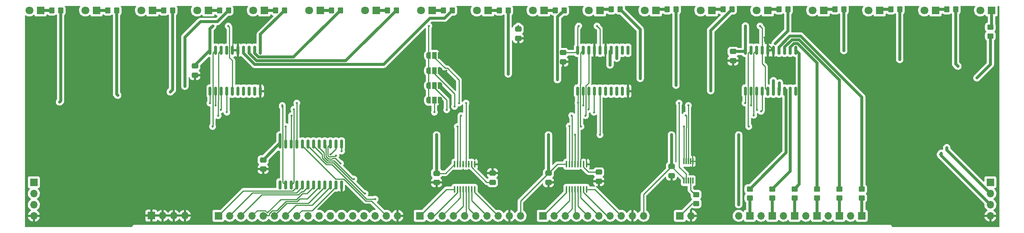
<source format=gtl>
G04 #@! TF.GenerationSoftware,KiCad,Pcbnew,(6.0.1-0)*
G04 #@! TF.CreationDate,2022-02-06T20:22:51-08:00*
G04 #@! TF.ProjectId,led-driver,6c65642d-6472-4697-9665-722e6b696361,rev?*
G04 #@! TF.SameCoordinates,Original*
G04 #@! TF.FileFunction,Copper,L1,Top*
G04 #@! TF.FilePolarity,Positive*
%FSLAX46Y46*%
G04 Gerber Fmt 4.6, Leading zero omitted, Abs format (unit mm)*
G04 Created by KiCad (PCBNEW (6.0.1-0)) date 2022-02-06 20:22:51*
%MOMM*%
%LPD*%
G01*
G04 APERTURE LIST*
G04 Aperture macros list*
%AMRoundRect*
0 Rectangle with rounded corners*
0 $1 Rounding radius*
0 $2 $3 $4 $5 $6 $7 $8 $9 X,Y pos of 4 corners*
0 Add a 4 corners polygon primitive as box body*
4,1,4,$2,$3,$4,$5,$6,$7,$8,$9,$2,$3,0*
0 Add four circle primitives for the rounded corners*
1,1,$1+$1,$2,$3*
1,1,$1+$1,$4,$5*
1,1,$1+$1,$6,$7*
1,1,$1+$1,$8,$9*
0 Add four rect primitives between the rounded corners*
20,1,$1+$1,$2,$3,$4,$5,0*
20,1,$1+$1,$4,$5,$6,$7,0*
20,1,$1+$1,$6,$7,$8,$9,0*
20,1,$1+$1,$8,$9,$2,$3,0*%
%AMFreePoly0*
4,1,22,0.550000,-0.750000,0.000000,-0.750000,0.000000,-0.745033,-0.079941,-0.743568,-0.215256,-0.701293,-0.333266,-0.622738,-0.424486,-0.514219,-0.481581,-0.384460,-0.499164,-0.250000,-0.500000,-0.250000,-0.500000,0.250000,-0.499164,0.250000,-0.499963,0.256109,-0.478152,0.396186,-0.417904,0.524511,-0.324060,0.630769,-0.204165,0.706417,-0.067858,0.745374,0.000000,0.744959,0.000000,0.750000,
0.550000,0.750000,0.550000,-0.750000,0.550000,-0.750000,$1*%
%AMFreePoly1*
4,1,20,0.000000,0.744959,0.073905,0.744508,0.209726,0.703889,0.328688,0.626782,0.421226,0.519385,0.479903,0.390333,0.500000,0.250000,0.500000,-0.250000,0.499851,-0.262216,0.476331,-0.402017,0.414519,-0.529596,0.319384,-0.634700,0.198574,-0.708877,0.061801,-0.746166,0.000000,-0.745033,0.000000,-0.750000,-0.550000,-0.750000,-0.550000,0.750000,0.000000,0.750000,0.000000,0.744959,
0.000000,0.744959,$1*%
G04 Aperture macros list end*
G04 #@! TA.AperFunction,ComponentPad*
%ADD10R,1.700000X1.700000*%
G04 #@! TD*
G04 #@! TA.AperFunction,ComponentPad*
%ADD11O,1.700000X1.700000*%
G04 #@! TD*
G04 #@! TA.AperFunction,SMDPad,CuDef*
%ADD12RoundRect,0.250000X-0.475000X0.337500X-0.475000X-0.337500X0.475000X-0.337500X0.475000X0.337500X0*%
G04 #@! TD*
G04 #@! TA.AperFunction,ComponentPad*
%ADD13R,1.800000X1.800000*%
G04 #@! TD*
G04 #@! TA.AperFunction,ComponentPad*
%ADD14C,1.800000*%
G04 #@! TD*
G04 #@! TA.AperFunction,SMDPad,CuDef*
%ADD15FreePoly0,180.000000*%
G04 #@! TD*
G04 #@! TA.AperFunction,SMDPad,CuDef*
%ADD16R,1.000000X1.500000*%
G04 #@! TD*
G04 #@! TA.AperFunction,SMDPad,CuDef*
%ADD17FreePoly1,180.000000*%
G04 #@! TD*
G04 #@! TA.AperFunction,SMDPad,CuDef*
%ADD18RoundRect,0.250000X-0.350000X-0.450000X0.350000X-0.450000X0.350000X0.450000X-0.350000X0.450000X0*%
G04 #@! TD*
G04 #@! TA.AperFunction,SMDPad,CuDef*
%ADD19RoundRect,0.250000X-0.450000X0.350000X-0.450000X-0.350000X0.450000X-0.350000X0.450000X0.350000X0*%
G04 #@! TD*
G04 #@! TA.AperFunction,SMDPad,CuDef*
%ADD20RoundRect,0.250000X0.450000X-0.350000X0.450000X0.350000X-0.450000X0.350000X-0.450000X-0.350000X0*%
G04 #@! TD*
G04 #@! TA.AperFunction,SMDPad,CuDef*
%ADD21RoundRect,0.150000X0.150000X-0.875000X0.150000X0.875000X-0.150000X0.875000X-0.150000X-0.875000X0*%
G04 #@! TD*
G04 #@! TA.AperFunction,SMDPad,CuDef*
%ADD22RoundRect,0.100000X0.100000X-0.637500X0.100000X0.637500X-0.100000X0.637500X-0.100000X-0.637500X0*%
G04 #@! TD*
G04 #@! TA.AperFunction,SMDPad,CuDef*
%ADD23R,0.300000X1.400000*%
G04 #@! TD*
G04 #@! TA.AperFunction,SMDPad,CuDef*
%ADD24RoundRect,0.250000X0.475000X-0.337500X0.475000X0.337500X-0.475000X0.337500X-0.475000X-0.337500X0*%
G04 #@! TD*
G04 #@! TA.AperFunction,ViaPad*
%ADD25C,0.508000*%
G04 #@! TD*
G04 #@! TA.AperFunction,Conductor*
%ADD26C,0.228600*%
G04 #@! TD*
G04 #@! TA.AperFunction,Conductor*
%ADD27C,0.635000*%
G04 #@! TD*
G04 APERTURE END LIST*
D10*
X69850000Y-73660000D03*
D11*
X72390000Y-73660000D03*
X74930000Y-73660000D03*
X77470000Y-73660000D03*
X80010000Y-73660000D03*
X82550000Y-73660000D03*
X85090000Y-73660000D03*
X87630000Y-73660000D03*
X90170000Y-73660000D03*
X92710000Y-73660000D03*
X95250000Y-73660000D03*
X97790000Y-73660000D03*
X100330000Y-73660000D03*
X102870000Y-73660000D03*
X105410000Y-73660000D03*
X107950000Y-73660000D03*
X110490000Y-73660000D03*
D10*
X143510000Y-73660000D03*
D11*
X146050000Y-73660000D03*
X148590000Y-73660000D03*
X151130000Y-73660000D03*
X153670000Y-73660000D03*
X156210000Y-73660000D03*
X158750000Y-73660000D03*
X161290000Y-73660000D03*
X163830000Y-73660000D03*
X166370000Y-73660000D03*
X138430000Y-73660000D03*
X135890000Y-73660000D03*
X133350000Y-73660000D03*
X130810000Y-73660000D03*
X128270000Y-73660000D03*
X125730000Y-73660000D03*
X123190000Y-73660000D03*
X120650000Y-73660000D03*
X118110000Y-73660000D03*
D10*
X115570000Y-73660000D03*
D12*
X137922000Y-31200500D03*
X137922000Y-33275500D03*
X64516000Y-39602500D03*
X64516000Y-41677500D03*
X148082000Y-36554500D03*
X148082000Y-38629500D03*
X186690000Y-36300500D03*
X186690000Y-38375500D03*
D13*
X29464000Y-26924000D03*
D14*
X26924000Y-26924000D03*
D13*
X42164000Y-26924000D03*
D14*
X39624000Y-26924000D03*
D13*
X54864000Y-26924000D03*
D14*
X52324000Y-26924000D03*
D13*
X67564000Y-26924000D03*
D14*
X65024000Y-26924000D03*
D13*
X80264000Y-26924000D03*
D14*
X77724000Y-26924000D03*
D13*
X92964000Y-26924000D03*
D14*
X90424000Y-26924000D03*
D13*
X105664000Y-26924000D03*
D14*
X103124000Y-26924000D03*
D13*
X156464000Y-26924000D03*
D14*
X153924000Y-26924000D03*
D13*
X169164000Y-26924000D03*
D14*
X166624000Y-26924000D03*
D13*
X181864000Y-26924000D03*
D14*
X179324000Y-26924000D03*
D13*
X207264000Y-26924000D03*
D14*
X204724000Y-26924000D03*
D13*
X219964000Y-26924000D03*
D14*
X217424000Y-26924000D03*
D13*
X232664000Y-26924000D03*
D14*
X230124000Y-26924000D03*
D13*
X245364000Y-26924000D03*
D14*
X242824000Y-26924000D03*
D10*
X195580000Y-73660000D03*
D11*
X193040000Y-73660000D03*
D10*
X200660000Y-73660000D03*
D11*
X198120000Y-73660000D03*
D10*
X205740000Y-73660000D03*
D11*
X203200000Y-73660000D03*
D10*
X210820000Y-73660000D03*
D11*
X208280000Y-73660000D03*
D10*
X27940000Y-66040000D03*
D11*
X27940000Y-68580000D03*
X27940000Y-71120000D03*
X27940000Y-73660000D03*
D15*
X120172000Y-37211000D03*
D16*
X118872000Y-37211000D03*
D17*
X117572000Y-37211000D03*
D15*
X120172000Y-44069000D03*
D16*
X118872000Y-44069000D03*
D17*
X117572000Y-44069000D03*
D15*
X120172000Y-40640000D03*
D16*
X118872000Y-40640000D03*
D17*
X117572000Y-40640000D03*
D15*
X120172000Y-47371000D03*
D16*
X118872000Y-47371000D03*
D17*
X117572000Y-47371000D03*
D18*
X44720000Y-26924000D03*
X46720000Y-26924000D03*
X70120000Y-26924000D03*
X72120000Y-26924000D03*
X82820000Y-26924000D03*
X84820000Y-26924000D03*
X95520000Y-26924000D03*
X97520000Y-26924000D03*
X108220000Y-26924000D03*
X110220000Y-26924000D03*
X120920000Y-26924000D03*
X122920000Y-26924000D03*
X146320000Y-26924000D03*
X148320000Y-26924000D03*
X159020000Y-26670000D03*
X161020000Y-26670000D03*
X171720000Y-26670000D03*
X173720000Y-26670000D03*
X184420000Y-26670000D03*
X186420000Y-26670000D03*
X197120000Y-26670000D03*
X199120000Y-26670000D03*
X209820000Y-26670000D03*
X211820000Y-26670000D03*
X222520000Y-26670000D03*
X224520000Y-26670000D03*
X235220000Y-26670000D03*
X237220000Y-26670000D03*
X133620000Y-26924000D03*
X135620000Y-26924000D03*
D19*
X245110000Y-30750000D03*
X245110000Y-32750000D03*
D20*
X195580000Y-69580000D03*
X195580000Y-67580000D03*
X200660000Y-69580000D03*
X200660000Y-67580000D03*
X205740000Y-69580000D03*
X205740000Y-67580000D03*
X210820000Y-69580000D03*
X210820000Y-67580000D03*
D21*
X67945000Y-45290000D03*
X69215000Y-45290000D03*
X70485000Y-45290000D03*
X71755000Y-45290000D03*
X73025000Y-45290000D03*
X74295000Y-45290000D03*
X75565000Y-45290000D03*
X76835000Y-45290000D03*
X78105000Y-45290000D03*
X79375000Y-45290000D03*
X79375000Y-35990000D03*
X78105000Y-35990000D03*
X76835000Y-35990000D03*
X75565000Y-35990000D03*
X74295000Y-35990000D03*
X73025000Y-35990000D03*
X71755000Y-35990000D03*
X70485000Y-35990000D03*
X69215000Y-35990000D03*
X67945000Y-35990000D03*
X189484000Y-45290000D03*
X190754000Y-45290000D03*
X192024000Y-45290000D03*
X193294000Y-45290000D03*
X194564000Y-45290000D03*
X195834000Y-45290000D03*
X197104000Y-45290000D03*
X198374000Y-45290000D03*
X199644000Y-45290000D03*
X200914000Y-45290000D03*
X200914000Y-35990000D03*
X199644000Y-35990000D03*
X198374000Y-35990000D03*
X197104000Y-35990000D03*
X195834000Y-35990000D03*
X194564000Y-35990000D03*
X193294000Y-35990000D03*
X192024000Y-35990000D03*
X190754000Y-35990000D03*
X189484000Y-35990000D03*
D13*
X194564000Y-26924000D03*
D14*
X192024000Y-26924000D03*
D13*
X131064000Y-26924000D03*
D14*
X128524000Y-26924000D03*
D18*
X32020000Y-26924000D03*
X34020000Y-26924000D03*
X57420000Y-26924000D03*
X59420000Y-26924000D03*
D13*
X118364000Y-26924000D03*
D14*
X115824000Y-26924000D03*
D20*
X190500000Y-69580000D03*
X190500000Y-67580000D03*
D10*
X190500000Y-73660000D03*
D11*
X187960000Y-73660000D03*
D21*
X151384000Y-45290000D03*
X152654000Y-45290000D03*
X153924000Y-45290000D03*
X155194000Y-45290000D03*
X156464000Y-45290000D03*
X157734000Y-45290000D03*
X159004000Y-45290000D03*
X160274000Y-45290000D03*
X161544000Y-45290000D03*
X162814000Y-45290000D03*
X162814000Y-35990000D03*
X161544000Y-35990000D03*
X160274000Y-35990000D03*
X159004000Y-35990000D03*
X157734000Y-35990000D03*
X156464000Y-35990000D03*
X155194000Y-35990000D03*
X153924000Y-35990000D03*
X152654000Y-35990000D03*
X151384000Y-35990000D03*
D10*
X215900000Y-73660000D03*
D11*
X213360000Y-73660000D03*
D20*
X215900000Y-69580000D03*
X215900000Y-67580000D03*
D13*
X143764000Y-26924000D03*
D14*
X141224000Y-26924000D03*
D10*
X245110000Y-66040000D03*
D11*
X245110000Y-68580000D03*
X245110000Y-71120000D03*
X245110000Y-73660000D03*
D12*
X119380000Y-63990000D03*
X119380000Y-66065000D03*
D21*
X83810000Y-66647500D03*
X85080000Y-66647500D03*
X86350000Y-66647500D03*
X87620000Y-66647500D03*
X88890000Y-66647500D03*
X90160000Y-66647500D03*
X91430000Y-66647500D03*
X92700000Y-66647500D03*
X93970000Y-66647500D03*
X95240000Y-66647500D03*
X96510000Y-66647500D03*
X97780000Y-66647500D03*
X97780000Y-57347500D03*
X96510000Y-57347500D03*
X95240000Y-57347500D03*
X93970000Y-57347500D03*
X92700000Y-57347500D03*
X91430000Y-57347500D03*
X90160000Y-57347500D03*
X88890000Y-57347500D03*
X87620000Y-57347500D03*
X86350000Y-57347500D03*
X85080000Y-57347500D03*
X83810000Y-57347500D03*
D22*
X123455000Y-67657500D03*
X124105000Y-67657500D03*
X124755000Y-67657500D03*
X125405000Y-67657500D03*
X126055000Y-67657500D03*
X126705000Y-67657500D03*
X127355000Y-67657500D03*
X128005000Y-67657500D03*
X128005000Y-61932500D03*
X127355000Y-61932500D03*
X126705000Y-61932500D03*
X126055000Y-61932500D03*
X125405000Y-61932500D03*
X124755000Y-61932500D03*
X124105000Y-61932500D03*
X123455000Y-61932500D03*
D11*
X177165000Y-73660000D03*
D10*
X174625000Y-73660000D03*
X54620000Y-73635000D03*
D11*
X57160000Y-73635000D03*
X59700000Y-73635000D03*
X62240000Y-73635000D03*
D12*
X156210000Y-63732500D03*
X156210000Y-65807500D03*
D20*
X178308000Y-70850000D03*
X178308000Y-68850000D03*
D12*
X80010000Y-60960000D03*
X80010000Y-63035000D03*
X144780000Y-63965000D03*
X144780000Y-66040000D03*
D23*
X175530000Y-65675000D03*
X176030000Y-65675000D03*
X176530000Y-65675000D03*
X177030000Y-65675000D03*
X177530000Y-65675000D03*
X177530000Y-61275000D03*
X177030000Y-61275000D03*
X176530000Y-61275000D03*
X176030000Y-61275000D03*
X175530000Y-61275000D03*
D12*
X172720000Y-62462500D03*
X172720000Y-64537500D03*
D22*
X148855000Y-67657500D03*
X149505000Y-67657500D03*
X150155000Y-67657500D03*
X150805000Y-67657500D03*
X151455000Y-67657500D03*
X152105000Y-67657500D03*
X152755000Y-67657500D03*
X153405000Y-67657500D03*
X153405000Y-61932500D03*
X152755000Y-61932500D03*
X152105000Y-61932500D03*
X151455000Y-61932500D03*
X150805000Y-61932500D03*
X150155000Y-61932500D03*
X149505000Y-61932500D03*
X148855000Y-61932500D03*
D24*
X132080000Y-66040000D03*
X132080000Y-63965000D03*
D25*
X46558200Y-52070000D03*
X137210800Y-52070000D03*
X196748400Y-52070000D03*
X218414600Y-52070000D03*
X189433200Y-48006000D03*
X151455000Y-47935000D03*
X174444000Y-48006000D03*
X73050400Y-35966400D03*
X74295000Y-35941000D03*
X71780400Y-35966400D03*
X234213400Y-56261000D03*
X176542200Y-48578000D03*
X192115568Y-49545368D03*
X71767200Y-50101000D03*
X67945000Y-48031400D03*
X150038800Y-50875200D03*
X155101661Y-50104939D03*
X192786000Y-30480000D03*
X84366600Y-48578000D03*
X69189600Y-48565570D03*
X190766200Y-48578000D03*
X156464000Y-55245000D03*
X152640800Y-48578000D03*
X123444000Y-48768000D03*
X87630000Y-48006000D03*
X193040000Y-49911000D03*
X126700270Y-61925200D03*
X125400270Y-62179200D03*
X128016000Y-61950600D03*
X150799800Y-55245000D03*
X126060200Y-48006000D03*
X85080000Y-53330000D03*
X68503800Y-53340000D03*
X72085200Y-30480000D03*
X70408800Y-49530000D03*
X124105000Y-53339400D03*
X155803600Y-30480000D03*
X153870878Y-49476878D03*
X175530000Y-53356000D03*
X149505000Y-53239000D03*
X152146000Y-53340000D03*
X153213800Y-50875200D03*
X190246000Y-53340000D03*
X235204000Y-58166000D03*
X233680000Y-59690000D03*
X119380000Y-55245000D03*
X144780000Y-55245000D03*
X172720000Y-55245000D03*
X187970000Y-55255000D03*
X83810000Y-55255000D03*
X193853570Y-33108168D03*
X121589800Y-40665400D03*
X187960000Y-71120000D03*
X151638000Y-30480000D03*
X68580000Y-30480000D03*
X189484000Y-30480000D03*
X137922000Y-30480000D03*
X117602000Y-30480000D03*
X30480000Y-38100000D03*
X165100000Y-63500000D03*
X30480000Y-45720000D03*
X114300000Y-63500000D03*
X137160000Y-63500000D03*
X218440000Y-45720000D03*
X170434000Y-41300400D03*
X233680000Y-68580000D03*
X30480000Y-43180000D03*
X185420000Y-58420000D03*
X40640000Y-63500000D03*
X137160000Y-58420000D03*
X129540000Y-35560000D03*
X165100000Y-58420000D03*
X185420000Y-66040000D03*
X218440000Y-63500000D03*
X48260000Y-55880000D03*
X45720000Y-58420000D03*
X218440000Y-66040000D03*
X185420000Y-63500000D03*
X43180000Y-50800000D03*
X114300000Y-66040000D03*
X114300000Y-60960000D03*
X40640000Y-53340000D03*
X185420000Y-60960000D03*
X165100000Y-66040000D03*
X165100000Y-60960000D03*
X218440000Y-35560000D03*
X35560000Y-58420000D03*
X200888600Y-45669200D03*
X185420000Y-68580000D03*
X236220000Y-68580000D03*
X228600000Y-68580000D03*
X129540000Y-40640000D03*
X185420000Y-33020000D03*
X114300000Y-58420000D03*
X35560000Y-68580000D03*
X137160000Y-66040000D03*
X99136200Y-67691000D03*
X137160000Y-68580000D03*
X43180000Y-60960000D03*
X218440000Y-58420000D03*
X71120000Y-68580000D03*
X218440000Y-33020000D03*
X30480000Y-35560000D03*
X30480000Y-40640000D03*
X30480000Y-63500000D03*
X71120000Y-60960000D03*
X231140000Y-68580000D03*
X177800000Y-33020000D03*
X71120000Y-58420000D03*
X137160000Y-60960000D03*
X38100000Y-55880000D03*
X185420000Y-45720000D03*
X218440000Y-60960000D03*
X129540000Y-38100000D03*
X218440000Y-55880000D03*
X170180000Y-33020000D03*
X218440000Y-68580000D03*
X38100000Y-66040000D03*
X71120000Y-66040000D03*
X218440000Y-48260000D03*
X114300000Y-68580000D03*
X104165400Y-71424800D03*
X129540000Y-43180000D03*
X71120000Y-63500000D03*
X165100000Y-68580000D03*
X33020000Y-60960000D03*
X101523800Y-70154800D03*
X191401557Y-50787443D03*
X124918200Y-50875200D03*
X86435200Y-50875200D03*
X69774800Y-50875200D03*
X175959000Y-50787443D03*
X124460000Y-48006000D03*
X86967020Y-49430980D03*
X121666000Y-49530000D03*
X118870641Y-50101000D03*
X74295000Y-45290000D03*
X33782000Y-47752000D03*
X75565000Y-45290000D03*
X46990000Y-46228000D03*
X58928000Y-45466000D03*
X76835000Y-45290000D03*
X78105000Y-45290000D03*
X62230000Y-44196000D03*
X146812000Y-42672000D03*
X157734000Y-45290000D03*
X165608000Y-42418000D03*
X159004000Y-45290000D03*
X173736000Y-43942000D03*
X160274000Y-45290000D03*
X161544000Y-45290000D03*
X181610000Y-45212000D03*
X196264244Y-34447411D03*
X162814000Y-35990000D03*
X161544000Y-36576000D03*
X211836000Y-36068000D03*
X224536000Y-38100000D03*
X160274000Y-37846000D03*
X158750000Y-39370000D03*
X237744000Y-39624000D03*
X195834000Y-42926000D03*
X135636000Y-41402000D03*
X197231000Y-43434000D03*
X242062000Y-42291000D03*
X97790000Y-58928000D03*
X95250000Y-59690000D03*
X96520000Y-59944000D03*
X97536000Y-61722000D03*
X100584000Y-65278000D03*
X103124000Y-68580000D03*
X105410000Y-69850000D03*
D26*
X71755000Y-45290000D02*
X71755000Y-50088800D01*
X150155000Y-61932500D02*
X150155000Y-50991400D01*
X153306980Y-44257514D02*
X153306980Y-50782020D01*
X68597980Y-36607020D02*
X68597980Y-53245820D01*
X174444000Y-62572113D02*
X174444000Y-48006000D01*
X176030000Y-64158113D02*
X174444000Y-62572113D01*
X176030000Y-65675000D02*
X176030000Y-64158113D01*
X189484000Y-47955200D02*
X189433200Y-48006000D01*
X189484000Y-45290000D02*
X189484000Y-47955200D01*
X151455000Y-61932500D02*
X151455000Y-47935000D01*
X153390600Y-61257010D02*
X153390600Y-60553600D01*
X153405000Y-61932500D02*
X153405000Y-61271410D01*
X153390600Y-60553600D02*
X153212800Y-60375800D01*
X152450800Y-60375800D02*
X152105000Y-60721600D01*
X152105000Y-60721600D02*
X152105000Y-61932500D01*
X153212800Y-60375800D02*
X152450800Y-60375800D01*
X153405000Y-61271410D02*
X153390600Y-61257010D01*
X176530000Y-61275000D02*
X176530000Y-48590200D01*
X176530000Y-48590200D02*
X176542200Y-48578000D01*
X194564000Y-45290000D02*
X193958410Y-44684410D01*
X193958410Y-39729610D02*
X193294000Y-39065200D01*
X193958410Y-44684410D02*
X193958410Y-39729610D01*
X193294000Y-39065200D02*
X193294000Y-35990000D01*
X192024000Y-45290000D02*
X192024000Y-49453800D01*
X192024000Y-49453800D02*
X192115568Y-49545368D01*
X71755000Y-50088800D02*
X71767200Y-50101000D01*
X69215000Y-45290000D02*
X69189600Y-45315400D01*
X69189600Y-45315400D02*
X69189600Y-48565570D01*
X67945000Y-48031400D02*
X67945000Y-45290000D01*
X155194000Y-45290000D02*
X155101661Y-45382339D01*
X155101661Y-45382339D02*
X155101661Y-50104939D01*
X193853570Y-34009570D02*
X193853570Y-33108168D01*
X195834000Y-35990000D02*
X193853570Y-34009570D01*
X193294000Y-35990000D02*
X193294000Y-30988000D01*
X193294000Y-30988000D02*
X192786000Y-30480000D01*
X84474410Y-66041910D02*
X84474410Y-48685810D01*
X84474410Y-48685810D02*
X84366600Y-48578000D01*
X85080000Y-66647500D02*
X84474410Y-66041910D01*
X84474410Y-49066810D02*
X84201000Y-48793400D01*
X190754000Y-45290000D02*
X190754000Y-48565800D01*
X190754000Y-48565800D02*
X190766200Y-48578000D01*
X193294000Y-45290000D02*
X193294000Y-49657000D01*
X193294000Y-49657000D02*
X193040000Y-49911000D01*
X156464000Y-45290000D02*
X156464000Y-55245000D01*
X152654000Y-45290000D02*
X152654000Y-48564800D01*
X152654000Y-48564800D02*
X152640800Y-48578000D01*
X190136980Y-36607020D02*
X190136980Y-53230980D01*
X118872000Y-47371000D02*
X118872000Y-50099641D01*
X150155000Y-50991400D02*
X150038800Y-50875200D01*
X123444000Y-45935571D02*
X123444000Y-48768000D01*
X118872000Y-41363571D02*
X123444000Y-45935571D01*
X118872000Y-40640000D02*
X118872000Y-41363571D01*
X87630000Y-57337500D02*
X87630000Y-48006000D01*
X87620000Y-57347500D02*
X87630000Y-57337500D01*
X151455000Y-45361000D02*
X151455000Y-47935000D01*
X152036980Y-53230980D02*
X152146000Y-53340000D01*
X152654000Y-35990000D02*
X152080135Y-36563865D01*
X152080135Y-36563865D02*
X152080135Y-43672538D01*
X152080135Y-43672538D02*
X152036980Y-43715693D01*
X152036980Y-43715693D02*
X152036980Y-53230980D01*
X126705000Y-61932500D02*
X126705000Y-61929930D01*
X126705000Y-61929930D02*
X126700270Y-61925200D01*
X125405000Y-61932500D02*
X125405000Y-62174470D01*
X125405000Y-62174470D02*
X125400270Y-62179200D01*
X150805000Y-61932500D02*
X150805000Y-55250200D01*
X150805000Y-55250200D02*
X150799800Y-55245000D01*
X126055000Y-61932500D02*
X126055000Y-48011200D01*
X126055000Y-48011200D02*
X126060200Y-48006000D01*
X85080000Y-57347500D02*
X85080000Y-53330000D01*
X68597980Y-53245820D02*
X68503800Y-53340000D01*
X72360590Y-30755390D02*
X72085200Y-30480000D01*
X73025000Y-38328600D02*
X72360590Y-37664190D01*
X72360590Y-37664190D02*
X72360590Y-30755390D01*
X73025000Y-45290000D02*
X73025000Y-38328600D01*
X69836519Y-47417921D02*
X69774800Y-47479640D01*
X70485000Y-45290000D02*
X70485000Y-49453800D01*
X69774800Y-47479640D02*
X69774800Y-50875200D01*
X70485000Y-49453800D02*
X70408800Y-49530000D01*
X70485000Y-35990000D02*
X69836519Y-36638481D01*
X69836519Y-36638481D02*
X69836519Y-47417921D01*
X124105000Y-61932500D02*
X124105000Y-53339400D01*
X156464000Y-35990000D02*
X156464000Y-31140400D01*
X156464000Y-31140400D02*
X155803600Y-30480000D01*
X151384000Y-45290000D02*
X151455000Y-45361000D01*
X153924000Y-45290000D02*
X153924000Y-49423756D01*
X153924000Y-49423756D02*
X153870878Y-49476878D01*
X176030000Y-53647354D02*
X176089571Y-53587783D01*
X176089571Y-53587783D02*
X176089571Y-50918014D01*
X176089571Y-50918014D02*
X175959000Y-50787443D01*
X176030000Y-61275000D02*
X176030000Y-53647354D01*
X175530000Y-61275000D02*
X175530000Y-53356000D01*
X149505000Y-61932500D02*
X149505000Y-53239000D01*
X190136980Y-53230980D02*
X190246000Y-53340000D01*
D27*
X119380000Y-55245000D02*
X119380000Y-63990000D01*
X144780000Y-55245000D02*
X144780000Y-63965000D01*
X172720000Y-55245000D02*
X172720000Y-62462500D01*
X187970000Y-55255000D02*
X187970000Y-71110000D01*
D26*
X166370000Y-73660000D02*
X166370000Y-68812500D01*
X166370000Y-68812500D02*
X172720000Y-62462500D01*
X138430000Y-73660000D02*
X138430000Y-70315000D01*
X138430000Y-70315000D02*
X144780000Y-63965000D01*
X178308000Y-70850000D02*
X177435000Y-70850000D01*
X177435000Y-70850000D02*
X174625000Y-73660000D01*
X124460000Y-42744246D02*
X124460000Y-48006000D01*
X121821583Y-40105829D02*
X124460000Y-42744246D01*
X121319231Y-40105829D02*
X121821583Y-40105829D01*
X118872000Y-37211000D02*
X118872000Y-37658598D01*
X120172000Y-40640000D02*
X121564400Y-40640000D01*
X118872000Y-37658598D02*
X121319231Y-40105829D01*
X121564400Y-40640000D02*
X121589800Y-40665400D01*
X177030000Y-61275000D02*
X177530000Y-61275000D01*
D27*
X64516000Y-39602500D02*
X64516000Y-39419000D01*
X67945000Y-31115000D02*
X68580000Y-30480000D01*
X189484000Y-35990000D02*
X189484000Y-30480000D01*
D26*
X121397500Y-63990000D02*
X123455000Y-61932500D01*
X148082000Y-36554500D02*
X150819500Y-36554500D01*
D27*
X83810000Y-57347500D02*
X83810000Y-55255000D01*
D26*
X117572000Y-47371000D02*
X117572000Y-30510000D01*
X119380000Y-63990000D02*
X121397500Y-63990000D01*
D27*
X67945000Y-35990000D02*
X67945000Y-31115000D01*
D26*
X175530000Y-65272500D02*
X172720000Y-62462500D01*
D27*
X186690000Y-36300500D02*
X189173500Y-36300500D01*
D26*
X137922000Y-31200500D02*
X137922000Y-30480000D01*
D27*
X189173500Y-36300500D02*
X189484000Y-35990000D01*
D26*
X151384000Y-35990000D02*
X151384000Y-30734000D01*
D27*
X83622500Y-57347500D02*
X80010000Y-60960000D01*
X83810000Y-57347500D02*
X83622500Y-57347500D01*
D26*
X148855000Y-61932500D02*
X146812500Y-61932500D01*
X146812500Y-61932500D02*
X144780000Y-63965000D01*
X117572000Y-30510000D02*
X117602000Y-30480000D01*
D27*
X187970000Y-71110000D02*
X187960000Y-71120000D01*
D26*
X150819500Y-36554500D02*
X151384000Y-35990000D01*
X175530000Y-65675000D02*
X175530000Y-65272500D01*
D27*
X64516000Y-39419000D02*
X67945000Y-35990000D01*
D26*
X151384000Y-30734000D02*
X151638000Y-30480000D01*
X124755000Y-61932500D02*
X124755000Y-51038400D01*
X153924000Y-43434000D02*
X153203733Y-44154267D01*
X153203733Y-44154267D02*
X153306980Y-44257514D01*
X191406980Y-50782020D02*
X191401557Y-50787443D01*
X192024000Y-35990000D02*
X191406980Y-36607020D01*
D27*
X235204000Y-58674000D02*
X235204000Y-58166000D01*
D26*
X86350000Y-57347500D02*
X86350000Y-50960400D01*
X153924000Y-35990000D02*
X153924000Y-43434000D01*
X153306980Y-50782020D02*
X153213800Y-50875200D01*
D27*
X245110000Y-68580000D02*
X235204000Y-58674000D01*
D26*
X124755000Y-51038400D02*
X124918200Y-50875200D01*
X86350000Y-50960400D02*
X86435200Y-50875200D01*
X191406980Y-36607020D02*
X191406980Y-50782020D01*
D27*
X245110000Y-71120000D02*
X233934000Y-59944000D01*
D26*
X69215000Y-35990000D02*
X68597980Y-36607020D01*
X190754000Y-35990000D02*
X190136980Y-36607020D01*
D27*
X233934000Y-59944000D02*
X233934000Y-59436000D01*
D26*
X87006201Y-51111717D02*
X87006201Y-49470161D01*
X86350000Y-66647500D02*
X86967020Y-66030480D01*
X121666000Y-47311334D02*
X121666000Y-49530000D01*
X86967020Y-66030480D02*
X86967020Y-51150898D01*
X86967020Y-51150898D02*
X87006201Y-51111717D01*
X87006201Y-49470161D02*
X86967020Y-49430980D01*
X118872000Y-44517334D02*
X121666000Y-47311334D01*
X118872000Y-44069000D02*
X118872000Y-44517334D01*
X118872000Y-50099641D02*
X118870641Y-50101000D01*
X130785245Y-66040000D02*
X127355000Y-62609755D01*
X132080000Y-66040000D02*
X130785245Y-66040000D01*
X127355000Y-62609755D02*
X127355000Y-61932500D01*
X156210000Y-63732500D02*
X153877745Y-63732500D01*
X152755000Y-62609755D02*
X152755000Y-61932500D01*
X153877745Y-63732500D02*
X152755000Y-62609755D01*
D27*
X32020000Y-26924000D02*
X29464000Y-26924000D01*
X44720000Y-26924000D02*
X42164000Y-26924000D01*
X57420000Y-26924000D02*
X54864000Y-26924000D01*
X70120000Y-26924000D02*
X67564000Y-26924000D01*
X82820000Y-26924000D02*
X80264000Y-26924000D01*
X95520000Y-26924000D02*
X92964000Y-26924000D01*
X108220000Y-26924000D02*
X105664000Y-26924000D01*
X120920000Y-26924000D02*
X118364000Y-26924000D01*
X146320000Y-26924000D02*
X143764000Y-26924000D01*
X159020000Y-26670000D02*
X156718000Y-26670000D01*
X156718000Y-26670000D02*
X156464000Y-26924000D01*
X169418000Y-26670000D02*
X169164000Y-26924000D01*
X171720000Y-26670000D02*
X169418000Y-26670000D01*
X184420000Y-26670000D02*
X182118000Y-26670000D01*
X182118000Y-26670000D02*
X181864000Y-26924000D01*
X194818000Y-26670000D02*
X194564000Y-26924000D01*
X197120000Y-26670000D02*
X194818000Y-26670000D01*
X207518000Y-26670000D02*
X207264000Y-26924000D01*
X209820000Y-26670000D02*
X207518000Y-26670000D01*
X220218000Y-26670000D02*
X219964000Y-26924000D01*
X222520000Y-26670000D02*
X220218000Y-26670000D01*
X232918000Y-26670000D02*
X232664000Y-26924000D01*
X235220000Y-26670000D02*
X232918000Y-26670000D01*
X133620000Y-26924000D02*
X131064000Y-26924000D01*
X245364000Y-30496000D02*
X245110000Y-30750000D01*
X245364000Y-26924000D02*
X245364000Y-30496000D01*
X190500000Y-73660000D02*
X190500000Y-69580000D01*
X195580000Y-73660000D02*
X195580000Y-69580000D01*
X200660000Y-73660000D02*
X200660000Y-69580000D01*
X205740000Y-69580000D02*
X205740000Y-73660000D01*
X210820000Y-69580000D02*
X210820000Y-73660000D01*
X215900000Y-69580000D02*
X215900000Y-73660000D01*
D26*
X121572500Y-67657500D02*
X123455000Y-67657500D01*
X115570000Y-73660000D02*
X121572500Y-67657500D01*
X124105000Y-67657500D02*
X124105000Y-68334755D01*
X124105000Y-68334755D02*
X118779755Y-73660000D01*
X118779755Y-73660000D02*
X118110000Y-73660000D01*
X124755000Y-67657500D02*
X124755000Y-69555000D01*
X124755000Y-69555000D02*
X120650000Y-73660000D01*
X125405000Y-67657500D02*
X125405000Y-71445000D01*
X125405000Y-71445000D02*
X123190000Y-73660000D01*
X126055000Y-73335000D02*
X125730000Y-73660000D01*
X126055000Y-67657500D02*
X126055000Y-73335000D01*
X126705000Y-72095000D02*
X126705000Y-67657500D01*
X128270000Y-73660000D02*
X126705000Y-72095000D01*
X127355000Y-70205000D02*
X130810000Y-73660000D01*
X127355000Y-67657500D02*
X127355000Y-70205000D01*
X133350000Y-73660000D02*
X128005000Y-68315000D01*
X128005000Y-68315000D02*
X128005000Y-67657500D01*
X143510000Y-73660000D02*
X148855000Y-68315000D01*
X148855000Y-68315000D02*
X148855000Y-67657500D01*
X149505000Y-70205000D02*
X146050000Y-73660000D01*
X149505000Y-67657500D02*
X149505000Y-70205000D01*
X150155000Y-72095000D02*
X148590000Y-73660000D01*
X150155000Y-67657500D02*
X150155000Y-72095000D01*
X150805000Y-67657500D02*
X150805000Y-73335000D01*
X150805000Y-73335000D02*
X151130000Y-73660000D01*
X151455000Y-67657500D02*
X151455000Y-71445000D01*
X151455000Y-71445000D02*
X153670000Y-73660000D01*
X152105000Y-69555000D02*
X156210000Y-73660000D01*
X152105000Y-67657500D02*
X152105000Y-69555000D01*
X152755000Y-67657500D02*
X152755000Y-68334755D01*
X152755000Y-68334755D02*
X158080245Y-73660000D01*
X158080245Y-73660000D02*
X158750000Y-73660000D01*
X161290000Y-73660000D02*
X155287500Y-67657500D01*
X155287500Y-67657500D02*
X153405000Y-67657500D01*
D27*
X34020000Y-26924000D02*
X34020000Y-47514000D01*
X34020000Y-47514000D02*
X33782000Y-47752000D01*
X46720000Y-45958000D02*
X46990000Y-46228000D01*
X46720000Y-26924000D02*
X46720000Y-45958000D01*
X59420000Y-26924000D02*
X59420000Y-44974000D01*
X59420000Y-44974000D02*
X58928000Y-45466000D01*
X72120000Y-26924000D02*
X69580000Y-29464000D01*
X65786000Y-29464000D02*
X62230000Y-33020000D01*
X69580000Y-29464000D02*
X65786000Y-29464000D01*
X62230000Y-33020000D02*
X62230000Y-44196000D01*
X79375000Y-35990000D02*
X79375000Y-32369000D01*
X79375000Y-32369000D02*
X84820000Y-26924000D01*
X78105000Y-36692834D02*
X78947386Y-37535220D01*
X86908780Y-37535220D02*
X97520000Y-26924000D01*
X78947386Y-37535220D02*
X86908780Y-37535220D01*
X78105000Y-35990000D02*
X78105000Y-36692834D01*
X98771069Y-38372931D02*
X110220000Y-26924000D01*
X78515097Y-38372931D02*
X98771069Y-38372931D01*
X76835000Y-35990000D02*
X76835000Y-36692834D01*
X76835000Y-36692834D02*
X78515097Y-38372931D01*
X107347349Y-39210651D02*
X117856000Y-28702000D01*
X117856000Y-28702000D02*
X121142000Y-28702000D01*
X78082817Y-39210651D02*
X107347349Y-39210651D01*
X75565000Y-36692834D02*
X78082817Y-39210651D01*
X75565000Y-35990000D02*
X75565000Y-36692834D01*
X121142000Y-28702000D02*
X122920000Y-26924000D01*
X146836780Y-28407220D02*
X146836780Y-42647220D01*
X146836780Y-42647220D02*
X146812000Y-42672000D01*
X148320000Y-26924000D02*
X146836780Y-28407220D01*
X165608000Y-31258000D02*
X165608000Y-42418000D01*
X161020000Y-26670000D02*
X165608000Y-31258000D01*
X173720000Y-26670000D02*
X173720000Y-43926000D01*
X173720000Y-43926000D02*
X173736000Y-43942000D01*
X181610000Y-31480000D02*
X181610000Y-45212000D01*
X186420000Y-26670000D02*
X181610000Y-31480000D01*
X199120000Y-26670000D02*
X199120000Y-31591655D01*
X199120000Y-31591655D02*
X196264244Y-34447411D01*
X161544000Y-36576000D02*
X161544000Y-35990000D01*
X211820000Y-36052000D02*
X211836000Y-36068000D01*
X211820000Y-26670000D02*
X211820000Y-36052000D01*
X224520000Y-38084000D02*
X224536000Y-38100000D01*
X160274000Y-35990000D02*
X160274000Y-37846000D01*
X224520000Y-26670000D02*
X224520000Y-38084000D01*
X158750000Y-39370000D02*
X158750000Y-36244000D01*
X158750000Y-36244000D02*
X159004000Y-35990000D01*
X237220000Y-39100000D02*
X237744000Y-39624000D01*
X237220000Y-26670000D02*
X237220000Y-39100000D01*
X195834000Y-45290000D02*
X195834000Y-42926000D01*
X135636000Y-32512000D02*
X135620000Y-32496000D01*
X135620000Y-26924000D02*
X135620000Y-32496000D01*
X135636000Y-41402000D02*
X135636000Y-32512000D01*
X245110000Y-39243000D02*
X242062000Y-42291000D01*
X245110000Y-32750000D02*
X245110000Y-39243000D01*
X197231000Y-45163000D02*
X197104000Y-45290000D01*
X197231000Y-43434000D02*
X197231000Y-45163000D01*
X190500000Y-67580000D02*
X198755000Y-59325000D01*
X198755000Y-59325000D02*
X198755000Y-45085000D01*
X199644000Y-63516000D02*
X195580000Y-67580000D01*
X199644000Y-45290000D02*
X199644000Y-63516000D01*
X201734220Y-36810220D02*
X201734220Y-66505780D01*
X201734220Y-66505780D02*
X200660000Y-67580000D01*
X200914000Y-35990000D02*
X201734220Y-36810220D01*
X201341614Y-34444780D02*
X200486386Y-34444780D01*
X205740000Y-67580000D02*
X205740000Y-38843166D01*
X200486386Y-34444780D02*
X199644000Y-35287166D01*
X205740000Y-38843166D02*
X201341614Y-34444780D01*
X199644000Y-35287166D02*
X199644000Y-35990000D01*
X201688605Y-33607069D02*
X200046807Y-33607069D01*
X198374000Y-35279876D02*
X198374000Y-35990000D01*
X210820000Y-42738464D02*
X201688605Y-33607069D01*
X210820000Y-67580000D02*
X210820000Y-42738464D01*
X200046807Y-33607069D02*
X198374000Y-35279876D01*
X215900000Y-67580000D02*
X215900000Y-46633750D01*
X215900000Y-46633750D02*
X202035599Y-32769349D01*
X197104000Y-35287166D02*
X197104000Y-35990000D01*
X199621817Y-32769349D02*
X197104000Y-35287166D01*
X202035599Y-32769349D02*
X199621817Y-32769349D01*
D26*
X86693446Y-67989520D02*
X87620000Y-67062966D01*
X75495480Y-67989520D02*
X86693446Y-67989520D01*
X69850000Y-73635000D02*
X75495480Y-67989520D01*
X87620000Y-67062966D02*
X87620000Y-66647500D01*
X72390000Y-73635000D02*
X77604169Y-68420831D01*
X77604169Y-68420831D02*
X87532135Y-68420831D01*
X88890000Y-67062966D02*
X88890000Y-66647500D01*
X87532135Y-68420831D02*
X88890000Y-67062966D01*
X79712841Y-68852159D02*
X88017875Y-68852159D01*
X90160000Y-67062966D02*
X90160000Y-66647500D01*
X74930000Y-73635000D02*
X79712841Y-68852159D01*
X88017875Y-68852159D02*
X88721346Y-68148689D01*
X89074276Y-68148690D02*
X90160000Y-67062966D01*
X88721346Y-68148689D02*
X89074276Y-68148690D01*
X89912966Y-68580000D02*
X91430000Y-67062966D01*
X87553320Y-69926680D02*
X88900000Y-68580000D01*
X88900000Y-68580000D02*
X89912966Y-68580000D01*
X91430000Y-67062966D02*
X91430000Y-66647500D01*
X78637011Y-72467989D02*
X80493393Y-72467989D01*
X83997951Y-69926680D02*
X87553320Y-69926680D01*
X80493393Y-72467989D02*
X80975017Y-72949613D01*
X77470000Y-73635000D02*
X78637011Y-72467989D01*
X80975017Y-72949613D02*
X83997951Y-69926680D01*
X80010000Y-73635000D02*
X80530219Y-73114781D01*
X85217031Y-70357992D02*
X87731975Y-70357991D01*
X81355667Y-73582917D02*
X81382989Y-73555595D01*
X88316655Y-69773311D02*
X89989655Y-69773311D01*
X89989655Y-69773311D02*
X92700000Y-67062966D01*
X83033393Y-72467989D02*
X83070213Y-72504809D01*
X87731975Y-70357991D02*
X88316655Y-69773311D01*
X80998355Y-73582917D02*
X81355667Y-73582917D01*
X81382989Y-73555595D02*
X81382989Y-73151607D01*
X83070213Y-72504809D02*
X85217031Y-70357991D01*
X80530219Y-73114781D02*
X80998355Y-73582917D01*
X81382989Y-73151607D02*
X82066607Y-72467989D01*
X82066607Y-72467989D02*
X83033393Y-72467989D01*
X92700000Y-67062966D02*
X92700000Y-66647500D01*
X82550000Y-73635000D02*
X85395689Y-70789311D01*
X93970000Y-67062966D02*
X93970000Y-66647500D01*
X90243655Y-70789311D02*
X93970000Y-67062966D01*
X85395689Y-70789311D02*
X90243655Y-70789311D01*
X95240000Y-67062966D02*
X95240000Y-66647500D01*
X85090000Y-73635000D02*
X87504378Y-71220622D01*
X87504378Y-71220622D02*
X91082344Y-71220622D01*
X91082344Y-71220622D02*
X95240000Y-67062966D01*
X87630000Y-73635000D02*
X88797011Y-72467989D01*
X88797011Y-72467989D02*
X91104977Y-72467989D01*
X91104977Y-72467989D02*
X96510000Y-67062966D01*
X96510000Y-67062966D02*
X96510000Y-66647500D01*
X97790000Y-58928000D02*
X97790000Y-57357500D01*
X97790000Y-57357500D02*
X97780000Y-57347500D01*
X96510000Y-58430000D02*
X95250000Y-59690000D01*
X96510000Y-57347500D02*
X96510000Y-58430000D01*
X95486517Y-60261001D02*
X95626208Y-60121310D01*
X95013483Y-60261001D02*
X95486517Y-60261001D01*
X94678999Y-57908501D02*
X94678999Y-59926517D01*
X94678999Y-59926517D02*
X95013483Y-60261001D01*
X95626208Y-60121310D02*
X96342690Y-60121310D01*
X95240000Y-57347500D02*
X94678999Y-57908501D01*
X96342690Y-60121310D02*
X96520000Y-59944000D01*
X95665173Y-60692311D02*
X95804862Y-60552621D01*
X95804862Y-60552621D02*
X96366621Y-60552621D01*
X96366621Y-60552621D02*
X97536000Y-61722000D01*
X94247689Y-60105173D02*
X94834829Y-60692312D01*
X94834829Y-60692312D02*
X95665173Y-60692311D01*
X94247689Y-57625189D02*
X94247689Y-60105173D01*
X93970000Y-57347500D02*
X94247689Y-57625189D01*
X92700000Y-58207896D02*
X93816378Y-59324274D01*
X100284482Y-65278000D02*
X100584000Y-65278000D01*
X93816378Y-60283826D02*
X94656175Y-61123623D01*
X96130105Y-61123623D02*
X100284482Y-65278000D01*
X93816378Y-59324274D02*
X93816378Y-60283826D01*
X92700000Y-57347500D02*
X92700000Y-58207896D01*
X94656175Y-61123623D02*
X96130105Y-61123623D01*
X91430000Y-57762966D02*
X93385067Y-59718033D01*
X94477522Y-61554934D02*
X95951449Y-61554932D01*
X91430000Y-57347500D02*
X91430000Y-57762966D01*
X95951449Y-61554932D02*
X102976517Y-68580000D01*
X93385067Y-59718033D02*
X93385068Y-60462486D01*
X93385068Y-60462486D02*
X94477522Y-61554934D01*
X102976517Y-68580000D02*
X103124000Y-68580000D01*
X92953757Y-60556723D02*
X92953758Y-60641143D01*
X103481074Y-69850000D02*
X105410000Y-69850000D01*
X90160000Y-57762966D02*
X92953757Y-60556723D01*
X90160000Y-57347500D02*
X90160000Y-57762966D01*
X95617318Y-61986244D02*
X103481074Y-69850000D01*
X92953758Y-60641143D02*
X94298859Y-61986244D01*
X94298859Y-61986244D02*
X95617318Y-61986244D01*
X98326588Y-65305480D02*
X103302419Y-70281311D01*
X104596311Y-70281311D02*
X107950000Y-73635000D01*
X88890000Y-57762966D02*
X96432514Y-65305480D01*
X88890000Y-57347500D02*
X88890000Y-57762966D01*
X96432514Y-65305480D02*
X98326588Y-65305480D01*
X103302419Y-70281311D02*
X104596311Y-70281311D01*
X177030000Y-67826000D02*
X178308000Y-69104000D01*
X177030000Y-65675000D02*
X177030000Y-67826000D01*
G04 #@! TA.AperFunction,Conductor*
G36*
X38441621Y-25928002D02*
G01*
X38488114Y-25981658D01*
X38498218Y-26051932D01*
X38477588Y-26105004D01*
X38395119Y-26225899D01*
X38297602Y-26435981D01*
X38235707Y-26659169D01*
X38211095Y-26889469D01*
X38224427Y-27120697D01*
X38225564Y-27125743D01*
X38225565Y-27125749D01*
X38257628Y-27268022D01*
X38275346Y-27346642D01*
X38277288Y-27351424D01*
X38277289Y-27351428D01*
X38316896Y-27448968D01*
X38362484Y-27561237D01*
X38483501Y-27758719D01*
X38635147Y-27933784D01*
X38813349Y-28081730D01*
X39013322Y-28198584D01*
X39229694Y-28281209D01*
X39234760Y-28282240D01*
X39234761Y-28282240D01*
X39255095Y-28286377D01*
X39456656Y-28327385D01*
X39586089Y-28332131D01*
X39682949Y-28335683D01*
X39682953Y-28335683D01*
X39688113Y-28335872D01*
X39693233Y-28335216D01*
X39693235Y-28335216D01*
X39767166Y-28325745D01*
X39917847Y-28306442D01*
X39922795Y-28304957D01*
X39922802Y-28304956D01*
X40134747Y-28241369D01*
X40139690Y-28239886D01*
X40220236Y-28200427D01*
X40343049Y-28140262D01*
X40343052Y-28140260D01*
X40347684Y-28137991D01*
X40536243Y-28003494D01*
X40581309Y-27958585D01*
X40643681Y-27924669D01*
X40714487Y-27929857D01*
X40771249Y-27972503D01*
X40788231Y-28003607D01*
X40804423Y-28046798D01*
X40813385Y-28070705D01*
X40900739Y-28187261D01*
X41017295Y-28274615D01*
X41153684Y-28325745D01*
X41215866Y-28332500D01*
X43112134Y-28332500D01*
X43174316Y-28325745D01*
X43310705Y-28274615D01*
X43427261Y-28187261D01*
X43514615Y-28070705D01*
X43565745Y-27934316D01*
X43566598Y-27926460D01*
X43568425Y-27918778D01*
X43571375Y-27919479D01*
X43593193Y-27867005D01*
X43651565Y-27826592D01*
X43722519Y-27824153D01*
X43780212Y-27857023D01*
X43896697Y-27973305D01*
X43902927Y-27977145D01*
X43902928Y-27977146D01*
X44040090Y-28061694D01*
X44047262Y-28066115D01*
X44082766Y-28077891D01*
X44208611Y-28119632D01*
X44208613Y-28119632D01*
X44215139Y-28121797D01*
X44221975Y-28122497D01*
X44221978Y-28122498D01*
X44265031Y-28126909D01*
X44319600Y-28132500D01*
X45120400Y-28132500D01*
X45123646Y-28132163D01*
X45123650Y-28132163D01*
X45219308Y-28122238D01*
X45219312Y-28122237D01*
X45226166Y-28121526D01*
X45232702Y-28119345D01*
X45232704Y-28119345D01*
X45378495Y-28070705D01*
X45393946Y-28065550D01*
X45544348Y-27972478D01*
X45630784Y-27885891D01*
X45693066Y-27851812D01*
X45763886Y-27856815D01*
X45808974Y-27885736D01*
X45857017Y-27933695D01*
X45891097Y-27995977D01*
X45894000Y-28022868D01*
X45894000Y-45917967D01*
X45893558Y-45928511D01*
X45889377Y-45978300D01*
X45898295Y-46045128D01*
X45899706Y-46055704D01*
X45900076Y-46058764D01*
X45907283Y-46125109D01*
X45908511Y-46136417D01*
X45910687Y-46142883D01*
X45911204Y-46145233D01*
X45911301Y-46145783D01*
X45911480Y-46146550D01*
X45911635Y-46147085D01*
X45912211Y-46149432D01*
X45913113Y-46156190D01*
X45934335Y-46214498D01*
X45939810Y-46229540D01*
X45940826Y-46232443D01*
X45963575Y-46300039D01*
X45963578Y-46300046D01*
X45965754Y-46306511D01*
X45969269Y-46312360D01*
X45970282Y-46314553D01*
X45970494Y-46315068D01*
X45970827Y-46315766D01*
X45971100Y-46316267D01*
X45972160Y-46318421D01*
X45974494Y-46324834D01*
X46013653Y-46386538D01*
X46016342Y-46390775D01*
X46017956Y-46393390D01*
X46058186Y-46460344D01*
X46062867Y-46465295D01*
X46064337Y-46467231D01*
X46064985Y-46468162D01*
X46067885Y-46471996D01*
X46070657Y-46476364D01*
X46074323Y-46480464D01*
X46126243Y-46532384D01*
X46128696Y-46534906D01*
X46163592Y-46571807D01*
X46181496Y-46590740D01*
X46187141Y-46594576D01*
X46191979Y-46598694D01*
X46199410Y-46605551D01*
X46437636Y-46843776D01*
X46440281Y-46845903D01*
X46440287Y-46845908D01*
X46492668Y-46888023D01*
X46542351Y-46927969D01*
X46703102Y-47007767D01*
X46709724Y-47009418D01*
X46870615Y-47049533D01*
X46870618Y-47049533D01*
X46877238Y-47051184D01*
X46884055Y-47051374D01*
X46884059Y-47051375D01*
X46966937Y-47053690D01*
X47056635Y-47056195D01*
X47232924Y-47022566D01*
X47397878Y-46951867D01*
X47543803Y-46847394D01*
X47663890Y-46714024D01*
X47675555Y-46693491D01*
X47704422Y-46642675D01*
X47752536Y-46557979D01*
X47805605Y-46386538D01*
X47820623Y-46207701D01*
X47813750Y-46156190D01*
X47797791Y-46036576D01*
X47797790Y-46036574D01*
X47796888Y-46029810D01*
X47794555Y-46023400D01*
X47794554Y-46023396D01*
X47737841Y-45867580D01*
X47737839Y-45867576D01*
X47735506Y-45861166D01*
X47639343Y-45709637D01*
X47635677Y-45705537D01*
X47582905Y-45652765D01*
X47548879Y-45590453D01*
X47546000Y-45563670D01*
X47546000Y-28022950D01*
X47566002Y-27954829D01*
X47582827Y-27933932D01*
X47664134Y-27852483D01*
X47669305Y-27847303D01*
X47674972Y-27838110D01*
X47758275Y-27702968D01*
X47758276Y-27702966D01*
X47762115Y-27696738D01*
X47799218Y-27584875D01*
X47815632Y-27535389D01*
X47815632Y-27535387D01*
X47817797Y-27528861D01*
X47819620Y-27511075D01*
X47828172Y-27427598D01*
X47828500Y-27424400D01*
X47828500Y-26423600D01*
X47817526Y-26317834D01*
X47761550Y-26150054D01*
X47730763Y-26100303D01*
X47711925Y-26031851D01*
X47733086Y-25964082D01*
X47787527Y-25918510D01*
X47837907Y-25908000D01*
X51073500Y-25908000D01*
X51141621Y-25928002D01*
X51188114Y-25981658D01*
X51198218Y-26051932D01*
X51177588Y-26105004D01*
X51095119Y-26225899D01*
X50997602Y-26435981D01*
X50935707Y-26659169D01*
X50911095Y-26889469D01*
X50924427Y-27120697D01*
X50925564Y-27125743D01*
X50925565Y-27125749D01*
X50957628Y-27268022D01*
X50975346Y-27346642D01*
X50977288Y-27351424D01*
X50977289Y-27351428D01*
X51016896Y-27448968D01*
X51062484Y-27561237D01*
X51183501Y-27758719D01*
X51335147Y-27933784D01*
X51513349Y-28081730D01*
X51713322Y-28198584D01*
X51929694Y-28281209D01*
X51934760Y-28282240D01*
X51934761Y-28282240D01*
X51955095Y-28286377D01*
X52156656Y-28327385D01*
X52286089Y-28332131D01*
X52382949Y-28335683D01*
X52382953Y-28335683D01*
X52388113Y-28335872D01*
X52393233Y-28335216D01*
X52393235Y-28335216D01*
X52467166Y-28325745D01*
X52617847Y-28306442D01*
X52622795Y-28304957D01*
X52622802Y-28304956D01*
X52834747Y-28241369D01*
X52839690Y-28239886D01*
X52920236Y-28200427D01*
X53043049Y-28140262D01*
X53043052Y-28140260D01*
X53047684Y-28137991D01*
X53236243Y-28003494D01*
X53281309Y-27958585D01*
X53343681Y-27924669D01*
X53414487Y-27929857D01*
X53471249Y-27972503D01*
X53488231Y-28003607D01*
X53504423Y-28046798D01*
X53513385Y-28070705D01*
X53600739Y-28187261D01*
X53717295Y-28274615D01*
X53853684Y-28325745D01*
X53915866Y-28332500D01*
X55812134Y-28332500D01*
X55874316Y-28325745D01*
X56010705Y-28274615D01*
X56127261Y-28187261D01*
X56214615Y-28070705D01*
X56265745Y-27934316D01*
X56266598Y-27926460D01*
X56268425Y-27918778D01*
X56271375Y-27919479D01*
X56293193Y-27867005D01*
X56351565Y-27826592D01*
X56422519Y-27824153D01*
X56480212Y-27857023D01*
X56596697Y-27973305D01*
X56602927Y-27977145D01*
X56602928Y-27977146D01*
X56740090Y-28061694D01*
X56747262Y-28066115D01*
X56782766Y-28077891D01*
X56908611Y-28119632D01*
X56908613Y-28119632D01*
X56915139Y-28121797D01*
X56921975Y-28122497D01*
X56921978Y-28122498D01*
X56965031Y-28126909D01*
X57019600Y-28132500D01*
X57820400Y-28132500D01*
X57823646Y-28132163D01*
X57823650Y-28132163D01*
X57919308Y-28122238D01*
X57919312Y-28122237D01*
X57926166Y-28121526D01*
X57932702Y-28119345D01*
X57932704Y-28119345D01*
X58078495Y-28070705D01*
X58093946Y-28065550D01*
X58244348Y-27972478D01*
X58330784Y-27885891D01*
X58393066Y-27851812D01*
X58463886Y-27856815D01*
X58508974Y-27885736D01*
X58557017Y-27933695D01*
X58591097Y-27995977D01*
X58594000Y-28022868D01*
X58594000Y-44579670D01*
X58573998Y-44647791D01*
X58557095Y-44668765D01*
X58312224Y-44913636D01*
X58310088Y-44916293D01*
X58310085Y-44916296D01*
X58245789Y-44996264D01*
X58228031Y-45018350D01*
X58222181Y-45030135D01*
X58151266Y-45172991D01*
X58151264Y-45172995D01*
X58148233Y-45179102D01*
X58146582Y-45185724D01*
X58108436Y-45338720D01*
X58104816Y-45353238D01*
X58104626Y-45360055D01*
X58104625Y-45360059D01*
X58102310Y-45442937D01*
X58099805Y-45532635D01*
X58133434Y-45708924D01*
X58166034Y-45784985D01*
X58191645Y-45844740D01*
X58204133Y-45873878D01*
X58308606Y-46019802D01*
X58441976Y-46139890D01*
X58447905Y-46143258D01*
X58447909Y-46143261D01*
X58568045Y-46211506D01*
X58598022Y-46228535D01*
X58769462Y-46281605D01*
X58948300Y-46296623D01*
X58955060Y-46295721D01*
X58955062Y-46295721D01*
X59075977Y-46279587D01*
X59126190Y-46272887D01*
X59132598Y-46270555D01*
X59132601Y-46270554D01*
X59233147Y-46233958D01*
X59294834Y-46211506D01*
X59446364Y-46115343D01*
X59450464Y-46111677D01*
X59975758Y-45586383D01*
X59983524Y-45579241D01*
X60021693Y-45546985D01*
X60069134Y-45484934D01*
X60071032Y-45482514D01*
X60115693Y-45426968D01*
X60119969Y-45421650D01*
X60123002Y-45415540D01*
X60124304Y-45413504D01*
X60124623Y-45413048D01*
X60125033Y-45412390D01*
X60125302Y-45411900D01*
X60126553Y-45409834D01*
X60130697Y-45404414D01*
X60163696Y-45333646D01*
X60165030Y-45330875D01*
X60199767Y-45260898D01*
X60201419Y-45254273D01*
X60202253Y-45252006D01*
X60202472Y-45251481D01*
X60202721Y-45250777D01*
X60202883Y-45250227D01*
X60203661Y-45247943D01*
X60206543Y-45241761D01*
X60208031Y-45235103D01*
X60208034Y-45235095D01*
X60223581Y-45165542D01*
X60224289Y-45162546D01*
X60241533Y-45093385D01*
X60241533Y-45093382D01*
X60243184Y-45086762D01*
X60243375Y-45079941D01*
X60243703Y-45077544D01*
X60243904Y-45076430D01*
X60244566Y-45071656D01*
X60245693Y-45066616D01*
X60246000Y-45061125D01*
X60246000Y-44987711D01*
X60246049Y-44984193D01*
X60246487Y-44968524D01*
X60248195Y-44907365D01*
X60246916Y-44900658D01*
X60246406Y-44894323D01*
X60246000Y-44884216D01*
X60246000Y-28022950D01*
X60266002Y-27954829D01*
X60282827Y-27933932D01*
X60364134Y-27852483D01*
X60369305Y-27847303D01*
X60374972Y-27838110D01*
X60458275Y-27702968D01*
X60458276Y-27702966D01*
X60462115Y-27696738D01*
X60499218Y-27584875D01*
X60515632Y-27535389D01*
X60515632Y-27535387D01*
X60517797Y-27528861D01*
X60519620Y-27511075D01*
X60528172Y-27427598D01*
X60528500Y-27424400D01*
X60528500Y-26423600D01*
X60517526Y-26317834D01*
X60461550Y-26150054D01*
X60430763Y-26100303D01*
X60411925Y-26031851D01*
X60433086Y-25964082D01*
X60487527Y-25918510D01*
X60537907Y-25908000D01*
X63773500Y-25908000D01*
X63841621Y-25928002D01*
X63888114Y-25981658D01*
X63898218Y-26051932D01*
X63877588Y-26105004D01*
X63795119Y-26225899D01*
X63697602Y-26435981D01*
X63635707Y-26659169D01*
X63611095Y-26889469D01*
X63624427Y-27120697D01*
X63625564Y-27125743D01*
X63625565Y-27125749D01*
X63657628Y-27268022D01*
X63675346Y-27346642D01*
X63677288Y-27351424D01*
X63677289Y-27351428D01*
X63716896Y-27448968D01*
X63762484Y-27561237D01*
X63883501Y-27758719D01*
X64035147Y-27933784D01*
X64213349Y-28081730D01*
X64413322Y-28198584D01*
X64629694Y-28281209D01*
X64634760Y-28282240D01*
X64634761Y-28282240D01*
X64655095Y-28286377D01*
X64856656Y-28327385D01*
X64986089Y-28332131D01*
X65082949Y-28335683D01*
X65082953Y-28335683D01*
X65088113Y-28335872D01*
X65093233Y-28335216D01*
X65093235Y-28335216D01*
X65167166Y-28325745D01*
X65317847Y-28306442D01*
X65322795Y-28304957D01*
X65322802Y-28304956D01*
X65534747Y-28241369D01*
X65539690Y-28239886D01*
X65620236Y-28200427D01*
X65743049Y-28140262D01*
X65743052Y-28140260D01*
X65747684Y-28137991D01*
X65936243Y-28003494D01*
X65981309Y-27958585D01*
X66043681Y-27924669D01*
X66114487Y-27929857D01*
X66171249Y-27972503D01*
X66188231Y-28003607D01*
X66204423Y-28046798D01*
X66213385Y-28070705D01*
X66300739Y-28187261D01*
X66417295Y-28274615D01*
X66553684Y-28325745D01*
X66615866Y-28332500D01*
X68512134Y-28332500D01*
X68574316Y-28325745D01*
X68710705Y-28274615D01*
X68827261Y-28187261D01*
X68914615Y-28070705D01*
X68965745Y-27934316D01*
X68966598Y-27926460D01*
X68968425Y-27918778D01*
X68971375Y-27919479D01*
X68993193Y-27867005D01*
X69051565Y-27826592D01*
X69122519Y-27824153D01*
X69180212Y-27857023D01*
X69296697Y-27973305D01*
X69302927Y-27977145D01*
X69302928Y-27977146D01*
X69440090Y-28061694D01*
X69447262Y-28066115D01*
X69482766Y-28077891D01*
X69525634Y-28092110D01*
X69583994Y-28132541D01*
X69611231Y-28198105D01*
X69598697Y-28267987D01*
X69575062Y-28300798D01*
X69274765Y-28601095D01*
X69212453Y-28635121D01*
X69185670Y-28638000D01*
X65826022Y-28638000D01*
X65815479Y-28637558D01*
X65765700Y-28633378D01*
X65758940Y-28634280D01*
X65758936Y-28634280D01*
X65688325Y-28643701D01*
X65685271Y-28644071D01*
X65614366Y-28651774D01*
X65614365Y-28651774D01*
X65607583Y-28652511D01*
X65601116Y-28654688D01*
X65598768Y-28655204D01*
X65598214Y-28655302D01*
X65597458Y-28655478D01*
X65596914Y-28655636D01*
X65594574Y-28656211D01*
X65587810Y-28657113D01*
X65581401Y-28659446D01*
X65581396Y-28659447D01*
X65514459Y-28683811D01*
X65511552Y-28684829D01*
X65443959Y-28707576D01*
X65443954Y-28707578D01*
X65437489Y-28709754D01*
X65431636Y-28713271D01*
X65429453Y-28714280D01*
X65428946Y-28714489D01*
X65428226Y-28714833D01*
X65427728Y-28715104D01*
X65425583Y-28716159D01*
X65419165Y-28718495D01*
X65353211Y-28760351D01*
X65350643Y-28761936D01*
X65283656Y-28802186D01*
X65278699Y-28806874D01*
X65276763Y-28808343D01*
X65275840Y-28808984D01*
X65271995Y-28811892D01*
X65267636Y-28814658D01*
X65263536Y-28818323D01*
X65211613Y-28870246D01*
X65209092Y-28872698D01*
X65153260Y-28925496D01*
X65149426Y-28931137D01*
X65145297Y-28935989D01*
X65138440Y-28943419D01*
X61674245Y-32407615D01*
X61666478Y-32414758D01*
X61628307Y-32447015D01*
X61624164Y-32452434D01*
X61624163Y-32452435D01*
X61580869Y-32509062D01*
X61578971Y-32511482D01*
X61530031Y-32572350D01*
X61526998Y-32578460D01*
X61525696Y-32580496D01*
X61525377Y-32580952D01*
X61524967Y-32581610D01*
X61524698Y-32582100D01*
X61523447Y-32584166D01*
X61519303Y-32589586D01*
X61486305Y-32660351D01*
X61484971Y-32663122D01*
X61450233Y-32733102D01*
X61448581Y-32739727D01*
X61447747Y-32741994D01*
X61447528Y-32742519D01*
X61447279Y-32743223D01*
X61447117Y-32743773D01*
X61446339Y-32746057D01*
X61443457Y-32752239D01*
X61441969Y-32758897D01*
X61441966Y-32758905D01*
X61426419Y-32828458D01*
X61425711Y-32831454D01*
X61410888Y-32890905D01*
X61406816Y-32907238D01*
X61406625Y-32914059D01*
X61406297Y-32916456D01*
X61406096Y-32917570D01*
X61405434Y-32922344D01*
X61404307Y-32927384D01*
X61404000Y-32932875D01*
X61404000Y-33006289D01*
X61403951Y-33009807D01*
X61401805Y-33086635D01*
X61403084Y-33093342D01*
X61403594Y-33099677D01*
X61404000Y-33109784D01*
X61404000Y-44240839D01*
X61418511Y-44374417D01*
X61475754Y-44544511D01*
X61568186Y-44698344D01*
X61572877Y-44703304D01*
X61572878Y-44703306D01*
X61671475Y-44807568D01*
X61691496Y-44828740D01*
X61839930Y-44929616D01*
X61846264Y-44932149D01*
X61846267Y-44932151D01*
X62000225Y-44993730D01*
X62000230Y-44993731D01*
X62006562Y-44996264D01*
X62095709Y-45011022D01*
X62176882Y-45024460D01*
X62176886Y-45024460D01*
X62183620Y-45025575D01*
X62190437Y-45025218D01*
X62190441Y-45025218D01*
X62356029Y-45016540D01*
X62362841Y-45016183D01*
X62431112Y-44997378D01*
X62529282Y-44970337D01*
X62535864Y-44968524D01*
X62694617Y-44884823D01*
X62831693Y-44768985D01*
X62835841Y-44763560D01*
X62936553Y-44631835D01*
X62936556Y-44631831D01*
X62940697Y-44626414D01*
X63016543Y-44463761D01*
X63055693Y-44288616D01*
X63056000Y-44283125D01*
X63056000Y-42233587D01*
X63076002Y-42165466D01*
X63129658Y-42118973D01*
X63199932Y-42108869D01*
X63264512Y-42138363D01*
X63301524Y-42193711D01*
X63347588Y-42331784D01*
X63353761Y-42344962D01*
X63439063Y-42482807D01*
X63448099Y-42494208D01*
X63562829Y-42608739D01*
X63574240Y-42617751D01*
X63712243Y-42702816D01*
X63725424Y-42708963D01*
X63879710Y-42760138D01*
X63893086Y-42763005D01*
X63987438Y-42772672D01*
X63993854Y-42773000D01*
X64243885Y-42773000D01*
X64259124Y-42768525D01*
X64260329Y-42767135D01*
X64262000Y-42759452D01*
X64262000Y-42754884D01*
X64770000Y-42754884D01*
X64774475Y-42770123D01*
X64775865Y-42771328D01*
X64783548Y-42772999D01*
X65038095Y-42772999D01*
X65044614Y-42772662D01*
X65140206Y-42762743D01*
X65153600Y-42759851D01*
X65307784Y-42708412D01*
X65320962Y-42702239D01*
X65458807Y-42616937D01*
X65470208Y-42607901D01*
X65584739Y-42493171D01*
X65593751Y-42481760D01*
X65678816Y-42343757D01*
X65684963Y-42330576D01*
X65736138Y-42176290D01*
X65739005Y-42162914D01*
X65748672Y-42068562D01*
X65749000Y-42062146D01*
X65749000Y-41949615D01*
X65744525Y-41934376D01*
X65743135Y-41933171D01*
X65735452Y-41931500D01*
X64788115Y-41931500D01*
X64772876Y-41935975D01*
X64771671Y-41937365D01*
X64770000Y-41945048D01*
X64770000Y-42754884D01*
X64262000Y-42754884D01*
X64262000Y-41549500D01*
X64282002Y-41481379D01*
X64335658Y-41434886D01*
X64388000Y-41423500D01*
X65730884Y-41423500D01*
X65746123Y-41419025D01*
X65747328Y-41417635D01*
X65748999Y-41409952D01*
X65748999Y-41292905D01*
X65748662Y-41286386D01*
X65738743Y-41190794D01*
X65735851Y-41177400D01*
X65684412Y-41023216D01*
X65678239Y-41010038D01*
X65592937Y-40872193D01*
X65583901Y-40860792D01*
X65469172Y-40746262D01*
X65460238Y-40739206D01*
X65419177Y-40681288D01*
X65415947Y-40610365D01*
X65451574Y-40548954D01*
X65459407Y-40542154D01*
X65465348Y-40538478D01*
X65503470Y-40500290D01*
X65551671Y-40452004D01*
X65590305Y-40413303D01*
X65594146Y-40407072D01*
X65679275Y-40268968D01*
X65679276Y-40268966D01*
X65683115Y-40262738D01*
X65733768Y-40110024D01*
X65736632Y-40101389D01*
X65736632Y-40101387D01*
X65738797Y-40094861D01*
X65742490Y-40058823D01*
X65744976Y-40034555D01*
X65749500Y-39990400D01*
X65749500Y-39405831D01*
X65769502Y-39337710D01*
X65786405Y-39316736D01*
X66669762Y-38433379D01*
X67554333Y-37548807D01*
X67616645Y-37514782D01*
X67678577Y-37516904D01*
X67680564Y-37517481D01*
X67691169Y-37520562D01*
X67697579Y-37521067D01*
X67697582Y-37521067D01*
X67726042Y-37523307D01*
X67726050Y-37523307D01*
X67728498Y-37523500D01*
X67849180Y-37523500D01*
X67917301Y-37543502D01*
X67963794Y-37597158D01*
X67975180Y-37649500D01*
X67975180Y-43630500D01*
X67955178Y-43698621D01*
X67901522Y-43745114D01*
X67849180Y-43756500D01*
X67728498Y-43756500D01*
X67726050Y-43756693D01*
X67726042Y-43756693D01*
X67697579Y-43758933D01*
X67697574Y-43758934D01*
X67691169Y-43759438D01*
X67591231Y-43788472D01*
X67539012Y-43803643D01*
X67539010Y-43803644D01*
X67531399Y-43805855D01*
X67515704Y-43815137D01*
X67395020Y-43886509D01*
X67395017Y-43886511D01*
X67388193Y-43890547D01*
X67270547Y-44008193D01*
X67266511Y-44015017D01*
X67266509Y-44015020D01*
X67215935Y-44100537D01*
X67185855Y-44151399D01*
X67183644Y-44159010D01*
X67183643Y-44159012D01*
X67168472Y-44211231D01*
X67139438Y-44311169D01*
X67138934Y-44317574D01*
X67138933Y-44317579D01*
X67136693Y-44346042D01*
X67136500Y-44348498D01*
X67136500Y-46231502D01*
X67136693Y-46233950D01*
X67136693Y-46233958D01*
X67138927Y-46262333D01*
X67139438Y-46268831D01*
X67154467Y-46320561D01*
X67183586Y-46420790D01*
X67185855Y-46428601D01*
X67189892Y-46435427D01*
X67266509Y-46564980D01*
X67266511Y-46564983D01*
X67270547Y-46571807D01*
X67285295Y-46586555D01*
X67319321Y-46648867D01*
X67322200Y-46675650D01*
X67322200Y-47553050D01*
X67302112Y-47621304D01*
X67257698Y-47690220D01*
X67255287Y-47696843D01*
X67255286Y-47696846D01*
X67201600Y-47844347D01*
X67201599Y-47844352D01*
X67199190Y-47850970D01*
X67177750Y-48020686D01*
X67194443Y-48190936D01*
X67248440Y-48353256D01*
X67252087Y-48359278D01*
X67252088Y-48359280D01*
X67333406Y-48493554D01*
X67333409Y-48493557D01*
X67337056Y-48499580D01*
X67455889Y-48622634D01*
X67478258Y-48637272D01*
X67584762Y-48706966D01*
X67599030Y-48716303D01*
X67605634Y-48718759D01*
X67605636Y-48718760D01*
X67752757Y-48773474D01*
X67752759Y-48773474D01*
X67759367Y-48775932D01*
X67766352Y-48776864D01*
X67766356Y-48776865D01*
X67821764Y-48784258D01*
X67865845Y-48790140D01*
X67930721Y-48818974D01*
X67969709Y-48878308D01*
X67975180Y-48915032D01*
X67975180Y-52737417D01*
X67955178Y-52805538D01*
X67937337Y-52827441D01*
X67909166Y-52855028D01*
X67905347Y-52860953D01*
X67905346Y-52860955D01*
X67899935Y-52869352D01*
X67816498Y-52998820D01*
X67814087Y-53005443D01*
X67814086Y-53005446D01*
X67760400Y-53152947D01*
X67760399Y-53152951D01*
X67757990Y-53159570D01*
X67736550Y-53329286D01*
X67753243Y-53499536D01*
X67807240Y-53661856D01*
X67810887Y-53667878D01*
X67810888Y-53667880D01*
X67892206Y-53802154D01*
X67892209Y-53802157D01*
X67895856Y-53808180D01*
X68014689Y-53931234D01*
X68157830Y-54024903D01*
X68164434Y-54027359D01*
X68164436Y-54027360D01*
X68311557Y-54082074D01*
X68311559Y-54082074D01*
X68318167Y-54084532D01*
X68397254Y-54095085D01*
X68480749Y-54106226D01*
X68480753Y-54106226D01*
X68487730Y-54107157D01*
X68494741Y-54106519D01*
X68494745Y-54106519D01*
X68651073Y-54092292D01*
X68651075Y-54092292D01*
X68658092Y-54091653D01*
X68664790Y-54089477D01*
X68664793Y-54089476D01*
X68814089Y-54040966D01*
X68814091Y-54040965D01*
X68820785Y-54038790D01*
X68967724Y-53951197D01*
X69091605Y-53833227D01*
X69104879Y-53813249D01*
X69138938Y-53761985D01*
X69186271Y-53690743D01*
X69247018Y-53530826D01*
X69250476Y-53506221D01*
X69270275Y-53365347D01*
X69270275Y-53365344D01*
X69270826Y-53361425D01*
X69271125Y-53340000D01*
X69252056Y-53170000D01*
X69242310Y-53142011D01*
X69227788Y-53100311D01*
X69220780Y-53058874D01*
X69220780Y-51656991D01*
X69240782Y-51588870D01*
X69294438Y-51542377D01*
X69364712Y-51532273D01*
X69415771Y-51551558D01*
X69422931Y-51556243D01*
X69428830Y-51560103D01*
X69435434Y-51562559D01*
X69435436Y-51562560D01*
X69582557Y-51617274D01*
X69582559Y-51617274D01*
X69589167Y-51619732D01*
X69668254Y-51630285D01*
X69751749Y-51641426D01*
X69751753Y-51641426D01*
X69758730Y-51642357D01*
X69765741Y-51641719D01*
X69765745Y-51641719D01*
X69922073Y-51627492D01*
X69922075Y-51627492D01*
X69929092Y-51626853D01*
X69935790Y-51624677D01*
X69935793Y-51624676D01*
X70085089Y-51576166D01*
X70085091Y-51576165D01*
X70091785Y-51573990D01*
X70129415Y-51551558D01*
X70232672Y-51490005D01*
X70232674Y-51490004D01*
X70238724Y-51486397D01*
X70362605Y-51368427D01*
X70382271Y-51338828D01*
X70417682Y-51285529D01*
X70457271Y-51225943D01*
X70518018Y-51066026D01*
X70530352Y-50978269D01*
X70541275Y-50900547D01*
X70541275Y-50900544D01*
X70541826Y-50896625D01*
X70542125Y-50875200D01*
X70527818Y-50747652D01*
X70523841Y-50712197D01*
X70523841Y-50712196D01*
X70523056Y-50705200D01*
X70519885Y-50696092D01*
X70469114Y-50550297D01*
X70469113Y-50550295D01*
X70466799Y-50543650D01*
X70425608Y-50477730D01*
X70406472Y-50409362D01*
X70427337Y-50341501D01*
X70481578Y-50295692D01*
X70521042Y-50285480D01*
X70556073Y-50282292D01*
X70556075Y-50282292D01*
X70563092Y-50281653D01*
X70569790Y-50279477D01*
X70569793Y-50279476D01*
X70719089Y-50230966D01*
X70719091Y-50230965D01*
X70725785Y-50228790D01*
X70827486Y-50168164D01*
X70896238Y-50150465D01*
X70963648Y-50172747D01*
X71008310Y-50227936D01*
X71015247Y-50250193D01*
X71015956Y-50253526D01*
X71016643Y-50260536D01*
X71070640Y-50422856D01*
X71074287Y-50428878D01*
X71074288Y-50428880D01*
X71155606Y-50563154D01*
X71155609Y-50563157D01*
X71159256Y-50569180D01*
X71278089Y-50692234D01*
X71297903Y-50705200D01*
X71407211Y-50776729D01*
X71421230Y-50785903D01*
X71427834Y-50788359D01*
X71427836Y-50788360D01*
X71574957Y-50843074D01*
X71574959Y-50843074D01*
X71581567Y-50845532D01*
X71648141Y-50854415D01*
X71744149Y-50867226D01*
X71744153Y-50867226D01*
X71751130Y-50868157D01*
X71758141Y-50867519D01*
X71758145Y-50867519D01*
X71914473Y-50853292D01*
X71914475Y-50853292D01*
X71921492Y-50852653D01*
X71928190Y-50850477D01*
X71928193Y-50850476D01*
X72077489Y-50801966D01*
X72077491Y-50801965D01*
X72084185Y-50799790D01*
X72218464Y-50719744D01*
X72225072Y-50715805D01*
X72225074Y-50715804D01*
X72231124Y-50712197D01*
X72355005Y-50594227D01*
X72365662Y-50578188D01*
X72419493Y-50497165D01*
X72449671Y-50451743D01*
X72503280Y-50310618D01*
X72507918Y-50298408D01*
X72507919Y-50298406D01*
X72510418Y-50291826D01*
X72512154Y-50279476D01*
X72533675Y-50126347D01*
X72533675Y-50126344D01*
X72534226Y-50122425D01*
X72534525Y-50101000D01*
X72515456Y-49931000D01*
X72504440Y-49899364D01*
X72461514Y-49776097D01*
X72461513Y-49776095D01*
X72459199Y-49769450D01*
X72448818Y-49752836D01*
X72396946Y-49669824D01*
X72377800Y-49603054D01*
X72377800Y-46856896D01*
X72397802Y-46788775D01*
X72451458Y-46742282D01*
X72521732Y-46732178D01*
X72567936Y-46748441D01*
X72611399Y-46774145D01*
X72619010Y-46776356D01*
X72619012Y-46776357D01*
X72661756Y-46788775D01*
X72771169Y-46820562D01*
X72777574Y-46821066D01*
X72777579Y-46821067D01*
X72806042Y-46823307D01*
X72806050Y-46823307D01*
X72808498Y-46823500D01*
X73241502Y-46823500D01*
X73243950Y-46823307D01*
X73243958Y-46823307D01*
X73272421Y-46821067D01*
X73272426Y-46821066D01*
X73278831Y-46820562D01*
X73388244Y-46788775D01*
X73430988Y-46776357D01*
X73430990Y-46776356D01*
X73438601Y-46774145D01*
X73581807Y-46689453D01*
X73584489Y-46686771D01*
X73648861Y-46661498D01*
X73718484Y-46675400D01*
X73734312Y-46685572D01*
X73738193Y-46689453D01*
X73881399Y-46774145D01*
X73889010Y-46776356D01*
X73889012Y-46776357D01*
X73931756Y-46788775D01*
X74041169Y-46820562D01*
X74047574Y-46821066D01*
X74047579Y-46821067D01*
X74076042Y-46823307D01*
X74076050Y-46823307D01*
X74078498Y-46823500D01*
X74511502Y-46823500D01*
X74513950Y-46823307D01*
X74513958Y-46823307D01*
X74542421Y-46821067D01*
X74542426Y-46821066D01*
X74548831Y-46820562D01*
X74658244Y-46788775D01*
X74700988Y-46776357D01*
X74700990Y-46776356D01*
X74708601Y-46774145D01*
X74851807Y-46689453D01*
X74854489Y-46686771D01*
X74918861Y-46661498D01*
X74988484Y-46675400D01*
X75004312Y-46685572D01*
X75008193Y-46689453D01*
X75151399Y-46774145D01*
X75159010Y-46776356D01*
X75159012Y-46776357D01*
X75201756Y-46788775D01*
X75311169Y-46820562D01*
X75317574Y-46821066D01*
X75317579Y-46821067D01*
X75346042Y-46823307D01*
X75346050Y-46823307D01*
X75348498Y-46823500D01*
X75781502Y-46823500D01*
X75783950Y-46823307D01*
X75783958Y-46823307D01*
X75812421Y-46821067D01*
X75812426Y-46821066D01*
X75818831Y-46820562D01*
X75928244Y-46788775D01*
X75970988Y-46776357D01*
X75970990Y-46776356D01*
X75978601Y-46774145D01*
X76121807Y-46689453D01*
X76124489Y-46686771D01*
X76188861Y-46661498D01*
X76258484Y-46675400D01*
X76274312Y-46685572D01*
X76278193Y-46689453D01*
X76421399Y-46774145D01*
X76429010Y-46776356D01*
X76429012Y-46776357D01*
X76471756Y-46788775D01*
X76581169Y-46820562D01*
X76587574Y-46821066D01*
X76587579Y-46821067D01*
X76616042Y-46823307D01*
X76616050Y-46823307D01*
X76618498Y-46823500D01*
X77051502Y-46823500D01*
X77053950Y-46823307D01*
X77053958Y-46823307D01*
X77082421Y-46821067D01*
X77082426Y-46821066D01*
X77088831Y-46820562D01*
X77198244Y-46788775D01*
X77240988Y-46776357D01*
X77240990Y-46776356D01*
X77248601Y-46774145D01*
X77391807Y-46689453D01*
X77394489Y-46686771D01*
X77458861Y-46661498D01*
X77528484Y-46675400D01*
X77544312Y-46685572D01*
X77548193Y-46689453D01*
X77691399Y-46774145D01*
X77699010Y-46776356D01*
X77699012Y-46776357D01*
X77741756Y-46788775D01*
X77851169Y-46820562D01*
X77857574Y-46821066D01*
X77857579Y-46821067D01*
X77886042Y-46823307D01*
X77886050Y-46823307D01*
X77888498Y-46823500D01*
X78321502Y-46823500D01*
X78323950Y-46823307D01*
X78323958Y-46823307D01*
X78352421Y-46821067D01*
X78352426Y-46821066D01*
X78358831Y-46820562D01*
X78468244Y-46788775D01*
X78510988Y-46776357D01*
X78510990Y-46776356D01*
X78518601Y-46774145D01*
X78661807Y-46689453D01*
X78664747Y-46686513D01*
X78729271Y-46661179D01*
X78798894Y-46675080D01*
X78817640Y-46687129D01*
X78825323Y-46693089D01*
X78954779Y-46769648D01*
X78969210Y-46775893D01*
X79103605Y-46814939D01*
X79117706Y-46814899D01*
X79121000Y-46807630D01*
X79121000Y-46801878D01*
X79629000Y-46801878D01*
X79632973Y-46815409D01*
X79640871Y-46816544D01*
X79780790Y-46775893D01*
X79795221Y-46769648D01*
X79924678Y-46693089D01*
X79937104Y-46683449D01*
X80043449Y-46577104D01*
X80053089Y-46564678D01*
X80129648Y-46435221D01*
X80135893Y-46420790D01*
X80178269Y-46274935D01*
X80180570Y-46262333D01*
X80182807Y-46233916D01*
X80183000Y-46228986D01*
X80183000Y-45562115D01*
X80178525Y-45546876D01*
X80177135Y-45545671D01*
X80169452Y-45544000D01*
X79647115Y-45544000D01*
X79631876Y-45548475D01*
X79630671Y-45549865D01*
X79629000Y-45557548D01*
X79629000Y-46801878D01*
X79121000Y-46801878D01*
X79121000Y-45017885D01*
X79629000Y-45017885D01*
X79633475Y-45033124D01*
X79634865Y-45034329D01*
X79642548Y-45036000D01*
X80164884Y-45036000D01*
X80180123Y-45031525D01*
X80181328Y-45030135D01*
X80182999Y-45022452D01*
X80182999Y-44351017D01*
X80182805Y-44346080D01*
X80180570Y-44317664D01*
X80178270Y-44305069D01*
X80135893Y-44159210D01*
X80129648Y-44144779D01*
X80053089Y-44015322D01*
X80043449Y-44002896D01*
X79937104Y-43896551D01*
X79924678Y-43886911D01*
X79795221Y-43810352D01*
X79780790Y-43804107D01*
X79646395Y-43765061D01*
X79632294Y-43765101D01*
X79629000Y-43772370D01*
X79629000Y-45017885D01*
X79121000Y-45017885D01*
X79121000Y-43778122D01*
X79117027Y-43764591D01*
X79109129Y-43763456D01*
X78969210Y-43804107D01*
X78954779Y-43810352D01*
X78825324Y-43886910D01*
X78817636Y-43892874D01*
X78751551Y-43918821D01*
X78681928Y-43904920D01*
X78665842Y-43894582D01*
X78661807Y-43890547D01*
X78518601Y-43805855D01*
X78510990Y-43803644D01*
X78510988Y-43803643D01*
X78458769Y-43788472D01*
X78358831Y-43759438D01*
X78352426Y-43758934D01*
X78352421Y-43758933D01*
X78323958Y-43756693D01*
X78323950Y-43756693D01*
X78321502Y-43756500D01*
X77888498Y-43756500D01*
X77886050Y-43756693D01*
X77886042Y-43756693D01*
X77857579Y-43758933D01*
X77857574Y-43758934D01*
X77851169Y-43759438D01*
X77751231Y-43788472D01*
X77699012Y-43803643D01*
X77699010Y-43803644D01*
X77691399Y-43805855D01*
X77548193Y-43890547D01*
X77545511Y-43893229D01*
X77481139Y-43918502D01*
X77411516Y-43904600D01*
X77395688Y-43894428D01*
X77391807Y-43890547D01*
X77248601Y-43805855D01*
X77240990Y-43803644D01*
X77240988Y-43803643D01*
X77188769Y-43788472D01*
X77088831Y-43759438D01*
X77082426Y-43758934D01*
X77082421Y-43758933D01*
X77053958Y-43756693D01*
X77053950Y-43756693D01*
X77051502Y-43756500D01*
X76618498Y-43756500D01*
X76616050Y-43756693D01*
X76616042Y-43756693D01*
X76587579Y-43758933D01*
X76587574Y-43758934D01*
X76581169Y-43759438D01*
X76481231Y-43788472D01*
X76429012Y-43803643D01*
X76429010Y-43803644D01*
X76421399Y-43805855D01*
X76278193Y-43890547D01*
X76275511Y-43893229D01*
X76211139Y-43918502D01*
X76141516Y-43904600D01*
X76125688Y-43894428D01*
X76121807Y-43890547D01*
X75978601Y-43805855D01*
X75970990Y-43803644D01*
X75970988Y-43803643D01*
X75918769Y-43788472D01*
X75818831Y-43759438D01*
X75812426Y-43758934D01*
X75812421Y-43758933D01*
X75783958Y-43756693D01*
X75783950Y-43756693D01*
X75781502Y-43756500D01*
X75348498Y-43756500D01*
X75346050Y-43756693D01*
X75346042Y-43756693D01*
X75317579Y-43758933D01*
X75317574Y-43758934D01*
X75311169Y-43759438D01*
X75211231Y-43788472D01*
X75159012Y-43803643D01*
X75159010Y-43803644D01*
X75151399Y-43805855D01*
X75008193Y-43890547D01*
X75005511Y-43893229D01*
X74941139Y-43918502D01*
X74871516Y-43904600D01*
X74855688Y-43894428D01*
X74851807Y-43890547D01*
X74708601Y-43805855D01*
X74700990Y-43803644D01*
X74700988Y-43803643D01*
X74648769Y-43788472D01*
X74548831Y-43759438D01*
X74542426Y-43758934D01*
X74542421Y-43758933D01*
X74513958Y-43756693D01*
X74513950Y-43756693D01*
X74511502Y-43756500D01*
X74078498Y-43756500D01*
X74076050Y-43756693D01*
X74076042Y-43756693D01*
X74047579Y-43758933D01*
X74047574Y-43758934D01*
X74041169Y-43759438D01*
X73941231Y-43788472D01*
X73889012Y-43803643D01*
X73889010Y-43803644D01*
X73881399Y-43805855D01*
X73837937Y-43831559D01*
X73769123Y-43849017D01*
X73701791Y-43826500D01*
X73657322Y-43771155D01*
X73647800Y-43723104D01*
X73647800Y-38405963D01*
X73648314Y-38395064D01*
X73649965Y-38387677D01*
X73647862Y-38320776D01*
X73647800Y-38316817D01*
X73647800Y-38289417D01*
X73647304Y-38285492D01*
X73647285Y-38285189D01*
X73646383Y-38273745D01*
X73646363Y-38273085D01*
X73645021Y-38230399D01*
X73639513Y-38211440D01*
X73635503Y-38192078D01*
X73634021Y-38180346D01*
X73633028Y-38172485D01*
X73617062Y-38132159D01*
X73613217Y-38120929D01*
X73603332Y-38086904D01*
X73603331Y-38086902D01*
X73601120Y-38079291D01*
X73591069Y-38062295D01*
X73582373Y-38044543D01*
X73578020Y-38033549D01*
X73575102Y-38026179D01*
X73549608Y-37991089D01*
X73543092Y-37981169D01*
X73525058Y-37950675D01*
X73525056Y-37950673D01*
X73521020Y-37943848D01*
X73507059Y-37929887D01*
X73494218Y-37914853D01*
X73487269Y-37905289D01*
X73482610Y-37898876D01*
X73449192Y-37871231D01*
X73440414Y-37863241D01*
X73288753Y-37711580D01*
X73254727Y-37649268D01*
X73259792Y-37578453D01*
X73302339Y-37521617D01*
X73342694Y-37501488D01*
X73430790Y-37475893D01*
X73445221Y-37469648D01*
X73574678Y-37393088D01*
X73582770Y-37386811D01*
X73648854Y-37360861D01*
X73718477Y-37374759D01*
X73737230Y-37386811D01*
X73745322Y-37393088D01*
X73874779Y-37469648D01*
X73889210Y-37475893D01*
X74023605Y-37514939D01*
X74037706Y-37514899D01*
X74041000Y-37507630D01*
X74041000Y-36262115D01*
X74036525Y-36246876D01*
X74035135Y-36245671D01*
X74027452Y-36244000D01*
X73109390Y-36244000D01*
X73041269Y-36223998D01*
X72994776Y-36170342D01*
X72983390Y-36118000D01*
X72983390Y-35717885D01*
X73279000Y-35717885D01*
X73283475Y-35733124D01*
X73284865Y-35734329D01*
X73292548Y-35736000D01*
X74022885Y-35736000D01*
X74038124Y-35731525D01*
X74039329Y-35730135D01*
X74041000Y-35722452D01*
X74041000Y-34478122D01*
X74037027Y-34464591D01*
X74029129Y-34463456D01*
X73889210Y-34504107D01*
X73874779Y-34510352D01*
X73745322Y-34586912D01*
X73737230Y-34593189D01*
X73671146Y-34619139D01*
X73601523Y-34605241D01*
X73582770Y-34593189D01*
X73574678Y-34586912D01*
X73445221Y-34510352D01*
X73430790Y-34504107D01*
X73296395Y-34465061D01*
X73282294Y-34465101D01*
X73279000Y-34472370D01*
X73279000Y-35717885D01*
X72983390Y-35717885D01*
X72983390Y-30832741D01*
X72983903Y-30821851D01*
X72985554Y-30814466D01*
X72984661Y-30786036D01*
X72983452Y-30747584D01*
X72983390Y-30743626D01*
X72983390Y-30716207D01*
X72982894Y-30712278D01*
X72982874Y-30711964D01*
X72981973Y-30700530D01*
X72981793Y-30694778D01*
X72980611Y-30657188D01*
X72975102Y-30638225D01*
X72971093Y-30618865D01*
X72969612Y-30607142D01*
X72969612Y-30607141D01*
X72968618Y-30599275D01*
X72961885Y-30582269D01*
X72952651Y-30558945D01*
X72948806Y-30547715D01*
X72938921Y-30513690D01*
X72938921Y-30513689D01*
X72936710Y-30506080D01*
X72926662Y-30489090D01*
X72917962Y-30471331D01*
X72913610Y-30460340D01*
X72910692Y-30452969D01*
X72885205Y-30417889D01*
X72878687Y-30407967D01*
X72860646Y-30377460D01*
X72860642Y-30377455D01*
X72858467Y-30373776D01*
X72856610Y-30370636D01*
X72857157Y-30370312D01*
X72838086Y-30323350D01*
X72835802Y-30323869D01*
X72834241Y-30316998D01*
X72833456Y-30310000D01*
X72801504Y-30218246D01*
X72779514Y-30155097D01*
X72779513Y-30155095D01*
X72777199Y-30148450D01*
X72770644Y-30137959D01*
X72690281Y-30009352D01*
X72686548Y-30003378D01*
X72673359Y-29990096D01*
X72570972Y-29886992D01*
X72566009Y-29881994D01*
X72500739Y-29840573D01*
X72427516Y-29794104D01*
X72427513Y-29794102D01*
X72421573Y-29790333D01*
X72414940Y-29787971D01*
X72267054Y-29735311D01*
X72267049Y-29735310D01*
X72260419Y-29732949D01*
X72253431Y-29732116D01*
X72253428Y-29732115D01*
X72137855Y-29718334D01*
X72090557Y-29712694D01*
X72083554Y-29713430D01*
X72083553Y-29713430D01*
X72039158Y-29718096D01*
X71920428Y-29730575D01*
X71910271Y-29734033D01*
X71765156Y-29783434D01*
X71765153Y-29783435D01*
X71758489Y-29785704D01*
X71612788Y-29875340D01*
X71607757Y-29880267D01*
X71607754Y-29880269D01*
X71565633Y-29921517D01*
X71490566Y-29995028D01*
X71486747Y-30000953D01*
X71486746Y-30000955D01*
X71451422Y-30055767D01*
X71397898Y-30138820D01*
X71395487Y-30145443D01*
X71395486Y-30145446D01*
X71341800Y-30292947D01*
X71341799Y-30292951D01*
X71339390Y-30299570D01*
X71317950Y-30469286D01*
X71334643Y-30639536D01*
X71388640Y-30801856D01*
X71392287Y-30807878D01*
X71392288Y-30807880D01*
X71473606Y-30942154D01*
X71473609Y-30942157D01*
X71477256Y-30948180D01*
X71596089Y-31071234D01*
X71680784Y-31126657D01*
X71726831Y-31180693D01*
X71737790Y-31232088D01*
X71737790Y-34331001D01*
X71717788Y-34399122D01*
X71664132Y-34445615D01*
X71611790Y-34457001D01*
X71541017Y-34457001D01*
X71536080Y-34457195D01*
X71507664Y-34459430D01*
X71495069Y-34461730D01*
X71349210Y-34504107D01*
X71334779Y-34510352D01*
X71205324Y-34586910D01*
X71197636Y-34592874D01*
X71131551Y-34618821D01*
X71061928Y-34604920D01*
X71045842Y-34594582D01*
X71041807Y-34590547D01*
X70898601Y-34505855D01*
X70890990Y-34503644D01*
X70890988Y-34503643D01*
X70803142Y-34478122D01*
X70738831Y-34459438D01*
X70732426Y-34458934D01*
X70732421Y-34458933D01*
X70703958Y-34456693D01*
X70703950Y-34456693D01*
X70701502Y-34456500D01*
X70268498Y-34456500D01*
X70266050Y-34456693D01*
X70266042Y-34456693D01*
X70237579Y-34458933D01*
X70237574Y-34458934D01*
X70231169Y-34459438D01*
X70166858Y-34478122D01*
X70079012Y-34503643D01*
X70079010Y-34503644D01*
X70071399Y-34505855D01*
X69928193Y-34590547D01*
X69925511Y-34593229D01*
X69861139Y-34618502D01*
X69791516Y-34604600D01*
X69775688Y-34594428D01*
X69771807Y-34590547D01*
X69628601Y-34505855D01*
X69620990Y-34503644D01*
X69620988Y-34503643D01*
X69533142Y-34478122D01*
X69468831Y-34459438D01*
X69462426Y-34458934D01*
X69462421Y-34458933D01*
X69433958Y-34456693D01*
X69433950Y-34456693D01*
X69431502Y-34456500D01*
X68998498Y-34456500D01*
X68996050Y-34456693D01*
X68996042Y-34456693D01*
X68967579Y-34458933D01*
X68967574Y-34458934D01*
X68961169Y-34459438D01*
X68954997Y-34461231D01*
X68954992Y-34461232D01*
X68937166Y-34466412D01*
X68932152Y-34467868D01*
X68861157Y-34467665D01*
X68801540Y-34429111D01*
X68772232Y-34364447D01*
X68771000Y-34346871D01*
X68771000Y-31509332D01*
X68791002Y-31441211D01*
X68807904Y-31420237D01*
X69193368Y-31034772D01*
X69195776Y-31032364D01*
X69225323Y-30995615D01*
X69275697Y-30932964D01*
X69275699Y-30932961D01*
X69279970Y-30927649D01*
X69298080Y-30891166D01*
X69356734Y-30773009D01*
X69356735Y-30773005D01*
X69359767Y-30766898D01*
X69380528Y-30683632D01*
X69401533Y-30599385D01*
X69401533Y-30599382D01*
X69403184Y-30592762D01*
X69403478Y-30582269D01*
X69408195Y-30413365D01*
X69411116Y-30413447D01*
X69422958Y-30356594D01*
X69472715Y-30305950D01*
X69534075Y-30290000D01*
X69539967Y-30290000D01*
X69550512Y-30290442D01*
X69600300Y-30294623D01*
X69677743Y-30284289D01*
X69680743Y-30283927D01*
X69722498Y-30279391D01*
X69751634Y-30276226D01*
X69751636Y-30276226D01*
X69758417Y-30275489D01*
X69764883Y-30273313D01*
X69767233Y-30272796D01*
X69767783Y-30272699D01*
X69768550Y-30272520D01*
X69769085Y-30272365D01*
X69771432Y-30271789D01*
X69778190Y-30270887D01*
X69851542Y-30244189D01*
X69854443Y-30243174D01*
X69922039Y-30220425D01*
X69922046Y-30220422D01*
X69928511Y-30218246D01*
X69934360Y-30214731D01*
X69936553Y-30213718D01*
X69937068Y-30213506D01*
X69937766Y-30213173D01*
X69938267Y-30212900D01*
X69940421Y-30211840D01*
X69946834Y-30209506D01*
X70012802Y-30167641D01*
X70015394Y-30166041D01*
X70062131Y-30137959D01*
X70082344Y-30125814D01*
X70087295Y-30121133D01*
X70089231Y-30119663D01*
X70090162Y-30119015D01*
X70093996Y-30116115D01*
X70098364Y-30113343D01*
X70102464Y-30109677D01*
X70154387Y-30057754D01*
X70156909Y-30055301D01*
X70207782Y-30007193D01*
X70207784Y-30007191D01*
X70212740Y-30002504D01*
X70216574Y-29996863D01*
X70220703Y-29992011D01*
X70227560Y-29984581D01*
X72042736Y-28169405D01*
X72105048Y-28135379D01*
X72131831Y-28132500D01*
X72520400Y-28132500D01*
X72523646Y-28132163D01*
X72523650Y-28132163D01*
X72619308Y-28122238D01*
X72619312Y-28122237D01*
X72626166Y-28121526D01*
X72632702Y-28119345D01*
X72632704Y-28119345D01*
X72778495Y-28070705D01*
X72793946Y-28065550D01*
X72944348Y-27972478D01*
X73069305Y-27847303D01*
X73074972Y-27838110D01*
X73158275Y-27702968D01*
X73158276Y-27702966D01*
X73162115Y-27696738D01*
X73199218Y-27584875D01*
X73215632Y-27535389D01*
X73215632Y-27535387D01*
X73217797Y-27528861D01*
X73219620Y-27511075D01*
X73228172Y-27427598D01*
X73228500Y-27424400D01*
X73228500Y-26423600D01*
X73217526Y-26317834D01*
X73161550Y-26150054D01*
X73130763Y-26100303D01*
X73111925Y-26031851D01*
X73133086Y-25964082D01*
X73187527Y-25918510D01*
X73237907Y-25908000D01*
X76473500Y-25908000D01*
X76541621Y-25928002D01*
X76588114Y-25981658D01*
X76598218Y-26051932D01*
X76577588Y-26105004D01*
X76495119Y-26225899D01*
X76397602Y-26435981D01*
X76335707Y-26659169D01*
X76311095Y-26889469D01*
X76324427Y-27120697D01*
X76325564Y-27125743D01*
X76325565Y-27125749D01*
X76357628Y-27268022D01*
X76375346Y-27346642D01*
X76377288Y-27351424D01*
X76377289Y-27351428D01*
X76416896Y-27448968D01*
X76462484Y-27561237D01*
X76583501Y-27758719D01*
X76735147Y-27933784D01*
X76913349Y-28081730D01*
X77113322Y-28198584D01*
X77329694Y-28281209D01*
X77334760Y-28282240D01*
X77334761Y-28282240D01*
X77355095Y-28286377D01*
X77556656Y-28327385D01*
X77686089Y-28332131D01*
X77782949Y-28335683D01*
X77782953Y-28335683D01*
X77788113Y-28335872D01*
X77793233Y-28335216D01*
X77793235Y-28335216D01*
X77867166Y-28325745D01*
X78017847Y-28306442D01*
X78022795Y-28304957D01*
X78022802Y-28304956D01*
X78234747Y-28241369D01*
X78239690Y-28239886D01*
X78320236Y-28200427D01*
X78443049Y-28140262D01*
X78443052Y-28140260D01*
X78447684Y-28137991D01*
X78636243Y-28003494D01*
X78681309Y-27958585D01*
X78743681Y-27924669D01*
X78814487Y-27929857D01*
X78871249Y-27972503D01*
X78888231Y-28003607D01*
X78904423Y-28046798D01*
X78913385Y-28070705D01*
X79000739Y-28187261D01*
X79117295Y-28274615D01*
X79253684Y-28325745D01*
X79315866Y-28332500D01*
X81212134Y-28332500D01*
X81274316Y-28325745D01*
X81410705Y-28274615D01*
X81527261Y-28187261D01*
X81614615Y-28070705D01*
X81665745Y-27934316D01*
X81666598Y-27926460D01*
X81668425Y-27918778D01*
X81671375Y-27919479D01*
X81693193Y-27867005D01*
X81751565Y-27826592D01*
X81822519Y-27824153D01*
X81880212Y-27857023D01*
X81996697Y-27973305D01*
X82002927Y-27977145D01*
X82002928Y-27977146D01*
X82140090Y-28061694D01*
X82147262Y-28066115D01*
X82182766Y-28077891D01*
X82225634Y-28092110D01*
X82283994Y-28132541D01*
X82311231Y-28198105D01*
X82298697Y-28267987D01*
X82275062Y-28300798D01*
X78819245Y-31756615D01*
X78811478Y-31763758D01*
X78773307Y-31796015D01*
X78769164Y-31801434D01*
X78769163Y-31801435D01*
X78725869Y-31858062D01*
X78723971Y-31860482D01*
X78675031Y-31921350D01*
X78671998Y-31927460D01*
X78670696Y-31929496D01*
X78670377Y-31929952D01*
X78669967Y-31930610D01*
X78669698Y-31931100D01*
X78668447Y-31933166D01*
X78664303Y-31938586D01*
X78639108Y-31992617D01*
X78631305Y-32009351D01*
X78629971Y-32012122D01*
X78595233Y-32082102D01*
X78593581Y-32088727D01*
X78592747Y-32090994D01*
X78592528Y-32091519D01*
X78592279Y-32092223D01*
X78592117Y-32092773D01*
X78591339Y-32095057D01*
X78588457Y-32101239D01*
X78586969Y-32107897D01*
X78586966Y-32107905D01*
X78571419Y-32177458D01*
X78570711Y-32180454D01*
X78554583Y-32245139D01*
X78551816Y-32256238D01*
X78551625Y-32263059D01*
X78551297Y-32265456D01*
X78551096Y-32266570D01*
X78550434Y-32271344D01*
X78549307Y-32276384D01*
X78549000Y-32281875D01*
X78549000Y-32355289D01*
X78548951Y-32358807D01*
X78546805Y-32435635D01*
X78548084Y-32442342D01*
X78548594Y-32448677D01*
X78549000Y-32458784D01*
X78549000Y-34346871D01*
X78528998Y-34414992D01*
X78475342Y-34461485D01*
X78405068Y-34471589D01*
X78387849Y-34467868D01*
X78382834Y-34466412D01*
X78365008Y-34461232D01*
X78365003Y-34461231D01*
X78358831Y-34459438D01*
X78352426Y-34458934D01*
X78352421Y-34458933D01*
X78323958Y-34456693D01*
X78323950Y-34456693D01*
X78321502Y-34456500D01*
X77888498Y-34456500D01*
X77886050Y-34456693D01*
X77886042Y-34456693D01*
X77857579Y-34458933D01*
X77857574Y-34458934D01*
X77851169Y-34459438D01*
X77786858Y-34478122D01*
X77699012Y-34503643D01*
X77699010Y-34503644D01*
X77691399Y-34505855D01*
X77548193Y-34590547D01*
X77545511Y-34593229D01*
X77481139Y-34618502D01*
X77411516Y-34604600D01*
X77395688Y-34594428D01*
X77391807Y-34590547D01*
X77248601Y-34505855D01*
X77240990Y-34503644D01*
X77240988Y-34503643D01*
X77153142Y-34478122D01*
X77088831Y-34459438D01*
X77082426Y-34458934D01*
X77082421Y-34458933D01*
X77053958Y-34456693D01*
X77053950Y-34456693D01*
X77051502Y-34456500D01*
X76618498Y-34456500D01*
X76616050Y-34456693D01*
X76616042Y-34456693D01*
X76587579Y-34458933D01*
X76587574Y-34458934D01*
X76581169Y-34459438D01*
X76516858Y-34478122D01*
X76429012Y-34503643D01*
X76429010Y-34503644D01*
X76421399Y-34505855D01*
X76278193Y-34590547D01*
X76275511Y-34593229D01*
X76211139Y-34618502D01*
X76141516Y-34604600D01*
X76125688Y-34594428D01*
X76121807Y-34590547D01*
X75978601Y-34505855D01*
X75970990Y-34503644D01*
X75970988Y-34503643D01*
X75883142Y-34478122D01*
X75818831Y-34459438D01*
X75812426Y-34458934D01*
X75812421Y-34458933D01*
X75783958Y-34456693D01*
X75783950Y-34456693D01*
X75781502Y-34456500D01*
X75348498Y-34456500D01*
X75346050Y-34456693D01*
X75346042Y-34456693D01*
X75317579Y-34458933D01*
X75317574Y-34458934D01*
X75311169Y-34459438D01*
X75246858Y-34478122D01*
X75159012Y-34503643D01*
X75159010Y-34503644D01*
X75151399Y-34505855D01*
X75008193Y-34590547D01*
X75005253Y-34593487D01*
X74940729Y-34618821D01*
X74871106Y-34604920D01*
X74852360Y-34592871D01*
X74844677Y-34586911D01*
X74715221Y-34510352D01*
X74700790Y-34504107D01*
X74566395Y-34465061D01*
X74552294Y-34465101D01*
X74549000Y-34472370D01*
X74549000Y-37501878D01*
X74552973Y-37515409D01*
X74560871Y-37516544D01*
X74700790Y-37475893D01*
X74715221Y-37469648D01*
X74844676Y-37393090D01*
X74852364Y-37387126D01*
X74918449Y-37361179D01*
X74988072Y-37375080D01*
X75004158Y-37385418D01*
X75008193Y-37389453D01*
X75015021Y-37393491D01*
X75015024Y-37393493D01*
X75100870Y-37444262D01*
X75151399Y-37474145D01*
X75159013Y-37476357D01*
X75166289Y-37479506D01*
X75165793Y-37480651D01*
X75212010Y-37507985D01*
X77470432Y-39766406D01*
X77477575Y-39774173D01*
X77509832Y-39812344D01*
X77515256Y-39816491D01*
X77515257Y-39816492D01*
X77571876Y-39859781D01*
X77574279Y-39861664D01*
X77635168Y-39910620D01*
X77641286Y-39913657D01*
X77643302Y-39914946D01*
X77643771Y-39915274D01*
X77644424Y-39915681D01*
X77644919Y-39915953D01*
X77646978Y-39917200D01*
X77652403Y-39921348D01*
X77658590Y-39924233D01*
X77723176Y-39954350D01*
X77725947Y-39955684D01*
X77795919Y-39990418D01*
X77802544Y-39992070D01*
X77804811Y-39992904D01*
X77805336Y-39993123D01*
X77806040Y-39993372D01*
X77806590Y-39993534D01*
X77808874Y-39994312D01*
X77815056Y-39997194D01*
X77821714Y-39998682D01*
X77821722Y-39998685D01*
X77891275Y-40014232D01*
X77894271Y-40014940D01*
X77963432Y-40032184D01*
X77963435Y-40032184D01*
X77970055Y-40033835D01*
X77976876Y-40034026D01*
X77979273Y-40034354D01*
X77980387Y-40034555D01*
X77985161Y-40035217D01*
X77990201Y-40036344D01*
X77995692Y-40036651D01*
X78069106Y-40036651D01*
X78072624Y-40036700D01*
X78149452Y-40038846D01*
X78156159Y-40037567D01*
X78162494Y-40037057D01*
X78172601Y-40036651D01*
X107307316Y-40036651D01*
X107317861Y-40037093D01*
X107367649Y-40041274D01*
X107445092Y-40030940D01*
X107448092Y-40030578D01*
X107489847Y-40026042D01*
X107518983Y-40022877D01*
X107518985Y-40022877D01*
X107525766Y-40022140D01*
X107532232Y-40019964D01*
X107534582Y-40019447D01*
X107535132Y-40019350D01*
X107535899Y-40019171D01*
X107536434Y-40019016D01*
X107538781Y-40018440D01*
X107545539Y-40017538D01*
X107618891Y-39990840D01*
X107621792Y-39989825D01*
X107689388Y-39967076D01*
X107689395Y-39967073D01*
X107695860Y-39964897D01*
X107701709Y-39961382D01*
X107703902Y-39960369D01*
X107704417Y-39960157D01*
X107705115Y-39959824D01*
X107705616Y-39959551D01*
X107707770Y-39958491D01*
X107714183Y-39956157D01*
X107780151Y-39914292D01*
X107782743Y-39912692D01*
X107849693Y-39872465D01*
X107854644Y-39867784D01*
X107856580Y-39866314D01*
X107857511Y-39865666D01*
X107861345Y-39862766D01*
X107865713Y-39859994D01*
X107869813Y-39856328D01*
X107921736Y-39804405D01*
X107924258Y-39801952D01*
X107975131Y-39753844D01*
X107975133Y-39753842D01*
X107980089Y-39749155D01*
X107983923Y-39743514D01*
X107988052Y-39738662D01*
X107994909Y-39731232D01*
X112362446Y-35363695D01*
X116734105Y-30992035D01*
X116796417Y-30958009D01*
X116867232Y-30963074D01*
X116924068Y-31005621D01*
X116948879Y-31072141D01*
X116949200Y-31081130D01*
X116949200Y-36101404D01*
X116929198Y-36169525D01*
X116903684Y-36198349D01*
X116877923Y-36219736D01*
X116868460Y-36227592D01*
X116772346Y-36333776D01*
X116769839Y-36337492D01*
X116769838Y-36337494D01*
X116716695Y-36416283D01*
X116690893Y-36454536D01*
X116628446Y-36583428D01*
X116584162Y-36722188D01*
X116560400Y-36863426D01*
X116553318Y-36942373D01*
X116553167Y-36954715D01*
X116554086Y-36968831D01*
X116558005Y-37029036D01*
X116558271Y-37037221D01*
X116558271Y-37381519D01*
X116557767Y-37392777D01*
X116553318Y-37442373D01*
X116553288Y-37444795D01*
X116553288Y-37444802D01*
X116553251Y-37447861D01*
X116553167Y-37454715D01*
X116555158Y-37485296D01*
X116557868Y-37526929D01*
X116558317Y-37533829D01*
X116558662Y-37536238D01*
X116575026Y-37650500D01*
X116578621Y-37675606D01*
X116579880Y-37679911D01*
X116579881Y-37679916D01*
X116603568Y-37760918D01*
X116619503Y-37815410D01*
X116678783Y-37945789D01*
X116681195Y-37949560D01*
X116681199Y-37949568D01*
X116753680Y-38062903D01*
X116757258Y-38068497D01*
X116850748Y-38176998D01*
X116906031Y-38225224D01*
X116944214Y-38285077D01*
X116949200Y-38320172D01*
X116949200Y-39530404D01*
X116929198Y-39598525D01*
X116903685Y-39627348D01*
X116894297Y-39635142D01*
X116873264Y-39652604D01*
X116868460Y-39656592D01*
X116772346Y-39762776D01*
X116769839Y-39766492D01*
X116769838Y-39766494D01*
X116695993Y-39875975D01*
X116690893Y-39883536D01*
X116628446Y-40012428D01*
X116584162Y-40151188D01*
X116560400Y-40292426D01*
X116553318Y-40371373D01*
X116553167Y-40383715D01*
X116554756Y-40408120D01*
X116558005Y-40458036D01*
X116558271Y-40466221D01*
X116558271Y-40810519D01*
X116557767Y-40821777D01*
X116553318Y-40871373D01*
X116553167Y-40883715D01*
X116558317Y-40962829D01*
X116578621Y-41104606D01*
X116619503Y-41244410D01*
X116678783Y-41374789D01*
X116681195Y-41378560D01*
X116681199Y-41378568D01*
X116727033Y-41450236D01*
X116757258Y-41497497D01*
X116850748Y-41605998D01*
X116906031Y-41654224D01*
X116944214Y-41714077D01*
X116949200Y-41749172D01*
X116949200Y-42959404D01*
X116929198Y-43027525D01*
X116903684Y-43056349D01*
X116875343Y-43079878D01*
X116868460Y-43085592D01*
X116772346Y-43191776D01*
X116769839Y-43195492D01*
X116769838Y-43195494D01*
X116719000Y-43270866D01*
X116690893Y-43312536D01*
X116688937Y-43316573D01*
X116688936Y-43316575D01*
X116686626Y-43321343D01*
X116628446Y-43441428D01*
X116584162Y-43580188D01*
X116560400Y-43721426D01*
X116553318Y-43800373D01*
X116553167Y-43812715D01*
X116555530Y-43849017D01*
X116558005Y-43887036D01*
X116558271Y-43895221D01*
X116558271Y-44239519D01*
X116557767Y-44250777D01*
X116553318Y-44300373D01*
X116553288Y-44302795D01*
X116553288Y-44302802D01*
X116553248Y-44306116D01*
X116553167Y-44312715D01*
X116553325Y-44315137D01*
X116557605Y-44380884D01*
X116558317Y-44391829D01*
X116558662Y-44394238D01*
X116573864Y-44500387D01*
X116578621Y-44533606D01*
X116579880Y-44537911D01*
X116579881Y-44537916D01*
X116611213Y-44645061D01*
X116619503Y-44673410D01*
X116678783Y-44803789D01*
X116681195Y-44807560D01*
X116681199Y-44807568D01*
X116747486Y-44911217D01*
X116757258Y-44926497D01*
X116850748Y-45034998D01*
X116906031Y-45083224D01*
X116944214Y-45143077D01*
X116949200Y-45178172D01*
X116949200Y-46261404D01*
X116929198Y-46329525D01*
X116903684Y-46358349D01*
X116877923Y-46379736D01*
X116868460Y-46387592D01*
X116772346Y-46493776D01*
X116769839Y-46497492D01*
X116769838Y-46497494D01*
X116703273Y-46596182D01*
X116690893Y-46614536D01*
X116688937Y-46618573D01*
X116688936Y-46618575D01*
X116686569Y-46623460D01*
X116628446Y-46743428D01*
X116584162Y-46882188D01*
X116560400Y-47023426D01*
X116553318Y-47102373D01*
X116553167Y-47114715D01*
X116553325Y-47117137D01*
X116558005Y-47189036D01*
X116558271Y-47197221D01*
X116558271Y-47541519D01*
X116557767Y-47552777D01*
X116553318Y-47602373D01*
X116553167Y-47614715D01*
X116554763Y-47639238D01*
X116557697Y-47684298D01*
X116558317Y-47693829D01*
X116558662Y-47696238D01*
X116577835Y-47830115D01*
X116578621Y-47835606D01*
X116579880Y-47839911D01*
X116579881Y-47839916D01*
X116612772Y-47952393D01*
X116619503Y-47975410D01*
X116678783Y-48105789D01*
X116681195Y-48109560D01*
X116681199Y-48109568D01*
X116737512Y-48197621D01*
X116757258Y-48228497D01*
X116850748Y-48336998D01*
X116960511Y-48432750D01*
X116964272Y-48435188D01*
X116964275Y-48435190D01*
X116993885Y-48454382D01*
X117080696Y-48510650D01*
X117084757Y-48512526D01*
X117084758Y-48512527D01*
X117203958Y-48567605D01*
X117212924Y-48571748D01*
X117276561Y-48590779D01*
X117345844Y-48611499D01*
X117345849Y-48611500D01*
X117350142Y-48612784D01*
X117354574Y-48613446D01*
X117354577Y-48613447D01*
X117489765Y-48633650D01*
X117489768Y-48633650D01*
X117494196Y-48634312D01*
X117568855Y-48634768D01*
X117632945Y-48635160D01*
X117632950Y-48635160D01*
X117637417Y-48635187D01*
X117639861Y-48634852D01*
X117643656Y-48634729D01*
X118122000Y-48634729D01*
X118122000Y-48635612D01*
X118187481Y-48652317D01*
X118235866Y-48704273D01*
X118249200Y-48760686D01*
X118249200Y-49620541D01*
X118229111Y-49688796D01*
X118183339Y-49759820D01*
X118180928Y-49766443D01*
X118180927Y-49766446D01*
X118127241Y-49913947D01*
X118127240Y-49913952D01*
X118124831Y-49920570D01*
X118103391Y-50090286D01*
X118120084Y-50260536D01*
X118174081Y-50422856D01*
X118177728Y-50428878D01*
X118177729Y-50428880D01*
X118259047Y-50563154D01*
X118259050Y-50563157D01*
X118262697Y-50569180D01*
X118381530Y-50692234D01*
X118401344Y-50705200D01*
X118510652Y-50776729D01*
X118524671Y-50785903D01*
X118531275Y-50788359D01*
X118531277Y-50788360D01*
X118678398Y-50843074D01*
X118678400Y-50843074D01*
X118685008Y-50845532D01*
X118751582Y-50854415D01*
X118847590Y-50867226D01*
X118847594Y-50867226D01*
X118854571Y-50868157D01*
X118861582Y-50867519D01*
X118861586Y-50867519D01*
X119017914Y-50853292D01*
X119017916Y-50853292D01*
X119024933Y-50852653D01*
X119031631Y-50850477D01*
X119031634Y-50850476D01*
X119180930Y-50801966D01*
X119180932Y-50801965D01*
X119187626Y-50799790D01*
X119321905Y-50719744D01*
X119328513Y-50715805D01*
X119328515Y-50715804D01*
X119334565Y-50712197D01*
X119458446Y-50594227D01*
X119469103Y-50578188D01*
X119522934Y-50497165D01*
X119553112Y-50451743D01*
X119606721Y-50310618D01*
X119611359Y-50298408D01*
X119611360Y-50298406D01*
X119613859Y-50291826D01*
X119615595Y-50279476D01*
X119637116Y-50126347D01*
X119637116Y-50126344D01*
X119637667Y-50122425D01*
X119637966Y-50101000D01*
X119618897Y-49931000D01*
X119607881Y-49899364D01*
X119564955Y-49776097D01*
X119564954Y-49776095D01*
X119562640Y-49769450D01*
X119552259Y-49752836D01*
X119513946Y-49691523D01*
X119494800Y-49624753D01*
X119494800Y-48705393D01*
X119514802Y-48637272D01*
X119568458Y-48590779D01*
X119576570Y-48587411D01*
X119610297Y-48574767D01*
X119618705Y-48571615D01*
X119735261Y-48484261D01*
X119822615Y-48367705D01*
X119873745Y-48231316D01*
X119880500Y-48169134D01*
X119880500Y-46710796D01*
X119900502Y-46642675D01*
X119954158Y-46596182D01*
X120024432Y-46586078D01*
X120089012Y-46615572D01*
X120095595Y-46621701D01*
X121006295Y-47532401D01*
X121040321Y-47594713D01*
X121043200Y-47621496D01*
X121043200Y-49051650D01*
X121023112Y-49119904D01*
X120978698Y-49188820D01*
X120976287Y-49195443D01*
X120976286Y-49195446D01*
X120922600Y-49342947D01*
X120922599Y-49342952D01*
X120920190Y-49349570D01*
X120898750Y-49519286D01*
X120915443Y-49689536D01*
X120969440Y-49851856D01*
X120973087Y-49857878D01*
X120973088Y-49857880D01*
X121054406Y-49992154D01*
X121054409Y-49992157D01*
X121058056Y-49998180D01*
X121176889Y-50121234D01*
X121191066Y-50130511D01*
X121275882Y-50186013D01*
X121320030Y-50214903D01*
X121326634Y-50217359D01*
X121326636Y-50217360D01*
X121473757Y-50272074D01*
X121473759Y-50272074D01*
X121480367Y-50274532D01*
X121557725Y-50284854D01*
X121642949Y-50296226D01*
X121642953Y-50296226D01*
X121649930Y-50297157D01*
X121656941Y-50296519D01*
X121656945Y-50296519D01*
X121813273Y-50282292D01*
X121813275Y-50282292D01*
X121820292Y-50281653D01*
X121826990Y-50279477D01*
X121826993Y-50279476D01*
X121976289Y-50230966D01*
X121976291Y-50230965D01*
X121982985Y-50228790D01*
X122054744Y-50186013D01*
X122123872Y-50144805D01*
X122123874Y-50144804D01*
X122129924Y-50141197D01*
X122253805Y-50023227D01*
X122263470Y-50008681D01*
X122315080Y-49931000D01*
X122348471Y-49880743D01*
X122396657Y-49753893D01*
X122406718Y-49727408D01*
X122406719Y-49727406D01*
X122409218Y-49720826D01*
X122410198Y-49713854D01*
X122432475Y-49555347D01*
X122432475Y-49555344D01*
X122433026Y-49551425D01*
X122433325Y-49530000D01*
X122414256Y-49360000D01*
X122410840Y-49350189D01*
X122360314Y-49205097D01*
X122360313Y-49205095D01*
X122357999Y-49198450D01*
X122351982Y-49188820D01*
X122307946Y-49118348D01*
X122288800Y-49051578D01*
X122288800Y-47388697D01*
X122289314Y-47377798D01*
X122290965Y-47370411D01*
X122288862Y-47303510D01*
X122288800Y-47299551D01*
X122288800Y-47272151D01*
X122288304Y-47268226D01*
X122288285Y-47267923D01*
X122287383Y-47256479D01*
X122286851Y-47239528D01*
X122286021Y-47213133D01*
X122280513Y-47194174D01*
X122276503Y-47174812D01*
X122275021Y-47163080D01*
X122274028Y-47155219D01*
X122258062Y-47114893D01*
X122254217Y-47103663D01*
X122244332Y-47069638D01*
X122244331Y-47069636D01*
X122242120Y-47062025D01*
X122232069Y-47045029D01*
X122223373Y-47027277D01*
X122219020Y-47016283D01*
X122216102Y-47008913D01*
X122190608Y-46973823D01*
X122184092Y-46963903D01*
X122166058Y-46933409D01*
X122166056Y-46933407D01*
X122162020Y-46926582D01*
X122148059Y-46912621D01*
X122135218Y-46897587D01*
X122128269Y-46888023D01*
X122123610Y-46881610D01*
X122090187Y-46853960D01*
X122081408Y-46845970D01*
X119917405Y-44681966D01*
X119883379Y-44619654D01*
X119880500Y-44592871D01*
X119880500Y-43557033D01*
X119900502Y-43488912D01*
X119954158Y-43442419D01*
X120024432Y-43432315D01*
X120089012Y-43461809D01*
X120095595Y-43467938D01*
X122784295Y-46156638D01*
X122818321Y-46218950D01*
X122821200Y-46245733D01*
X122821200Y-48289650D01*
X122801112Y-48357904D01*
X122756698Y-48426820D01*
X122754287Y-48433443D01*
X122754286Y-48433446D01*
X122700600Y-48580947D01*
X122700599Y-48580952D01*
X122698190Y-48587570D01*
X122676750Y-48757286D01*
X122693443Y-48927536D01*
X122747440Y-49089856D01*
X122751087Y-49095878D01*
X122751088Y-49095880D01*
X122832406Y-49230154D01*
X122832409Y-49230157D01*
X122836056Y-49236180D01*
X122954889Y-49359234D01*
X122985396Y-49379197D01*
X123048156Y-49420266D01*
X123098030Y-49452903D01*
X123104634Y-49455359D01*
X123104636Y-49455360D01*
X123251757Y-49510074D01*
X123251759Y-49510074D01*
X123258367Y-49512532D01*
X123337454Y-49523085D01*
X123420949Y-49534226D01*
X123420953Y-49534226D01*
X123427930Y-49535157D01*
X123434941Y-49534519D01*
X123434945Y-49534519D01*
X123591273Y-49520292D01*
X123591275Y-49520292D01*
X123598292Y-49519653D01*
X123604990Y-49517477D01*
X123604993Y-49517476D01*
X123754289Y-49468966D01*
X123754291Y-49468965D01*
X123760985Y-49466790D01*
X123796369Y-49445697D01*
X123901872Y-49382805D01*
X123901874Y-49382804D01*
X123907924Y-49379197D01*
X124031805Y-49261227D01*
X124045079Y-49241249D01*
X124091532Y-49171331D01*
X124126471Y-49118743D01*
X124187218Y-48958826D01*
X124200143Y-48866858D01*
X124229431Y-48802184D01*
X124289035Y-48763611D01*
X124341581Y-48759501D01*
X124436948Y-48772226D01*
X124436953Y-48772226D01*
X124443930Y-48773157D01*
X124450941Y-48772519D01*
X124450945Y-48772519D01*
X124607273Y-48758292D01*
X124607275Y-48758292D01*
X124614292Y-48757653D01*
X124620990Y-48755477D01*
X124620993Y-48755476D01*
X124770289Y-48706966D01*
X124770291Y-48706965D01*
X124776985Y-48704790D01*
X124890248Y-48637272D01*
X124917872Y-48620805D01*
X124917874Y-48620804D01*
X124923924Y-48617197D01*
X125047805Y-48499227D01*
X125054174Y-48489642D01*
X125100737Y-48419558D01*
X125142471Y-48356743D01*
X125144974Y-48350155D01*
X125148193Y-48343891D01*
X125150915Y-48345290D01*
X125185545Y-48299540D01*
X125252196Y-48275084D01*
X125321489Y-48290544D01*
X125368291Y-48335536D01*
X125413977Y-48410972D01*
X125432200Y-48476242D01*
X125432200Y-50071399D01*
X125412198Y-50139520D01*
X125358542Y-50186013D01*
X125288268Y-50196117D01*
X125255257Y-50185967D01*
X125254573Y-50185533D01*
X125197201Y-50165104D01*
X125100054Y-50130511D01*
X125100049Y-50130510D01*
X125093419Y-50128149D01*
X125086431Y-50127316D01*
X125086428Y-50127315D01*
X124970855Y-50113534D01*
X124923557Y-50107894D01*
X124916554Y-50108630D01*
X124916553Y-50108630D01*
X124872158Y-50113296D01*
X124753428Y-50125775D01*
X124743271Y-50129233D01*
X124598156Y-50178634D01*
X124598153Y-50178635D01*
X124591489Y-50180904D01*
X124445788Y-50270540D01*
X124440760Y-50275464D01*
X124440754Y-50275469D01*
X124404861Y-50310618D01*
X124323566Y-50390228D01*
X124319747Y-50396153D01*
X124319746Y-50396155D01*
X124278094Y-50460787D01*
X124230898Y-50534020D01*
X124228487Y-50540643D01*
X124228486Y-50540646D01*
X124174800Y-50688147D01*
X124174799Y-50688152D01*
X124172390Y-50694770D01*
X124150950Y-50864486D01*
X124151089Y-50865902D01*
X124150299Y-50875108D01*
X124145391Y-50906096D01*
X124142984Y-50917719D01*
X124132200Y-50959722D01*
X124132200Y-50979468D01*
X124130649Y-50999178D01*
X124127560Y-51018682D01*
X124129709Y-51041421D01*
X124131641Y-51061856D01*
X124132200Y-51073713D01*
X124132200Y-52456347D01*
X124112198Y-52524468D01*
X124058542Y-52570961D01*
X124019370Y-52581657D01*
X123940228Y-52589975D01*
X123933560Y-52592245D01*
X123784956Y-52642834D01*
X123784953Y-52642835D01*
X123778289Y-52645104D01*
X123632588Y-52734740D01*
X123627557Y-52739667D01*
X123627554Y-52739669D01*
X123606839Y-52759955D01*
X123510366Y-52854428D01*
X123506547Y-52860353D01*
X123506546Y-52860355D01*
X123504598Y-52863378D01*
X123417698Y-52998220D01*
X123415287Y-53004843D01*
X123415286Y-53004846D01*
X123361600Y-53152347D01*
X123361599Y-53152352D01*
X123359190Y-53158970D01*
X123337750Y-53328686D01*
X123354443Y-53498936D01*
X123408440Y-53661256D01*
X123412087Y-53667279D01*
X123412088Y-53667280D01*
X123463976Y-53752958D01*
X123482200Y-53818229D01*
X123482200Y-60560501D01*
X123462198Y-60628622D01*
X123408542Y-60675115D01*
X123356201Y-60686501D01*
X123315116Y-60686501D01*
X123311031Y-60687039D01*
X123311027Y-60687039D01*
X123204337Y-60701084D01*
X123204335Y-60701084D01*
X123196150Y-60702162D01*
X123140191Y-60725341D01*
X123055752Y-60760316D01*
X123055750Y-60760317D01*
X123048124Y-60763476D01*
X122921013Y-60861013D01*
X122915987Y-60867563D01*
X122915984Y-60867566D01*
X122895209Y-60894641D01*
X122823476Y-60988125D01*
X122762162Y-61136150D01*
X122746500Y-61255115D01*
X122746500Y-61708037D01*
X122726498Y-61776158D01*
X122709595Y-61797132D01*
X121176432Y-63330295D01*
X121114120Y-63364321D01*
X121087337Y-63367200D01*
X120640667Y-63367200D01*
X120572546Y-63347198D01*
X120533523Y-63307503D01*
X120527357Y-63297538D01*
X120453478Y-63178152D01*
X120328303Y-63053195D01*
X120297494Y-63034204D01*
X120265884Y-63014719D01*
X120218390Y-62961946D01*
X120206000Y-62907459D01*
X120206000Y-55200161D01*
X120191489Y-55066583D01*
X120134246Y-54896489D01*
X120041814Y-54742656D01*
X119989599Y-54687440D01*
X119923193Y-54617218D01*
X119923191Y-54617216D01*
X119918504Y-54612260D01*
X119770070Y-54511384D01*
X119763736Y-54508851D01*
X119763733Y-54508849D01*
X119609775Y-54447270D01*
X119609770Y-54447269D01*
X119603438Y-54444736D01*
X119494054Y-54426628D01*
X119433118Y-54416540D01*
X119433114Y-54416540D01*
X119426380Y-54415425D01*
X119419563Y-54415782D01*
X119419559Y-54415782D01*
X119253971Y-54424460D01*
X119247159Y-54424817D01*
X119240585Y-54426628D01*
X119240584Y-54426628D01*
X119174844Y-54444736D01*
X119074136Y-54472476D01*
X118915383Y-54556177D01*
X118778307Y-54672015D01*
X118774160Y-54677439D01*
X118774159Y-54677440D01*
X118673447Y-54809165D01*
X118673444Y-54809169D01*
X118669303Y-54814586D01*
X118593457Y-54977239D01*
X118554307Y-55152384D01*
X118554000Y-55157875D01*
X118554000Y-62907490D01*
X118533998Y-62975611D01*
X118494304Y-63014633D01*
X118430652Y-63054022D01*
X118305695Y-63179197D01*
X118301855Y-63185427D01*
X118301854Y-63185428D01*
X118223881Y-63311924D01*
X118212885Y-63329762D01*
X118157203Y-63497639D01*
X118146500Y-63602100D01*
X118146500Y-64377900D01*
X118146837Y-64381146D01*
X118146837Y-64381150D01*
X118156682Y-64476029D01*
X118157474Y-64483666D01*
X118159655Y-64490202D01*
X118159655Y-64490204D01*
X118198407Y-64606358D01*
X118213450Y-64651446D01*
X118306522Y-64801848D01*
X118431697Y-64926805D01*
X118436235Y-64929602D01*
X118476824Y-64986853D01*
X118480054Y-65057776D01*
X118444428Y-65119187D01*
X118435932Y-65126562D01*
X118425793Y-65134598D01*
X118311261Y-65249329D01*
X118302249Y-65260740D01*
X118217184Y-65398743D01*
X118211037Y-65411924D01*
X118159862Y-65566210D01*
X118156995Y-65579586D01*
X118147328Y-65673938D01*
X118147000Y-65680355D01*
X118147000Y-65792885D01*
X118151475Y-65808124D01*
X118152865Y-65809329D01*
X118160548Y-65811000D01*
X120594884Y-65811000D01*
X120610123Y-65806525D01*
X120611328Y-65805135D01*
X120612999Y-65797452D01*
X120612999Y-65680405D01*
X120612662Y-65673886D01*
X120602743Y-65578294D01*
X120599851Y-65564900D01*
X120548412Y-65410716D01*
X120542239Y-65397538D01*
X120456937Y-65259693D01*
X120447901Y-65248292D01*
X120333172Y-65133762D01*
X120324238Y-65126706D01*
X120283177Y-65068788D01*
X120279947Y-64997865D01*
X120315574Y-64936454D01*
X120323407Y-64929654D01*
X120329348Y-64925978D01*
X120351993Y-64903294D01*
X120449134Y-64805983D01*
X120454305Y-64800803D01*
X120460122Y-64791367D01*
X120533279Y-64672684D01*
X120586051Y-64625191D01*
X120640539Y-64612800D01*
X121320148Y-64612800D01*
X121331038Y-64613313D01*
X121338423Y-64614964D01*
X121346348Y-64614715D01*
X121346349Y-64614715D01*
X121405305Y-64612862D01*
X121409263Y-64612800D01*
X121436683Y-64612800D01*
X121440612Y-64612304D01*
X121440926Y-64612284D01*
X121452353Y-64611384D01*
X121495702Y-64610021D01*
X121514665Y-64604512D01*
X121534025Y-64600503D01*
X121545748Y-64599022D01*
X121545749Y-64599022D01*
X121553615Y-64598028D01*
X121560988Y-64595109D01*
X121593945Y-64582061D01*
X121605175Y-64578216D01*
X121639200Y-64568331D01*
X121639201Y-64568331D01*
X121646810Y-64566120D01*
X121653635Y-64562084D01*
X121663801Y-64556072D01*
X121681558Y-64547373D01*
X121689197Y-64544348D01*
X121692552Y-64543020D01*
X121692554Y-64543019D01*
X121699921Y-64540102D01*
X121735008Y-64514610D01*
X121744927Y-64508094D01*
X121775428Y-64490056D01*
X121775429Y-64490055D01*
X121782252Y-64486020D01*
X121796213Y-64472059D01*
X121811247Y-64459218D01*
X121820811Y-64452269D01*
X121827224Y-64447610D01*
X121854874Y-64414187D01*
X121862864Y-64405408D01*
X123074045Y-63194227D01*
X123136357Y-63160201D01*
X123193042Y-63161551D01*
X123196150Y-63162838D01*
X123204334Y-63163915D01*
X123204336Y-63163916D01*
X123311028Y-63177962D01*
X123315115Y-63178500D01*
X123454983Y-63178500D01*
X123594884Y-63178499D01*
X123598969Y-63177961D01*
X123598973Y-63177961D01*
X123705663Y-63163916D01*
X123705665Y-63163916D01*
X123713850Y-63162838D01*
X123731781Y-63155411D01*
X123802370Y-63147821D01*
X123828218Y-63155410D01*
X123831661Y-63156837D01*
X123838520Y-63159678D01*
X123838523Y-63159679D01*
X123846150Y-63162838D01*
X123854338Y-63163916D01*
X123961021Y-63177961D01*
X123965115Y-63178500D01*
X124104983Y-63178500D01*
X124244884Y-63178499D01*
X124248969Y-63177961D01*
X124248973Y-63177961D01*
X124355663Y-63163916D01*
X124355665Y-63163916D01*
X124363850Y-63162838D01*
X124381781Y-63155411D01*
X124452370Y-63147821D01*
X124478218Y-63155410D01*
X124481661Y-63156837D01*
X124488520Y-63159678D01*
X124488523Y-63159679D01*
X124496150Y-63162838D01*
X124504338Y-63163916D01*
X124611021Y-63177961D01*
X124615115Y-63178500D01*
X124754983Y-63178500D01*
X124894884Y-63178499D01*
X124898969Y-63177961D01*
X124898973Y-63177961D01*
X125005663Y-63163916D01*
X125005665Y-63163916D01*
X125013850Y-63162838D01*
X125032435Y-63155140D01*
X125103023Y-63147550D01*
X125128874Y-63155140D01*
X125138649Y-63159189D01*
X125154469Y-63163428D01*
X125187040Y-63167716D01*
X125201222Y-63165505D01*
X125205000Y-63152348D01*
X125205000Y-63130569D01*
X125225002Y-63062448D01*
X125254294Y-63030609D01*
X125288987Y-63003987D01*
X125305039Y-62983068D01*
X125362378Y-62941202D01*
X125433249Y-62936982D01*
X125495152Y-62971747D01*
X125504962Y-62983070D01*
X125515983Y-62997433D01*
X125515986Y-62997436D01*
X125521013Y-63003987D01*
X125548071Y-63024749D01*
X125555705Y-63030607D01*
X125597572Y-63087946D01*
X125605000Y-63130569D01*
X125605000Y-63151965D01*
X125609044Y-63165736D01*
X125622583Y-63167765D01*
X125655533Y-63163428D01*
X125671348Y-63159190D01*
X125681126Y-63155140D01*
X125751715Y-63147550D01*
X125777564Y-63155139D01*
X125796150Y-63162838D01*
X125804338Y-63163916D01*
X125911021Y-63177961D01*
X125915115Y-63178500D01*
X126054983Y-63178500D01*
X126194884Y-63178499D01*
X126198969Y-63177961D01*
X126198973Y-63177961D01*
X126305663Y-63163916D01*
X126305665Y-63163916D01*
X126313850Y-63162838D01*
X126332435Y-63155140D01*
X126403023Y-63147550D01*
X126428874Y-63155140D01*
X126438649Y-63159189D01*
X126454469Y-63163428D01*
X126487040Y-63167716D01*
X126501222Y-63165505D01*
X126505000Y-63152348D01*
X126505000Y-63130569D01*
X126525002Y-63062448D01*
X126554294Y-63030609D01*
X126588987Y-63003987D01*
X126605039Y-62983068D01*
X126662378Y-62941202D01*
X126733249Y-62936982D01*
X126795152Y-62971747D01*
X126804962Y-62983070D01*
X126815983Y-62997433D01*
X126815986Y-62997436D01*
X126821013Y-63003987D01*
X126848071Y-63024749D01*
X126855705Y-63030607D01*
X126897572Y-63087946D01*
X126905000Y-63130569D01*
X126905000Y-63151965D01*
X126909044Y-63165736D01*
X126922583Y-63167765D01*
X126957879Y-63163119D01*
X127028028Y-63174059D01*
X127063419Y-63198946D01*
X128676814Y-64812342D01*
X130290158Y-66425686D01*
X130297500Y-66433753D01*
X130301555Y-66440143D01*
X130334947Y-66471500D01*
X130350319Y-66485935D01*
X130353162Y-66488690D01*
X130372565Y-66508093D01*
X130375699Y-66510524D01*
X130375884Y-66510687D01*
X130384655Y-66518178D01*
X130416263Y-66547860D01*
X130433567Y-66557373D01*
X130450084Y-66568223D01*
X130465694Y-66580331D01*
X130505513Y-66597563D01*
X130516143Y-66602770D01*
X130554155Y-66623667D01*
X130561833Y-66625638D01*
X130561840Y-66625641D01*
X130573279Y-66628578D01*
X130591984Y-66634982D01*
X130597200Y-66637239D01*
X130610108Y-66642825D01*
X130617937Y-66644065D01*
X130652941Y-66649609D01*
X130664564Y-66652016D01*
X130682528Y-66656628D01*
X130706567Y-66662800D01*
X130726313Y-66662800D01*
X130746023Y-66664351D01*
X130757697Y-66666200D01*
X130757698Y-66666200D01*
X130765527Y-66667440D01*
X130807545Y-66663468D01*
X130877244Y-66676970D01*
X130926542Y-66722602D01*
X131006522Y-66851848D01*
X131011704Y-66857021D01*
X131025013Y-66870307D01*
X131131697Y-66976805D01*
X131137927Y-66980645D01*
X131137928Y-66980646D01*
X131275288Y-67065316D01*
X131282262Y-67069615D01*
X131329901Y-67085416D01*
X131443611Y-67123132D01*
X131443613Y-67123132D01*
X131450139Y-67125297D01*
X131456975Y-67125997D01*
X131456978Y-67125998D01*
X131500031Y-67130409D01*
X131554600Y-67136000D01*
X132605400Y-67136000D01*
X132608646Y-67135663D01*
X132608650Y-67135663D01*
X132704308Y-67125738D01*
X132704312Y-67125737D01*
X132711166Y-67125026D01*
X132717702Y-67122845D01*
X132717704Y-67122845D01*
X132866069Y-67073346D01*
X132878946Y-67069050D01*
X133029348Y-66975978D01*
X133154305Y-66850803D01*
X133216146Y-66750479D01*
X133243275Y-66706468D01*
X133243276Y-66706466D01*
X133247115Y-66700238D01*
X133290093Y-66570662D01*
X133300632Y-66538889D01*
X133300632Y-66538887D01*
X133302797Y-66532361D01*
X133304299Y-66517708D01*
X133308678Y-66474962D01*
X133313500Y-66427900D01*
X133313500Y-65652100D01*
X133309639Y-65614884D01*
X133303238Y-65553192D01*
X133303237Y-65553188D01*
X133302526Y-65546334D01*
X133287760Y-65502073D01*
X133248868Y-65385502D01*
X133246550Y-65378554D01*
X133153478Y-65228152D01*
X133140557Y-65215253D01*
X133033486Y-65108369D01*
X133028303Y-65103195D01*
X133023765Y-65100398D01*
X132983176Y-65043147D01*
X132979946Y-64972224D01*
X133015572Y-64910813D01*
X133024068Y-64903438D01*
X133034207Y-64895402D01*
X133148739Y-64780671D01*
X133157751Y-64769260D01*
X133242816Y-64631257D01*
X133248963Y-64618076D01*
X133300138Y-64463790D01*
X133303005Y-64450414D01*
X133312672Y-64356062D01*
X133313000Y-64349646D01*
X133313000Y-64237115D01*
X133308525Y-64221876D01*
X133307135Y-64220671D01*
X133299452Y-64219000D01*
X130865116Y-64219000D01*
X130849877Y-64223475D01*
X130848672Y-64224865D01*
X130847001Y-64232548D01*
X130847001Y-64349595D01*
X130847338Y-64356114D01*
X130857257Y-64451706D01*
X130860149Y-64465100D01*
X130911588Y-64619284D01*
X130917761Y-64632462D01*
X131003063Y-64770307D01*
X131012099Y-64781708D01*
X131126828Y-64896238D01*
X131135762Y-64903294D01*
X131176823Y-64961212D01*
X131180053Y-65032135D01*
X131144426Y-65093546D01*
X131136593Y-65100346D01*
X131130652Y-65104022D01*
X131067393Y-65167392D01*
X131019615Y-65215253D01*
X130957333Y-65249332D01*
X130886513Y-65244329D01*
X130841347Y-65215330D01*
X129318903Y-63692885D01*
X130847000Y-63692885D01*
X130851475Y-63708124D01*
X130852865Y-63709329D01*
X130860548Y-63711000D01*
X131807885Y-63711000D01*
X131823124Y-63706525D01*
X131824329Y-63705135D01*
X131826000Y-63697452D01*
X131826000Y-63692885D01*
X132334000Y-63692885D01*
X132338475Y-63708124D01*
X132339865Y-63709329D01*
X132347548Y-63711000D01*
X133294884Y-63711000D01*
X133310123Y-63706525D01*
X133311328Y-63705135D01*
X133312999Y-63697452D01*
X133312999Y-63580405D01*
X133312662Y-63573886D01*
X133302743Y-63478294D01*
X133299851Y-63464900D01*
X133248412Y-63310716D01*
X133242239Y-63297538D01*
X133156937Y-63159693D01*
X133147901Y-63148292D01*
X133033171Y-63033761D01*
X133021760Y-63024749D01*
X132883757Y-62939684D01*
X132870576Y-62933537D01*
X132716290Y-62882362D01*
X132702914Y-62879495D01*
X132608562Y-62869828D01*
X132602145Y-62869500D01*
X132352115Y-62869500D01*
X132336876Y-62873975D01*
X132335671Y-62875365D01*
X132334000Y-62883048D01*
X132334000Y-63692885D01*
X131826000Y-63692885D01*
X131826000Y-62887616D01*
X131821525Y-62872377D01*
X131820135Y-62871172D01*
X131812452Y-62869501D01*
X131557905Y-62869501D01*
X131551386Y-62869838D01*
X131455794Y-62879757D01*
X131442400Y-62882649D01*
X131288216Y-62934088D01*
X131275038Y-62940261D01*
X131137193Y-63025563D01*
X131125792Y-63034599D01*
X131011261Y-63149329D01*
X131002249Y-63160740D01*
X130917184Y-63298743D01*
X130911037Y-63311924D01*
X130859862Y-63466210D01*
X130856995Y-63479586D01*
X130847328Y-63573938D01*
X130847000Y-63580355D01*
X130847000Y-63692885D01*
X129318903Y-63692885D01*
X128654819Y-63028801D01*
X128620793Y-62966489D01*
X128625858Y-62895673D01*
X128634794Y-62876708D01*
X128639246Y-62868997D01*
X128694190Y-62736350D01*
X128698428Y-62720532D01*
X128712462Y-62613934D01*
X128713000Y-62605725D01*
X128713000Y-62150615D01*
X128708525Y-62135376D01*
X128707135Y-62134171D01*
X128699452Y-62132500D01*
X128189500Y-62132500D01*
X128121379Y-62112498D01*
X128074886Y-62058842D01*
X128063500Y-62006500D01*
X128063500Y-61855128D01*
X128083502Y-61787007D01*
X128137158Y-61740514D01*
X128207432Y-61730410D01*
X128216285Y-61732008D01*
X128218547Y-61732500D01*
X128694884Y-61732500D01*
X128710123Y-61728025D01*
X128711328Y-61726635D01*
X128712999Y-61718952D01*
X128712999Y-61259277D01*
X128712461Y-61251065D01*
X128698428Y-61144467D01*
X128694190Y-61128652D01*
X128639247Y-60996007D01*
X128631059Y-60981824D01*
X128543656Y-60867920D01*
X128532080Y-60856344D01*
X128418176Y-60768941D01*
X128403993Y-60760753D01*
X128271351Y-60705811D01*
X128255531Y-60701572D01*
X128222960Y-60697284D01*
X128208778Y-60699495D01*
X128205000Y-60712652D01*
X128205000Y-60901663D01*
X128184998Y-60969784D01*
X128131342Y-61016277D01*
X128061068Y-61026381D01*
X127996488Y-60996887D01*
X127979038Y-60978368D01*
X127894014Y-60867564D01*
X127894013Y-60867563D01*
X127888987Y-60861013D01*
X127854295Y-60834392D01*
X127812428Y-60777054D01*
X127805000Y-60734431D01*
X127805000Y-60713035D01*
X127800956Y-60699264D01*
X127787417Y-60697235D01*
X127754467Y-60701572D01*
X127738652Y-60705810D01*
X127728874Y-60709860D01*
X127658285Y-60717450D01*
X127632436Y-60709861D01*
X127613850Y-60702162D01*
X127593592Y-60699495D01*
X127498972Y-60687038D01*
X127498971Y-60687038D01*
X127494885Y-60686500D01*
X127355017Y-60686500D01*
X127215116Y-60686501D01*
X127211031Y-60687039D01*
X127211027Y-60687039D01*
X127104337Y-60701084D01*
X127104335Y-60701084D01*
X127096150Y-60702162D01*
X127077565Y-60709860D01*
X127006977Y-60717450D01*
X126981126Y-60709860D01*
X126971350Y-60705810D01*
X126955532Y-60701572D01*
X126848934Y-60687538D01*
X126840724Y-60687000D01*
X126803800Y-60687000D01*
X126735679Y-60666998D01*
X126689186Y-60613342D01*
X126677800Y-60561000D01*
X126677800Y-48492423D01*
X126698852Y-48422696D01*
X126700937Y-48419558D01*
X126742671Y-48356743D01*
X126790098Y-48231892D01*
X126800918Y-48203408D01*
X126800919Y-48203406D01*
X126803418Y-48196826D01*
X126805231Y-48183927D01*
X126826675Y-48031347D01*
X126826675Y-48031344D01*
X126827226Y-48027425D01*
X126827525Y-48006000D01*
X126808456Y-47836000D01*
X126805871Y-47828575D01*
X126754514Y-47681097D01*
X126754513Y-47681095D01*
X126752199Y-47674450D01*
X126742481Y-47658897D01*
X126665281Y-47535352D01*
X126661548Y-47529378D01*
X126648359Y-47516096D01*
X126545972Y-47412992D01*
X126541009Y-47407994D01*
X126469298Y-47362485D01*
X126402516Y-47320104D01*
X126402513Y-47320102D01*
X126396573Y-47316333D01*
X126389940Y-47313971D01*
X126242054Y-47261311D01*
X126242049Y-47261310D01*
X126235419Y-47258949D01*
X126228431Y-47258116D01*
X126228428Y-47258115D01*
X126112855Y-47244334D01*
X126065557Y-47238694D01*
X126058554Y-47239430D01*
X126058553Y-47239430D01*
X126014158Y-47244096D01*
X125895428Y-47256575D01*
X125885271Y-47260033D01*
X125740156Y-47309434D01*
X125740153Y-47309435D01*
X125733489Y-47311704D01*
X125587788Y-47401340D01*
X125582757Y-47406267D01*
X125582754Y-47406269D01*
X125538453Y-47449652D01*
X125465566Y-47521028D01*
X125461747Y-47526953D01*
X125461746Y-47526955D01*
X125384989Y-47646059D01*
X125372898Y-47664820D01*
X125371893Y-47667580D01*
X125324792Y-47718509D01*
X125256060Y-47736296D01*
X125188622Y-47714099D01*
X125153791Y-47673330D01*
X125151999Y-47674450D01*
X125101946Y-47594348D01*
X125082800Y-47527578D01*
X125082800Y-42821598D01*
X125083313Y-42810708D01*
X125084964Y-42803323D01*
X125083959Y-42771328D01*
X125082862Y-42736441D01*
X125082800Y-42732483D01*
X125082800Y-42705063D01*
X125082304Y-42701134D01*
X125082284Y-42700820D01*
X125081383Y-42689386D01*
X125080270Y-42653970D01*
X125080021Y-42646044D01*
X125074512Y-42627081D01*
X125070503Y-42607721D01*
X125069022Y-42595998D01*
X125069022Y-42595997D01*
X125068028Y-42588131D01*
X125065109Y-42580758D01*
X125052061Y-42547801D01*
X125048216Y-42536571D01*
X125038331Y-42502546D01*
X125038331Y-42502545D01*
X125036120Y-42494936D01*
X125026072Y-42477945D01*
X125017371Y-42460185D01*
X125013020Y-42449194D01*
X125013019Y-42449192D01*
X125010102Y-42441825D01*
X124984610Y-42406738D01*
X124978094Y-42396819D01*
X124960056Y-42366318D01*
X124960055Y-42366317D01*
X124956020Y-42359494D01*
X124942059Y-42345533D01*
X124929218Y-42330499D01*
X124922269Y-42320935D01*
X124917610Y-42314522D01*
X124884187Y-42286872D01*
X124875408Y-42278882D01*
X122316670Y-39720143D01*
X122309328Y-39712076D01*
X122305273Y-39705686D01*
X122256509Y-39659894D01*
X122253666Y-39657139D01*
X122234263Y-39637736D01*
X122231129Y-39635305D01*
X122230944Y-39635142D01*
X122222172Y-39627650D01*
X122190565Y-39597969D01*
X122173261Y-39588456D01*
X122156744Y-39577606D01*
X122147394Y-39570354D01*
X122141134Y-39565498D01*
X122101315Y-39548266D01*
X122090685Y-39543059D01*
X122052673Y-39522162D01*
X122044995Y-39520191D01*
X122044988Y-39520188D01*
X122033549Y-39517251D01*
X122014844Y-39510847D01*
X122003997Y-39506153D01*
X122003996Y-39506153D01*
X121996720Y-39503004D01*
X121977596Y-39499975D01*
X121953887Y-39496220D01*
X121942264Y-39493813D01*
X121916382Y-39487168D01*
X121900261Y-39483029D01*
X121880515Y-39483029D01*
X121860805Y-39481478D01*
X121849131Y-39479629D01*
X121849130Y-39479629D01*
X121841301Y-39478389D01*
X121808622Y-39481478D01*
X121798127Y-39482470D01*
X121786270Y-39483029D01*
X121629394Y-39483029D01*
X121561273Y-39463027D01*
X121540299Y-39446124D01*
X119917405Y-37823230D01*
X119883379Y-37760918D01*
X119880500Y-37734135D01*
X119880500Y-36412866D01*
X119873745Y-36350684D01*
X119822615Y-36214295D01*
X119735261Y-36097739D01*
X119618705Y-36010385D01*
X119482316Y-35959255D01*
X119420134Y-35952500D01*
X118323866Y-35952500D01*
X118323866Y-35951599D01*
X118258509Y-35936192D01*
X118209184Y-35885128D01*
X118194800Y-35826666D01*
X118194800Y-31003750D01*
X118215852Y-30934023D01*
X118237495Y-30901447D01*
X118284471Y-30830743D01*
X118331540Y-30706834D01*
X118342718Y-30677408D01*
X118342719Y-30677406D01*
X118345218Y-30670826D01*
X118350601Y-30632527D01*
X118368475Y-30505347D01*
X118368475Y-30505344D01*
X118369026Y-30501425D01*
X118369325Y-30480000D01*
X118350256Y-30310000D01*
X118347941Y-30303350D01*
X118296314Y-30155097D01*
X118296313Y-30155095D01*
X118293999Y-30148450D01*
X118287444Y-30137959D01*
X118207081Y-30009352D01*
X118203348Y-30003378D01*
X118190159Y-29990096D01*
X118087772Y-29886992D01*
X118082809Y-29881994D01*
X118076864Y-29878221D01*
X118076859Y-29878217D01*
X118069597Y-29873609D01*
X118022797Y-29820221D01*
X118012290Y-29750006D01*
X118041412Y-29685257D01*
X118048013Y-29678127D01*
X118161235Y-29564905D01*
X118223547Y-29530879D01*
X118250330Y-29528000D01*
X121101967Y-29528000D01*
X121112512Y-29528442D01*
X121162300Y-29532623D01*
X121239743Y-29522289D01*
X121242743Y-29521927D01*
X121284498Y-29517391D01*
X121313634Y-29514226D01*
X121313636Y-29514226D01*
X121320417Y-29513489D01*
X121326883Y-29511313D01*
X121329233Y-29510796D01*
X121329783Y-29510699D01*
X121330550Y-29510520D01*
X121331085Y-29510365D01*
X121333432Y-29509789D01*
X121340190Y-29508887D01*
X121413542Y-29482189D01*
X121416443Y-29481174D01*
X121484039Y-29458425D01*
X121484046Y-29458422D01*
X121490511Y-29456246D01*
X121496360Y-29452731D01*
X121498553Y-29451718D01*
X121499068Y-29451506D01*
X121499766Y-29451173D01*
X121500267Y-29450900D01*
X121502421Y-29449840D01*
X121508834Y-29447506D01*
X121574802Y-29405641D01*
X121577394Y-29404041D01*
X121638502Y-29367324D01*
X121644344Y-29363814D01*
X121649295Y-29359133D01*
X121651231Y-29357663D01*
X121652162Y-29357015D01*
X121655996Y-29354115D01*
X121660364Y-29351343D01*
X121664464Y-29347677D01*
X121716386Y-29295755D01*
X121718908Y-29293302D01*
X121769782Y-29245193D01*
X121769784Y-29245191D01*
X121774740Y-29240504D01*
X121778574Y-29234863D01*
X121782703Y-29230011D01*
X121789560Y-29222581D01*
X122304565Y-28707576D01*
X122842735Y-28169405D01*
X122905047Y-28135380D01*
X122931830Y-28132500D01*
X123320400Y-28132500D01*
X123323646Y-28132163D01*
X123323650Y-28132163D01*
X123419308Y-28122238D01*
X123419312Y-28122237D01*
X123426166Y-28121526D01*
X123432702Y-28119345D01*
X123432704Y-28119345D01*
X123578495Y-28070705D01*
X123593946Y-28065550D01*
X123744348Y-27972478D01*
X123869305Y-27847303D01*
X123874972Y-27838110D01*
X123958275Y-27702968D01*
X123958276Y-27702966D01*
X123962115Y-27696738D01*
X123999218Y-27584875D01*
X124015632Y-27535389D01*
X124015632Y-27535387D01*
X124017797Y-27528861D01*
X124019620Y-27511075D01*
X124028172Y-27427598D01*
X124028500Y-27424400D01*
X124028500Y-26423600D01*
X124017526Y-26317834D01*
X123961550Y-26150054D01*
X123930763Y-26100303D01*
X123911925Y-26031851D01*
X123933086Y-25964082D01*
X123987527Y-25918510D01*
X124037907Y-25908000D01*
X127273500Y-25908000D01*
X127341621Y-25928002D01*
X127388114Y-25981658D01*
X127398218Y-26051932D01*
X127377588Y-26105004D01*
X127295119Y-26225899D01*
X127197602Y-26435981D01*
X127135707Y-26659169D01*
X127111095Y-26889469D01*
X127124427Y-27120697D01*
X127125564Y-27125743D01*
X127125565Y-27125749D01*
X127157628Y-27268022D01*
X127175346Y-27346642D01*
X127177288Y-27351424D01*
X127177289Y-27351428D01*
X127216896Y-27448968D01*
X127262484Y-27561237D01*
X127383501Y-27758719D01*
X127535147Y-27933784D01*
X127713349Y-28081730D01*
X127913322Y-28198584D01*
X128129694Y-28281209D01*
X128134760Y-28282240D01*
X128134761Y-28282240D01*
X128155095Y-28286377D01*
X128356656Y-28327385D01*
X128486089Y-28332131D01*
X128582949Y-28335683D01*
X128582953Y-28335683D01*
X128588113Y-28335872D01*
X128593233Y-28335216D01*
X128593235Y-28335216D01*
X128667166Y-28325745D01*
X128817847Y-28306442D01*
X128822795Y-28304957D01*
X128822802Y-28304956D01*
X129034747Y-28241369D01*
X129039690Y-28239886D01*
X129120236Y-28200427D01*
X129243049Y-28140262D01*
X129243052Y-28140260D01*
X129247684Y-28137991D01*
X129436243Y-28003494D01*
X129481309Y-27958585D01*
X129543681Y-27924669D01*
X129614487Y-27929857D01*
X129671249Y-27972503D01*
X129688231Y-28003607D01*
X129704423Y-28046798D01*
X129713385Y-28070705D01*
X129800739Y-28187261D01*
X129917295Y-28274615D01*
X130053684Y-28325745D01*
X130115866Y-28332500D01*
X132012134Y-28332500D01*
X132074316Y-28325745D01*
X132210705Y-28274615D01*
X132327261Y-28187261D01*
X132414615Y-28070705D01*
X132465745Y-27934316D01*
X132466598Y-27926460D01*
X132468425Y-27918778D01*
X132471375Y-27919479D01*
X132493193Y-27867005D01*
X132551565Y-27826592D01*
X132622519Y-27824153D01*
X132680212Y-27857023D01*
X132796697Y-27973305D01*
X132802927Y-27977145D01*
X132802928Y-27977146D01*
X132940090Y-28061694D01*
X132947262Y-28066115D01*
X132982766Y-28077891D01*
X133108611Y-28119632D01*
X133108613Y-28119632D01*
X133115139Y-28121797D01*
X133121975Y-28122497D01*
X133121978Y-28122498D01*
X133165031Y-28126909D01*
X133219600Y-28132500D01*
X134020400Y-28132500D01*
X134023646Y-28132163D01*
X134023650Y-28132163D01*
X134119308Y-28122238D01*
X134119312Y-28122237D01*
X134126166Y-28121526D01*
X134132702Y-28119345D01*
X134132704Y-28119345D01*
X134278495Y-28070705D01*
X134293946Y-28065550D01*
X134444348Y-27972478D01*
X134530784Y-27885891D01*
X134593066Y-27851812D01*
X134663886Y-27856815D01*
X134708974Y-27885736D01*
X134757017Y-27933695D01*
X134791097Y-27995977D01*
X134794000Y-28022868D01*
X134794000Y-32455967D01*
X134793558Y-32466511D01*
X134789377Y-32516300D01*
X134798158Y-32582100D01*
X134799706Y-32593704D01*
X134800073Y-32596743D01*
X134802732Y-32621216D01*
X134808511Y-32674418D01*
X134808154Y-32674457D01*
X134810000Y-32691444D01*
X134810000Y-41446839D01*
X134824511Y-41580417D01*
X134881754Y-41750511D01*
X134974186Y-41904344D01*
X134978877Y-41909304D01*
X134978878Y-41909306D01*
X135045155Y-41979391D01*
X135097496Y-42034740D01*
X135245930Y-42135616D01*
X135252264Y-42138149D01*
X135252267Y-42138151D01*
X135406225Y-42199730D01*
X135406230Y-42199731D01*
X135412562Y-42202264D01*
X135501709Y-42217022D01*
X135582882Y-42230460D01*
X135582886Y-42230460D01*
X135589620Y-42231575D01*
X135596437Y-42231218D01*
X135596441Y-42231218D01*
X135762029Y-42222540D01*
X135768841Y-42222183D01*
X135837112Y-42203378D01*
X135935282Y-42176337D01*
X135941864Y-42174524D01*
X136100617Y-42090823D01*
X136237693Y-41974985D01*
X136241841Y-41969560D01*
X136342553Y-41837835D01*
X136342556Y-41837831D01*
X136346697Y-41832414D01*
X136422543Y-41669761D01*
X136461693Y-41494616D01*
X136462000Y-41489125D01*
X136462000Y-33831587D01*
X136482002Y-33763466D01*
X136535658Y-33716973D01*
X136605932Y-33706869D01*
X136670512Y-33736363D01*
X136707524Y-33791711D01*
X136753588Y-33929784D01*
X136759761Y-33942962D01*
X136845063Y-34080807D01*
X136854099Y-34092208D01*
X136968829Y-34206739D01*
X136980240Y-34215751D01*
X137118243Y-34300816D01*
X137131424Y-34306963D01*
X137285710Y-34358138D01*
X137299086Y-34361005D01*
X137393438Y-34370672D01*
X137399854Y-34371000D01*
X137649885Y-34371000D01*
X137665124Y-34366525D01*
X137666329Y-34365135D01*
X137668000Y-34357452D01*
X137668000Y-34352884D01*
X138176000Y-34352884D01*
X138180475Y-34368123D01*
X138181865Y-34369328D01*
X138189548Y-34370999D01*
X138444095Y-34370999D01*
X138450614Y-34370662D01*
X138546206Y-34360743D01*
X138559600Y-34357851D01*
X138713784Y-34306412D01*
X138726962Y-34300239D01*
X138864807Y-34214937D01*
X138876208Y-34205901D01*
X138990739Y-34091171D01*
X138999751Y-34079760D01*
X139084816Y-33941757D01*
X139090963Y-33928576D01*
X139142138Y-33774290D01*
X139145005Y-33760914D01*
X139154672Y-33666562D01*
X139155000Y-33660146D01*
X139155000Y-33547615D01*
X139150525Y-33532376D01*
X139149135Y-33531171D01*
X139141452Y-33529500D01*
X138194115Y-33529500D01*
X138178876Y-33533975D01*
X138177671Y-33535365D01*
X138176000Y-33543048D01*
X138176000Y-34352884D01*
X137668000Y-34352884D01*
X137668000Y-33147500D01*
X137688002Y-33079379D01*
X137741658Y-33032886D01*
X137794000Y-33021500D01*
X139136884Y-33021500D01*
X139152123Y-33017025D01*
X139153328Y-33015635D01*
X139154999Y-33007952D01*
X139154999Y-32890905D01*
X139154662Y-32884386D01*
X139144743Y-32788794D01*
X139141851Y-32775400D01*
X139090412Y-32621216D01*
X139084239Y-32608038D01*
X138998937Y-32470193D01*
X138989901Y-32458792D01*
X138875172Y-32344262D01*
X138866238Y-32337206D01*
X138825177Y-32279288D01*
X138821947Y-32208365D01*
X138857574Y-32146954D01*
X138865407Y-32140154D01*
X138871348Y-32136478D01*
X138996305Y-32011303D01*
X139009694Y-31989582D01*
X139085275Y-31866968D01*
X139085276Y-31866966D01*
X139089115Y-31860738D01*
X139134779Y-31723066D01*
X139142632Y-31699389D01*
X139142632Y-31699387D01*
X139144797Y-31692861D01*
X139146784Y-31673474D01*
X139152431Y-31618356D01*
X139155500Y-31588400D01*
X139155500Y-30812600D01*
X139154871Y-30806540D01*
X139145238Y-30713692D01*
X139145237Y-30713688D01*
X139144526Y-30706834D01*
X139137104Y-30684586D01*
X139090868Y-30546002D01*
X139088550Y-30539054D01*
X138995478Y-30388652D01*
X138870303Y-30263695D01*
X138851295Y-30251978D01*
X138725968Y-30174725D01*
X138725966Y-30174724D01*
X138719738Y-30170885D01*
X138647154Y-30146810D01*
X138588794Y-30106379D01*
X138579967Y-30093987D01*
X138527081Y-30009352D01*
X138523348Y-30003378D01*
X138510159Y-29990096D01*
X138407772Y-29886992D01*
X138402809Y-29881994D01*
X138337539Y-29840573D01*
X138264316Y-29794104D01*
X138264313Y-29794102D01*
X138258373Y-29790333D01*
X138251740Y-29787971D01*
X138103854Y-29735311D01*
X138103849Y-29735310D01*
X138097219Y-29732949D01*
X138090231Y-29732116D01*
X138090228Y-29732115D01*
X137974655Y-29718334D01*
X137927357Y-29712694D01*
X137920354Y-29713430D01*
X137920353Y-29713430D01*
X137875958Y-29718096D01*
X137757228Y-29730575D01*
X137747071Y-29734033D01*
X137601956Y-29783434D01*
X137601953Y-29783435D01*
X137595289Y-29785704D01*
X137449588Y-29875340D01*
X137444557Y-29880267D01*
X137444554Y-29880269D01*
X137402433Y-29921517D01*
X137327366Y-29995028D01*
X137262490Y-30095695D01*
X137208779Y-30142117D01*
X137196457Y-30146961D01*
X137130004Y-30169131D01*
X137130002Y-30169132D01*
X137123054Y-30171450D01*
X136972652Y-30264522D01*
X136967479Y-30269704D01*
X136943504Y-30293721D01*
X136847695Y-30389697D01*
X136843855Y-30395927D01*
X136843854Y-30395928D01*
X136760822Y-30530631D01*
X136754885Y-30540262D01*
X136748688Y-30558945D01*
X136703635Y-30694778D01*
X136699203Y-30708139D01*
X136698502Y-30714977D01*
X136698502Y-30714979D01*
X136697344Y-30726282D01*
X136670503Y-30792010D01*
X136612388Y-30832792D01*
X136541450Y-30835680D01*
X136480212Y-30799758D01*
X136448115Y-30736431D01*
X136446000Y-30713440D01*
X136446000Y-28022950D01*
X136466002Y-27954829D01*
X136482827Y-27933932D01*
X136564134Y-27852483D01*
X136569305Y-27847303D01*
X136574972Y-27838110D01*
X136658275Y-27702968D01*
X136658276Y-27702966D01*
X136662115Y-27696738D01*
X136699218Y-27584875D01*
X136715632Y-27535389D01*
X136715632Y-27535387D01*
X136717797Y-27528861D01*
X136719620Y-27511075D01*
X136728172Y-27427598D01*
X136728500Y-27424400D01*
X136728500Y-26423600D01*
X136717526Y-26317834D01*
X136661550Y-26150054D01*
X136630763Y-26100303D01*
X136611925Y-26031851D01*
X136633086Y-25964082D01*
X136687527Y-25918510D01*
X136737907Y-25908000D01*
X139973500Y-25908000D01*
X140041621Y-25928002D01*
X140088114Y-25981658D01*
X140098218Y-26051932D01*
X140077588Y-26105004D01*
X139995119Y-26225899D01*
X139897602Y-26435981D01*
X139835707Y-26659169D01*
X139811095Y-26889469D01*
X139824427Y-27120697D01*
X139825564Y-27125743D01*
X139825565Y-27125749D01*
X139857628Y-27268022D01*
X139875346Y-27346642D01*
X139877288Y-27351424D01*
X139877289Y-27351428D01*
X139916896Y-27448968D01*
X139962484Y-27561237D01*
X140083501Y-27758719D01*
X140235147Y-27933784D01*
X140413349Y-28081730D01*
X140613322Y-28198584D01*
X140829694Y-28281209D01*
X140834760Y-28282240D01*
X140834761Y-28282240D01*
X140855095Y-28286377D01*
X141056656Y-28327385D01*
X141186089Y-28332131D01*
X141282949Y-28335683D01*
X141282953Y-28335683D01*
X141288113Y-28335872D01*
X141293233Y-28335216D01*
X141293235Y-28335216D01*
X141367166Y-28325745D01*
X141517847Y-28306442D01*
X141522795Y-28304957D01*
X141522802Y-28304956D01*
X141734747Y-28241369D01*
X141739690Y-28239886D01*
X141820236Y-28200427D01*
X141943049Y-28140262D01*
X141943052Y-28140260D01*
X141947684Y-28137991D01*
X142136243Y-28003494D01*
X142181309Y-27958585D01*
X142243681Y-27924669D01*
X142314487Y-27929857D01*
X142371249Y-27972503D01*
X142388231Y-28003607D01*
X142404423Y-28046798D01*
X142413385Y-28070705D01*
X142500739Y-28187261D01*
X142617295Y-28274615D01*
X142753684Y-28325745D01*
X142815866Y-28332500D01*
X144712134Y-28332500D01*
X144774316Y-28325745D01*
X144910705Y-28274615D01*
X145027261Y-28187261D01*
X145114615Y-28070705D01*
X145165745Y-27934316D01*
X145166598Y-27926460D01*
X145168425Y-27918778D01*
X145171375Y-27919479D01*
X145193193Y-27867005D01*
X145251565Y-27826592D01*
X145322519Y-27824153D01*
X145380212Y-27857023D01*
X145496697Y-27973305D01*
X145502927Y-27977145D01*
X145502928Y-27977146D01*
X145640090Y-28061694D01*
X145647262Y-28066115D01*
X145682766Y-28077891D01*
X145808611Y-28119632D01*
X145808613Y-28119632D01*
X145815139Y-28121797D01*
X145821977Y-28122498D01*
X145821979Y-28122498D01*
X145853914Y-28125770D01*
X145906057Y-28131112D01*
X145971783Y-28157953D01*
X146012566Y-28216068D01*
X146015224Y-28280946D01*
X146016173Y-28281076D01*
X146015447Y-28286377D01*
X146015470Y-28286942D01*
X146013596Y-28294458D01*
X146013405Y-28301279D01*
X146013077Y-28303676D01*
X146012876Y-28304790D01*
X146012214Y-28309564D01*
X146011087Y-28314604D01*
X146010780Y-28320095D01*
X146010780Y-28393509D01*
X146010731Y-28397027D01*
X146008585Y-28473855D01*
X146009864Y-28480562D01*
X146010374Y-28486897D01*
X146010780Y-28497004D01*
X146010780Y-42455675D01*
X146007037Y-42486157D01*
X145991668Y-42547801D01*
X145988816Y-42559238D01*
X145988626Y-42566055D01*
X145988625Y-42566059D01*
X145986921Y-42627082D01*
X145983805Y-42738635D01*
X146017434Y-42914924D01*
X146061853Y-43018561D01*
X146078049Y-43056349D01*
X146088133Y-43079878D01*
X146192606Y-43225802D01*
X146325976Y-43345890D01*
X146331905Y-43349258D01*
X146331909Y-43349261D01*
X146452045Y-43417506D01*
X146482022Y-43434535D01*
X146653462Y-43487605D01*
X146832300Y-43502623D01*
X146839060Y-43501721D01*
X146839062Y-43501721D01*
X146967351Y-43484603D01*
X147010190Y-43478887D01*
X147016598Y-43476555D01*
X147016601Y-43476554D01*
X147141300Y-43431167D01*
X147178834Y-43417506D01*
X147330364Y-43321343D01*
X147334464Y-43317677D01*
X147392544Y-43259596D01*
X147400312Y-43252453D01*
X147433261Y-43224610D01*
X147433264Y-43224607D01*
X147438473Y-43220205D01*
X147459780Y-43192337D01*
X147485911Y-43158158D01*
X147487812Y-43155734D01*
X147513458Y-43123837D01*
X147536749Y-43094870D01*
X147539782Y-43088760D01*
X147541084Y-43086724D01*
X147541403Y-43086268D01*
X147541813Y-43085610D01*
X147542082Y-43085120D01*
X147543333Y-43083054D01*
X147547477Y-43077634D01*
X147580476Y-43006866D01*
X147581810Y-43004095D01*
X147601061Y-42965314D01*
X147616547Y-42934118D01*
X147618199Y-42927493D01*
X147619033Y-42925226D01*
X147619252Y-42924701D01*
X147619501Y-42923997D01*
X147619663Y-42923447D01*
X147620441Y-42921163D01*
X147623323Y-42914981D01*
X147624811Y-42908323D01*
X147624814Y-42908315D01*
X147640361Y-42838762D01*
X147641069Y-42835766D01*
X147658313Y-42766605D01*
X147658313Y-42766602D01*
X147659964Y-42759982D01*
X147660155Y-42753161D01*
X147660484Y-42750757D01*
X147660681Y-42749661D01*
X147661343Y-42744892D01*
X147662473Y-42739836D01*
X147662780Y-42734345D01*
X147662780Y-42660909D01*
X147662829Y-42657392D01*
X147664784Y-42587406D01*
X147664784Y-42587401D01*
X147664974Y-42580585D01*
X147663695Y-42573881D01*
X147663186Y-42567555D01*
X147662780Y-42557448D01*
X147662780Y-39851000D01*
X147682782Y-39782879D01*
X147736438Y-39736386D01*
X147788780Y-39725000D01*
X147809885Y-39725000D01*
X147825124Y-39720525D01*
X147826329Y-39719135D01*
X147828000Y-39711452D01*
X147828000Y-39706884D01*
X148336000Y-39706884D01*
X148340475Y-39722123D01*
X148341865Y-39723328D01*
X148349548Y-39724999D01*
X148604095Y-39724999D01*
X148610614Y-39724662D01*
X148706206Y-39714743D01*
X148719600Y-39711851D01*
X148873784Y-39660412D01*
X148886962Y-39654239D01*
X149024807Y-39568937D01*
X149036208Y-39559901D01*
X149150739Y-39445171D01*
X149159751Y-39433760D01*
X149244816Y-39295757D01*
X149250963Y-39282576D01*
X149302138Y-39128290D01*
X149305005Y-39114914D01*
X149314672Y-39020562D01*
X149315000Y-39014146D01*
X149315000Y-38901615D01*
X149310525Y-38886376D01*
X149309135Y-38885171D01*
X149301452Y-38883500D01*
X148354115Y-38883500D01*
X148338876Y-38887975D01*
X148337671Y-38889365D01*
X148336000Y-38897048D01*
X148336000Y-39706884D01*
X147828000Y-39706884D01*
X147828000Y-38501500D01*
X147848002Y-38433379D01*
X147901658Y-38386886D01*
X147954000Y-38375500D01*
X149296884Y-38375500D01*
X149312123Y-38371025D01*
X149313328Y-38369635D01*
X149314999Y-38361952D01*
X149314999Y-38244905D01*
X149314662Y-38238386D01*
X149304743Y-38142794D01*
X149301851Y-38129400D01*
X149250412Y-37975216D01*
X149244239Y-37962038D01*
X149158937Y-37824193D01*
X149149901Y-37812792D01*
X149035172Y-37698262D01*
X149026238Y-37691206D01*
X148985177Y-37633288D01*
X148981947Y-37562365D01*
X149017574Y-37500954D01*
X149025407Y-37494154D01*
X149031348Y-37490478D01*
X149069468Y-37452292D01*
X149151134Y-37370483D01*
X149156305Y-37365303D01*
X149176935Y-37331836D01*
X149235279Y-37237184D01*
X149288051Y-37189691D01*
X149342539Y-37177300D01*
X150581786Y-37177300D01*
X150649907Y-37197302D01*
X150690239Y-37239160D01*
X150705511Y-37264984D01*
X150705515Y-37264989D01*
X150709547Y-37271807D01*
X150827193Y-37389453D01*
X150834016Y-37393488D01*
X150834020Y-37393491D01*
X150919870Y-37444262D01*
X150970399Y-37474145D01*
X150978010Y-37476356D01*
X150978012Y-37476357D01*
X151008134Y-37485108D01*
X151130169Y-37520562D01*
X151136574Y-37521066D01*
X151136579Y-37521067D01*
X151165042Y-37523307D01*
X151165050Y-37523307D01*
X151167498Y-37523500D01*
X151331335Y-37523500D01*
X151399456Y-37543502D01*
X151445949Y-37597158D01*
X151457335Y-37649500D01*
X151457335Y-43453107D01*
X151451431Y-43484121D01*
X151453312Y-43484604D01*
X151448402Y-43503727D01*
X151441998Y-43522432D01*
X151434155Y-43540556D01*
X151432915Y-43548385D01*
X151427371Y-43583389D01*
X151424964Y-43595012D01*
X151414180Y-43637015D01*
X151414180Y-43644944D01*
X151414010Y-43646290D01*
X151385629Y-43711367D01*
X151326570Y-43750769D01*
X151289003Y-43756500D01*
X151167498Y-43756500D01*
X151165050Y-43756693D01*
X151165042Y-43756693D01*
X151136579Y-43758933D01*
X151136574Y-43758934D01*
X151130169Y-43759438D01*
X151030231Y-43788472D01*
X150978012Y-43803643D01*
X150978010Y-43803644D01*
X150970399Y-43805855D01*
X150954704Y-43815137D01*
X150834020Y-43886509D01*
X150834017Y-43886511D01*
X150827193Y-43890547D01*
X150709547Y-44008193D01*
X150705511Y-44015017D01*
X150705509Y-44015020D01*
X150654935Y-44100537D01*
X150624855Y-44151399D01*
X150622644Y-44159010D01*
X150622643Y-44159012D01*
X150607472Y-44211231D01*
X150578438Y-44311169D01*
X150577934Y-44317574D01*
X150577933Y-44317579D01*
X150575693Y-44346042D01*
X150575500Y-44348498D01*
X150575500Y-46231502D01*
X150575693Y-46233950D01*
X150575693Y-46233958D01*
X150577927Y-46262333D01*
X150578438Y-46268831D01*
X150593467Y-46320561D01*
X150622586Y-46420790D01*
X150624855Y-46428601D01*
X150628892Y-46435427D01*
X150705509Y-46564980D01*
X150705511Y-46564983D01*
X150709547Y-46571807D01*
X150795295Y-46657555D01*
X150829321Y-46719867D01*
X150832200Y-46746650D01*
X150832200Y-47456650D01*
X150812112Y-47524904D01*
X150767698Y-47593820D01*
X150765287Y-47600443D01*
X150765286Y-47600446D01*
X150711600Y-47747947D01*
X150711599Y-47747952D01*
X150709190Y-47754570D01*
X150687750Y-47924286D01*
X150704443Y-48094536D01*
X150758440Y-48256856D01*
X150762087Y-48262879D01*
X150762088Y-48262880D01*
X150813976Y-48348558D01*
X150832200Y-48413829D01*
X150832200Y-50286276D01*
X150812198Y-50354397D01*
X150758542Y-50400890D01*
X150688268Y-50410994D01*
X150623688Y-50381500D01*
X150616794Y-50375060D01*
X150540675Y-50298408D01*
X150519609Y-50277194D01*
X150425325Y-50217360D01*
X150381116Y-50189304D01*
X150381113Y-50189302D01*
X150375173Y-50185533D01*
X150367450Y-50182783D01*
X150220654Y-50130511D01*
X150220649Y-50130510D01*
X150214019Y-50128149D01*
X150207031Y-50127316D01*
X150207028Y-50127315D01*
X150091455Y-50113534D01*
X150044157Y-50107894D01*
X150037154Y-50108630D01*
X150037153Y-50108630D01*
X149992758Y-50113296D01*
X149874028Y-50125775D01*
X149863871Y-50129233D01*
X149718756Y-50178634D01*
X149718753Y-50178635D01*
X149712089Y-50180904D01*
X149566388Y-50270540D01*
X149561360Y-50275464D01*
X149561354Y-50275469D01*
X149525461Y-50310618D01*
X149444166Y-50390228D01*
X149440347Y-50396153D01*
X149440346Y-50396155D01*
X149398694Y-50460787D01*
X149351498Y-50534020D01*
X149349087Y-50540643D01*
X149349086Y-50540646D01*
X149295400Y-50688147D01*
X149295399Y-50688152D01*
X149292990Y-50694770D01*
X149271550Y-50864486D01*
X149288243Y-51034736D01*
X149342240Y-51197056D01*
X149345887Y-51203078D01*
X149345888Y-51203080D01*
X149427206Y-51337354D01*
X149427209Y-51337357D01*
X149430856Y-51343380D01*
X149496838Y-51411706D01*
X149529769Y-51474600D01*
X149532200Y-51499231D01*
X149532200Y-52355947D01*
X149512198Y-52424068D01*
X149458542Y-52470561D01*
X149419370Y-52481257D01*
X149340228Y-52489575D01*
X149333560Y-52491845D01*
X149184956Y-52542434D01*
X149184953Y-52542435D01*
X149178289Y-52544704D01*
X149032588Y-52634340D01*
X149027557Y-52639267D01*
X149027554Y-52639269D01*
X148989519Y-52676516D01*
X148910366Y-52754028D01*
X148817698Y-52897820D01*
X148815287Y-52904443D01*
X148815286Y-52904446D01*
X148761600Y-53051947D01*
X148761599Y-53051952D01*
X148759190Y-53058570D01*
X148737750Y-53228286D01*
X148754443Y-53398536D01*
X148808440Y-53560856D01*
X148812087Y-53566879D01*
X148812088Y-53566880D01*
X148863976Y-53652558D01*
X148882200Y-53717829D01*
X148882200Y-60560501D01*
X148862198Y-60628622D01*
X148808542Y-60675115D01*
X148756201Y-60686501D01*
X148715116Y-60686501D01*
X148711031Y-60687039D01*
X148711027Y-60687039D01*
X148604337Y-60701084D01*
X148604335Y-60701084D01*
X148596150Y-60702162D01*
X148540191Y-60725341D01*
X148455752Y-60760316D01*
X148455750Y-60760317D01*
X148448124Y-60763476D01*
X148321013Y-60861013D01*
X148315987Y-60867563D01*
X148315984Y-60867566D01*
X148295209Y-60894641D01*
X148223476Y-60988125D01*
X148162162Y-61136150D01*
X148161084Y-61144338D01*
X148153737Y-61200146D01*
X148125015Y-61265073D01*
X148065750Y-61304165D01*
X148028815Y-61309700D01*
X146889852Y-61309700D01*
X146878962Y-61309187D01*
X146871577Y-61307536D01*
X146863652Y-61307785D01*
X146863651Y-61307785D01*
X146804695Y-61309638D01*
X146800737Y-61309700D01*
X146773317Y-61309700D01*
X146769388Y-61310196D01*
X146769074Y-61310216D01*
X146757647Y-61311116D01*
X146714298Y-61312479D01*
X146695336Y-61317988D01*
X146675975Y-61321997D01*
X146664252Y-61323478D01*
X146664251Y-61323478D01*
X146656385Y-61324472D01*
X146649013Y-61327391D01*
X146649012Y-61327391D01*
X146616055Y-61340439D01*
X146604825Y-61344284D01*
X146581371Y-61351098D01*
X146563190Y-61356380D01*
X146556366Y-61360415D01*
X146556365Y-61360416D01*
X146546199Y-61366428D01*
X146528442Y-61375127D01*
X146523408Y-61377121D01*
X146517448Y-61379480D01*
X146517446Y-61379481D01*
X146510079Y-61382398D01*
X146489848Y-61397097D01*
X146474992Y-61407890D01*
X146465073Y-61414406D01*
X146439593Y-61429475D01*
X146427748Y-61436480D01*
X146413787Y-61450441D01*
X146398754Y-61463281D01*
X146382776Y-61474890D01*
X146355126Y-61508313D01*
X146347136Y-61517092D01*
X145821095Y-62043133D01*
X145758783Y-62077159D01*
X145687968Y-62072094D01*
X145631132Y-62029547D01*
X145606321Y-61963027D01*
X145606000Y-61954038D01*
X145606000Y-55200161D01*
X145591489Y-55066583D01*
X145534246Y-54896489D01*
X145441814Y-54742656D01*
X145389599Y-54687440D01*
X145323193Y-54617218D01*
X145323191Y-54617216D01*
X145318504Y-54612260D01*
X145170070Y-54511384D01*
X145163736Y-54508851D01*
X145163733Y-54508849D01*
X145009775Y-54447270D01*
X145009770Y-54447269D01*
X145003438Y-54444736D01*
X144894054Y-54426628D01*
X144833118Y-54416540D01*
X144833114Y-54416540D01*
X144826380Y-54415425D01*
X144819563Y-54415782D01*
X144819559Y-54415782D01*
X144653971Y-54424460D01*
X144647159Y-54424817D01*
X144640585Y-54426628D01*
X144640584Y-54426628D01*
X144574844Y-54444736D01*
X144474136Y-54472476D01*
X144315383Y-54556177D01*
X144178307Y-54672015D01*
X144174160Y-54677439D01*
X144174159Y-54677440D01*
X144073447Y-54809165D01*
X144073444Y-54809169D01*
X144069303Y-54814586D01*
X143993457Y-54977239D01*
X143954307Y-55152384D01*
X143954000Y-55157875D01*
X143954000Y-62882490D01*
X143933998Y-62950611D01*
X143894304Y-62989633D01*
X143830652Y-63029022D01*
X143705695Y-63154197D01*
X143701855Y-63160427D01*
X143701854Y-63160428D01*
X143618986Y-63294865D01*
X143612885Y-63304762D01*
X143598810Y-63347198D01*
X143564923Y-63449365D01*
X143557203Y-63472639D01*
X143556503Y-63479475D01*
X143556502Y-63479478D01*
X143553941Y-63504478D01*
X143546500Y-63577100D01*
X143546500Y-64265538D01*
X143526498Y-64333659D01*
X143509595Y-64354633D01*
X140774488Y-67089739D01*
X138044314Y-69819913D01*
X138036247Y-69827255D01*
X138029857Y-69831310D01*
X137992187Y-69871425D01*
X137984065Y-69880074D01*
X137981310Y-69882917D01*
X137961907Y-69902320D01*
X137959476Y-69905454D01*
X137959313Y-69905639D01*
X137951822Y-69914410D01*
X137922140Y-69946018D01*
X137912827Y-69962959D01*
X137912630Y-69963317D01*
X137901777Y-69979839D01*
X137889669Y-69995449D01*
X137872437Y-70035268D01*
X137867230Y-70045898D01*
X137846333Y-70083910D01*
X137844362Y-70091588D01*
X137844359Y-70091595D01*
X137841422Y-70103034D01*
X137835018Y-70121739D01*
X137827175Y-70139863D01*
X137825935Y-70147692D01*
X137820391Y-70182696D01*
X137817984Y-70194319D01*
X137811339Y-70220201D01*
X137807200Y-70236322D01*
X137807200Y-70256068D01*
X137805649Y-70275778D01*
X137802560Y-70295282D01*
X137803306Y-70303174D01*
X137806641Y-70338456D01*
X137807200Y-70350313D01*
X137807200Y-72376122D01*
X137787198Y-72444243D01*
X137739383Y-72487883D01*
X137703607Y-72506507D01*
X137699474Y-72509610D01*
X137699471Y-72509612D01*
X137529100Y-72637530D01*
X137524965Y-72640635D01*
X137485525Y-72681907D01*
X137413729Y-72757037D01*
X137370629Y-72802138D01*
X137367720Y-72806403D01*
X137367714Y-72806411D01*
X137366681Y-72807926D01*
X137263204Y-72959618D01*
X137262898Y-72960066D01*
X137207987Y-73005069D01*
X137137462Y-73013240D01*
X137073715Y-72981986D01*
X137053018Y-72957502D01*
X136972426Y-72832926D01*
X136966136Y-72824757D01*
X136822806Y-72667240D01*
X136815273Y-72660215D01*
X136648139Y-72528222D01*
X136639552Y-72522517D01*
X136453117Y-72419599D01*
X136443705Y-72415369D01*
X136242959Y-72344280D01*
X136232988Y-72341646D01*
X136161837Y-72328972D01*
X136148540Y-72330432D01*
X136144000Y-72344989D01*
X136144000Y-74978517D01*
X136148064Y-74992359D01*
X136161478Y-74994393D01*
X136168184Y-74993534D01*
X136178262Y-74991392D01*
X136382255Y-74930191D01*
X136391842Y-74926433D01*
X136583095Y-74832739D01*
X136591945Y-74827464D01*
X136765328Y-74703792D01*
X136773200Y-74697139D01*
X136924052Y-74546812D01*
X136930730Y-74538965D01*
X137058022Y-74361819D01*
X137059279Y-74362722D01*
X137106373Y-74319362D01*
X137176311Y-74307145D01*
X137241751Y-74334678D01*
X137269579Y-74366511D01*
X137329987Y-74465088D01*
X137476250Y-74633938D01*
X137648126Y-74776632D01*
X137841000Y-74889338D01*
X137845825Y-74891180D01*
X137845826Y-74891181D01*
X137882515Y-74905191D01*
X138049692Y-74969030D01*
X138054760Y-74970061D01*
X138054763Y-74970062D01*
X138138533Y-74987105D01*
X138268597Y-75013567D01*
X138273772Y-75013757D01*
X138273774Y-75013757D01*
X138486673Y-75021564D01*
X138486677Y-75021564D01*
X138491837Y-75021753D01*
X138496957Y-75021097D01*
X138496959Y-75021097D01*
X138708288Y-74994025D01*
X138708289Y-74994025D01*
X138713416Y-74993368D01*
X138718366Y-74991883D01*
X138922429Y-74930661D01*
X138922434Y-74930659D01*
X138927384Y-74929174D01*
X139127994Y-74830896D01*
X139309860Y-74701173D01*
X139332320Y-74678792D01*
X139410805Y-74600580D01*
X139453400Y-74558134D01*
X142151500Y-74558134D01*
X142158255Y-74620316D01*
X142209385Y-74756705D01*
X142296739Y-74873261D01*
X142413295Y-74960615D01*
X142549684Y-75011745D01*
X142611866Y-75018500D01*
X144408134Y-75018500D01*
X144470316Y-75011745D01*
X144606705Y-74960615D01*
X144723261Y-74873261D01*
X144810615Y-74756705D01*
X144832799Y-74697529D01*
X144854598Y-74639382D01*
X144897240Y-74582618D01*
X144963802Y-74557918D01*
X145033150Y-74573126D01*
X145067817Y-74601114D01*
X145096250Y-74633938D01*
X145268126Y-74776632D01*
X145461000Y-74889338D01*
X145465825Y-74891180D01*
X145465826Y-74891181D01*
X145502515Y-74905191D01*
X145669692Y-74969030D01*
X145674760Y-74970061D01*
X145674763Y-74970062D01*
X145758533Y-74987105D01*
X145888597Y-75013567D01*
X145893772Y-75013757D01*
X145893774Y-75013757D01*
X146106673Y-75021564D01*
X146106677Y-75021564D01*
X146111837Y-75021753D01*
X146116957Y-75021097D01*
X146116959Y-75021097D01*
X146328288Y-74994025D01*
X146328289Y-74994025D01*
X146333416Y-74993368D01*
X146338366Y-74991883D01*
X146542429Y-74930661D01*
X146542434Y-74930659D01*
X146547384Y-74929174D01*
X146747994Y-74830896D01*
X146929860Y-74701173D01*
X146952320Y-74678792D01*
X147030805Y-74600580D01*
X147088096Y-74543489D01*
X147096386Y-74531953D01*
X147218453Y-74362077D01*
X147219776Y-74363028D01*
X147266645Y-74319857D01*
X147336580Y-74307625D01*
X147402026Y-74335144D01*
X147429875Y-74366994D01*
X147489987Y-74465088D01*
X147636250Y-74633938D01*
X147808126Y-74776632D01*
X148001000Y-74889338D01*
X148005825Y-74891180D01*
X148005826Y-74891181D01*
X148042515Y-74905191D01*
X148209692Y-74969030D01*
X148214760Y-74970061D01*
X148214763Y-74970062D01*
X148298533Y-74987105D01*
X148428597Y-75013567D01*
X148433772Y-75013757D01*
X148433774Y-75013757D01*
X148646673Y-75021564D01*
X148646677Y-75021564D01*
X148651837Y-75021753D01*
X148656957Y-75021097D01*
X148656959Y-75021097D01*
X148868288Y-74994025D01*
X148868289Y-74994025D01*
X148873416Y-74993368D01*
X148878366Y-74991883D01*
X149082429Y-74930661D01*
X149082434Y-74930659D01*
X149087384Y-74929174D01*
X149287994Y-74830896D01*
X149469860Y-74701173D01*
X149492320Y-74678792D01*
X149570805Y-74600580D01*
X149628096Y-74543489D01*
X149636386Y-74531953D01*
X149758453Y-74362077D01*
X149759776Y-74363028D01*
X149806645Y-74319857D01*
X149876580Y-74307625D01*
X149942026Y-74335144D01*
X149969875Y-74366994D01*
X150029987Y-74465088D01*
X150176250Y-74633938D01*
X150348126Y-74776632D01*
X150541000Y-74889338D01*
X150545825Y-74891180D01*
X150545826Y-74891181D01*
X150582515Y-74905191D01*
X150749692Y-74969030D01*
X150754760Y-74970061D01*
X150754763Y-74970062D01*
X150838533Y-74987105D01*
X150968597Y-75013567D01*
X150973772Y-75013757D01*
X150973774Y-75013757D01*
X151186673Y-75021564D01*
X151186677Y-75021564D01*
X151191837Y-75021753D01*
X151196957Y-75021097D01*
X151196959Y-75021097D01*
X151408288Y-74994025D01*
X151408289Y-74994025D01*
X151413416Y-74993368D01*
X151418366Y-74991883D01*
X151622429Y-74930661D01*
X151622434Y-74930659D01*
X151627384Y-74929174D01*
X151827994Y-74830896D01*
X152009860Y-74701173D01*
X152032320Y-74678792D01*
X152110805Y-74600580D01*
X152168096Y-74543489D01*
X152176386Y-74531953D01*
X152298453Y-74362077D01*
X152299776Y-74363028D01*
X152346645Y-74319857D01*
X152416580Y-74307625D01*
X152482026Y-74335144D01*
X152509875Y-74366994D01*
X152569987Y-74465088D01*
X152716250Y-74633938D01*
X152888126Y-74776632D01*
X153081000Y-74889338D01*
X153085825Y-74891180D01*
X153085826Y-74891181D01*
X153122515Y-74905191D01*
X153289692Y-74969030D01*
X153294760Y-74970061D01*
X153294763Y-74970062D01*
X153378533Y-74987105D01*
X153508597Y-75013567D01*
X153513772Y-75013757D01*
X153513774Y-75013757D01*
X153726673Y-75021564D01*
X153726677Y-75021564D01*
X153731837Y-75021753D01*
X153736957Y-75021097D01*
X153736959Y-75021097D01*
X153948288Y-74994025D01*
X153948289Y-74994025D01*
X153953416Y-74993368D01*
X153958366Y-74991883D01*
X154162429Y-74930661D01*
X154162434Y-74930659D01*
X154167384Y-74929174D01*
X154367994Y-74830896D01*
X154549860Y-74701173D01*
X154572320Y-74678792D01*
X154650805Y-74600580D01*
X154708096Y-74543489D01*
X154716386Y-74531953D01*
X154838453Y-74362077D01*
X154839776Y-74363028D01*
X154886645Y-74319857D01*
X154956580Y-74307625D01*
X155022026Y-74335144D01*
X155049875Y-74366994D01*
X155109987Y-74465088D01*
X155256250Y-74633938D01*
X155428126Y-74776632D01*
X155621000Y-74889338D01*
X155625825Y-74891180D01*
X155625826Y-74891181D01*
X155662515Y-74905191D01*
X155829692Y-74969030D01*
X155834760Y-74970061D01*
X155834763Y-74970062D01*
X155918533Y-74987105D01*
X156048597Y-75013567D01*
X156053772Y-75013757D01*
X156053774Y-75013757D01*
X156266673Y-75021564D01*
X156266677Y-75021564D01*
X156271837Y-75021753D01*
X156276957Y-75021097D01*
X156276959Y-75021097D01*
X156488288Y-74994025D01*
X156488289Y-74994025D01*
X156493416Y-74993368D01*
X156498366Y-74991883D01*
X156702429Y-74930661D01*
X156702434Y-74930659D01*
X156707384Y-74929174D01*
X156907994Y-74830896D01*
X157089860Y-74701173D01*
X157112320Y-74678792D01*
X157190805Y-74600580D01*
X157248096Y-74543489D01*
X157256386Y-74531953D01*
X157378453Y-74362077D01*
X157379776Y-74363028D01*
X157426645Y-74319857D01*
X157496580Y-74307625D01*
X157562026Y-74335144D01*
X157589875Y-74366994D01*
X157649987Y-74465088D01*
X157796250Y-74633938D01*
X157968126Y-74776632D01*
X158161000Y-74889338D01*
X158165825Y-74891180D01*
X158165826Y-74891181D01*
X158202515Y-74905191D01*
X158369692Y-74969030D01*
X158374760Y-74970061D01*
X158374763Y-74970062D01*
X158458533Y-74987105D01*
X158588597Y-75013567D01*
X158593772Y-75013757D01*
X158593774Y-75013757D01*
X158806673Y-75021564D01*
X158806677Y-75021564D01*
X158811837Y-75021753D01*
X158816957Y-75021097D01*
X158816959Y-75021097D01*
X159028288Y-74994025D01*
X159028289Y-74994025D01*
X159033416Y-74993368D01*
X159038366Y-74991883D01*
X159242429Y-74930661D01*
X159242434Y-74930659D01*
X159247384Y-74929174D01*
X159447994Y-74830896D01*
X159629860Y-74701173D01*
X159652320Y-74678792D01*
X159730805Y-74600580D01*
X159788096Y-74543489D01*
X159796386Y-74531953D01*
X159918453Y-74362077D01*
X159919776Y-74363028D01*
X159966645Y-74319857D01*
X160036580Y-74307625D01*
X160102026Y-74335144D01*
X160129875Y-74366994D01*
X160189987Y-74465088D01*
X160336250Y-74633938D01*
X160508126Y-74776632D01*
X160701000Y-74889338D01*
X160705825Y-74891180D01*
X160705826Y-74891181D01*
X160742515Y-74905191D01*
X160909692Y-74969030D01*
X160914760Y-74970061D01*
X160914763Y-74970062D01*
X160998533Y-74987105D01*
X161128597Y-75013567D01*
X161133772Y-75013757D01*
X161133774Y-75013757D01*
X161346673Y-75021564D01*
X161346677Y-75021564D01*
X161351837Y-75021753D01*
X161356957Y-75021097D01*
X161356959Y-75021097D01*
X161568288Y-74994025D01*
X161568289Y-74994025D01*
X161573416Y-74993368D01*
X161578366Y-74991883D01*
X161782429Y-74930661D01*
X161782434Y-74930659D01*
X161787384Y-74929174D01*
X161987994Y-74830896D01*
X162169860Y-74701173D01*
X162192320Y-74678792D01*
X162270805Y-74600580D01*
X162328096Y-74543489D01*
X162336386Y-74531953D01*
X162458453Y-74362077D01*
X162459640Y-74362930D01*
X162506960Y-74319362D01*
X162576897Y-74307145D01*
X162642338Y-74334678D01*
X162670166Y-74366511D01*
X162727694Y-74460388D01*
X162733777Y-74468699D01*
X162873213Y-74629667D01*
X162880580Y-74636883D01*
X163044434Y-74772916D01*
X163052881Y-74778831D01*
X163236756Y-74886279D01*
X163246042Y-74890729D01*
X163445001Y-74966703D01*
X163454899Y-74969579D01*
X163558250Y-74990606D01*
X163572299Y-74989410D01*
X163576000Y-74979065D01*
X163576000Y-74978517D01*
X164084000Y-74978517D01*
X164088064Y-74992359D01*
X164101478Y-74994393D01*
X164108184Y-74993534D01*
X164118262Y-74991392D01*
X164322255Y-74930191D01*
X164331842Y-74926433D01*
X164523095Y-74832739D01*
X164531945Y-74827464D01*
X164705328Y-74703792D01*
X164713200Y-74697139D01*
X164864052Y-74546812D01*
X164870730Y-74538965D01*
X164998022Y-74361819D01*
X164999279Y-74362722D01*
X165046373Y-74319362D01*
X165116311Y-74307145D01*
X165181751Y-74334678D01*
X165209579Y-74366511D01*
X165269987Y-74465088D01*
X165416250Y-74633938D01*
X165588126Y-74776632D01*
X165781000Y-74889338D01*
X165785825Y-74891180D01*
X165785826Y-74891181D01*
X165822515Y-74905191D01*
X165989692Y-74969030D01*
X165994760Y-74970061D01*
X165994763Y-74970062D01*
X166078533Y-74987105D01*
X166208597Y-75013567D01*
X166213772Y-75013757D01*
X166213774Y-75013757D01*
X166426673Y-75021564D01*
X166426677Y-75021564D01*
X166431837Y-75021753D01*
X166436957Y-75021097D01*
X166436959Y-75021097D01*
X166648288Y-74994025D01*
X166648289Y-74994025D01*
X166653416Y-74993368D01*
X166658366Y-74991883D01*
X166862429Y-74930661D01*
X166862434Y-74930659D01*
X166867384Y-74929174D01*
X167067994Y-74830896D01*
X167249860Y-74701173D01*
X167272320Y-74678792D01*
X167350805Y-74600580D01*
X167408096Y-74543489D01*
X167416386Y-74531953D01*
X167535435Y-74366277D01*
X167538453Y-74362077D01*
X167551995Y-74334678D01*
X167635136Y-74166453D01*
X167635137Y-74166451D01*
X167637430Y-74161811D01*
X167702370Y-73948069D01*
X167731529Y-73726590D01*
X167733156Y-73660000D01*
X167714852Y-73437361D01*
X167660431Y-73220702D01*
X167571354Y-73015840D01*
X167517735Y-72932957D01*
X167452822Y-72832617D01*
X167452820Y-72832614D01*
X167450014Y-72828277D01*
X167299670Y-72663051D01*
X167295619Y-72659852D01*
X167295615Y-72659848D01*
X167128414Y-72527800D01*
X167128410Y-72527798D01*
X167124359Y-72524598D01*
X167119398Y-72521859D01*
X167080392Y-72500327D01*
X167057906Y-72487914D01*
X167007936Y-72437482D01*
X166992800Y-72377606D01*
X166992800Y-69122662D01*
X167012802Y-69054541D01*
X167029705Y-69033567D01*
X171271906Y-64791367D01*
X171334218Y-64757341D01*
X171405034Y-64762406D01*
X171461869Y-64804953D01*
X171486680Y-64871473D01*
X171487001Y-64880462D01*
X171487001Y-64922095D01*
X171487338Y-64928614D01*
X171497257Y-65024206D01*
X171500149Y-65037600D01*
X171551588Y-65191784D01*
X171557761Y-65204962D01*
X171643063Y-65342807D01*
X171652099Y-65354208D01*
X171766829Y-65468739D01*
X171778240Y-65477751D01*
X171916243Y-65562816D01*
X171929424Y-65568963D01*
X172083710Y-65620138D01*
X172097086Y-65623005D01*
X172191438Y-65632672D01*
X172197854Y-65633000D01*
X172447885Y-65633000D01*
X172463124Y-65628525D01*
X172464329Y-65627135D01*
X172466000Y-65619452D01*
X172466000Y-64409500D01*
X172486002Y-64341379D01*
X172539658Y-64294886D01*
X172592000Y-64283500D01*
X172848000Y-64283500D01*
X172916121Y-64303502D01*
X172962614Y-64357158D01*
X172974000Y-64409500D01*
X172974000Y-65614884D01*
X172978475Y-65630123D01*
X172979865Y-65631328D01*
X172987548Y-65632999D01*
X173242095Y-65632999D01*
X173248614Y-65632662D01*
X173344206Y-65622743D01*
X173357600Y-65619851D01*
X173511784Y-65568412D01*
X173524962Y-65562239D01*
X173662807Y-65476937D01*
X173674208Y-65467901D01*
X173788739Y-65353171D01*
X173797751Y-65341760D01*
X173882816Y-65203757D01*
X173888963Y-65190576D01*
X173940138Y-65036290D01*
X173943005Y-65022914D01*
X173952672Y-64928562D01*
X173953000Y-64922146D01*
X173953000Y-64880463D01*
X173973002Y-64812342D01*
X174026658Y-64765849D01*
X174096932Y-64755745D01*
X174161512Y-64785239D01*
X174168087Y-64791359D01*
X174503289Y-65126562D01*
X174834596Y-65457869D01*
X174868621Y-65520181D01*
X174871500Y-65546964D01*
X174871500Y-66423134D01*
X174878255Y-66485316D01*
X174929385Y-66621705D01*
X175016739Y-66738261D01*
X175133295Y-66825615D01*
X175269684Y-66876745D01*
X175331866Y-66883500D01*
X175728134Y-66883500D01*
X175731529Y-66883131D01*
X175731533Y-66883131D01*
X175757531Y-66880307D01*
X175766394Y-66879344D01*
X175793606Y-66879344D01*
X175802469Y-66880307D01*
X175828467Y-66883131D01*
X175828471Y-66883131D01*
X175831866Y-66883500D01*
X176228134Y-66883500D01*
X176231529Y-66883131D01*
X176231533Y-66883131D01*
X176257531Y-66880307D01*
X176266394Y-66879344D01*
X176293569Y-66879340D01*
X176294773Y-66879471D01*
X176360341Y-66906692D01*
X176400784Y-66965043D01*
X176407200Y-67004737D01*
X176407200Y-67748648D01*
X176406687Y-67759538D01*
X176405036Y-67766923D01*
X176405285Y-67774848D01*
X176405285Y-67774849D01*
X176407138Y-67833805D01*
X176407200Y-67837763D01*
X176407200Y-67865183D01*
X176407696Y-67869112D01*
X176407716Y-67869426D01*
X176408616Y-67880853D01*
X176409979Y-67924202D01*
X176414740Y-67940590D01*
X176415488Y-67943164D01*
X176419497Y-67962525D01*
X176421972Y-67982115D01*
X176424891Y-67989487D01*
X176424891Y-67989488D01*
X176437939Y-68022445D01*
X176441784Y-68033675D01*
X176445642Y-68046953D01*
X176453880Y-68075310D01*
X176457915Y-68082134D01*
X176457916Y-68082135D01*
X176463928Y-68092301D01*
X176472627Y-68110058D01*
X176479898Y-68128421D01*
X176497781Y-68153035D01*
X176505390Y-68163508D01*
X176511904Y-68173425D01*
X176533980Y-68210752D01*
X176547941Y-68224713D01*
X176560781Y-68239746D01*
X176572390Y-68255724D01*
X176578496Y-68260775D01*
X176605813Y-68283374D01*
X176614592Y-68291364D01*
X177062595Y-68739367D01*
X177096621Y-68801679D01*
X177099500Y-68828462D01*
X177099500Y-69250400D01*
X177099837Y-69253646D01*
X177099837Y-69253650D01*
X177103223Y-69286277D01*
X177110474Y-69356166D01*
X177112655Y-69362702D01*
X177112655Y-69362704D01*
X177144880Y-69459292D01*
X177166450Y-69523946D01*
X177259522Y-69674348D01*
X177264704Y-69679521D01*
X177346109Y-69760784D01*
X177380188Y-69823066D01*
X177375185Y-69893886D01*
X177346264Y-69938975D01*
X177300721Y-69984598D01*
X177258695Y-70026697D01*
X177254855Y-70032927D01*
X177254854Y-70032928D01*
X177201276Y-70119848D01*
X177165885Y-70177262D01*
X177163580Y-70184212D01*
X177136037Y-70267252D01*
X177095607Y-70325613D01*
X177080584Y-70336039D01*
X177057075Y-70349942D01*
X177057072Y-70349944D01*
X177050248Y-70353980D01*
X177036287Y-70367941D01*
X177021254Y-70380781D01*
X177005276Y-70392390D01*
X176991963Y-70408483D01*
X176977626Y-70425813D01*
X176969636Y-70434592D01*
X175139632Y-72264595D01*
X175077320Y-72298621D01*
X175050537Y-72301500D01*
X173726866Y-72301500D01*
X173664684Y-72308255D01*
X173528295Y-72359385D01*
X173411739Y-72446739D01*
X173324385Y-72563295D01*
X173273255Y-72699684D01*
X173266500Y-72761866D01*
X173266500Y-74558134D01*
X173273255Y-74620316D01*
X173324385Y-74756705D01*
X173411739Y-74873261D01*
X173528295Y-74960615D01*
X173664684Y-75011745D01*
X173726866Y-75018500D01*
X175523134Y-75018500D01*
X175585316Y-75011745D01*
X175721705Y-74960615D01*
X175838261Y-74873261D01*
X175925615Y-74756705D01*
X175947945Y-74697139D01*
X175969798Y-74638848D01*
X176012440Y-74582084D01*
X176079001Y-74557384D01*
X176148350Y-74572592D01*
X176183017Y-74600580D01*
X176208218Y-74629673D01*
X176215580Y-74636883D01*
X176379434Y-74772916D01*
X176387881Y-74778831D01*
X176571756Y-74886279D01*
X176581042Y-74890729D01*
X176780001Y-74966703D01*
X176789899Y-74969579D01*
X176893250Y-74990606D01*
X176907299Y-74989410D01*
X176911000Y-74979065D01*
X176911000Y-74978517D01*
X177419000Y-74978517D01*
X177423064Y-74992359D01*
X177436478Y-74994393D01*
X177443184Y-74993534D01*
X177453262Y-74991392D01*
X177657255Y-74930191D01*
X177666842Y-74926433D01*
X177858095Y-74832739D01*
X177866945Y-74827464D01*
X178040328Y-74703792D01*
X178048200Y-74697139D01*
X178199052Y-74546812D01*
X178205730Y-74538965D01*
X178330003Y-74366020D01*
X178335313Y-74357183D01*
X178429670Y-74166267D01*
X178433469Y-74156672D01*
X178495377Y-73952910D01*
X178497555Y-73942837D01*
X178498986Y-73931962D01*
X178496775Y-73917778D01*
X178483617Y-73914000D01*
X177437115Y-73914000D01*
X177421876Y-73918475D01*
X177420671Y-73919865D01*
X177419000Y-73927548D01*
X177419000Y-74978517D01*
X176911000Y-74978517D01*
X176911000Y-73387885D01*
X177419000Y-73387885D01*
X177423475Y-73403124D01*
X177424865Y-73404329D01*
X177432548Y-73406000D01*
X178483344Y-73406000D01*
X178496875Y-73402027D01*
X178498180Y-73392947D01*
X178456214Y-73225875D01*
X178452894Y-73216124D01*
X178367972Y-73020814D01*
X178363105Y-73011739D01*
X178247426Y-72832926D01*
X178241136Y-72824757D01*
X178097806Y-72667240D01*
X178090273Y-72660215D01*
X177923139Y-72528222D01*
X177914552Y-72522517D01*
X177728117Y-72419599D01*
X177718705Y-72415369D01*
X177517959Y-72344280D01*
X177507988Y-72341646D01*
X177436837Y-72328972D01*
X177423540Y-72330432D01*
X177419000Y-72344989D01*
X177419000Y-73387885D01*
X176911000Y-73387885D01*
X176911000Y-72324987D01*
X176912013Y-72324987D01*
X176912014Y-72275552D01*
X176943814Y-72221958D01*
X177302992Y-71862780D01*
X177365304Y-71828754D01*
X177436119Y-71833819D01*
X177458203Y-71844615D01*
X177528090Y-71887694D01*
X177535262Y-71892115D01*
X177591041Y-71910616D01*
X177696611Y-71945632D01*
X177696613Y-71945632D01*
X177703139Y-71947797D01*
X177709975Y-71948497D01*
X177709978Y-71948498D01*
X177753031Y-71952909D01*
X177807600Y-71958500D01*
X178808400Y-71958500D01*
X178811646Y-71958163D01*
X178811650Y-71958163D01*
X178907308Y-71948238D01*
X178907312Y-71948237D01*
X178914166Y-71947526D01*
X178920702Y-71945345D01*
X178920704Y-71945345D01*
X179052806Y-71901272D01*
X179081946Y-71891550D01*
X179232348Y-71798478D01*
X179357305Y-71673303D01*
X179389045Y-71621811D01*
X179446275Y-71528968D01*
X179446276Y-71528966D01*
X179450115Y-71522738D01*
X179488149Y-71408069D01*
X179503632Y-71361389D01*
X179503632Y-71361387D01*
X179505797Y-71354861D01*
X179516500Y-71250400D01*
X179516500Y-71186635D01*
X187131805Y-71186635D01*
X187165434Y-71362924D01*
X187209987Y-71466875D01*
X187230953Y-71515791D01*
X187236133Y-71527878D01*
X187340606Y-71673802D01*
X187473976Y-71793890D01*
X187479905Y-71797258D01*
X187479909Y-71797261D01*
X187620185Y-71876947D01*
X187630022Y-71882535D01*
X187801462Y-71935605D01*
X187980300Y-71950623D01*
X187987060Y-71949721D01*
X187987062Y-71949721D01*
X188116018Y-71932514D01*
X188158190Y-71926887D01*
X188164598Y-71924555D01*
X188164601Y-71924554D01*
X188264644Y-71888141D01*
X188326834Y-71865506D01*
X188332596Y-71861850D01*
X188332603Y-71861846D01*
X188414360Y-71809962D01*
X188423105Y-71804893D01*
X188428582Y-71802005D01*
X188434617Y-71798823D01*
X188439825Y-71794422D01*
X188445491Y-71790600D01*
X188445517Y-71790639D01*
X188450036Y-71787320D01*
X188473996Y-71772115D01*
X188478364Y-71769343D01*
X188482464Y-71765677D01*
X188483701Y-71764440D01*
X188483720Y-71764422D01*
X188525763Y-71722378D01*
X188533532Y-71715233D01*
X188566481Y-71687390D01*
X188566484Y-71687387D01*
X188571693Y-71682985D01*
X188619134Y-71620934D01*
X188621032Y-71618514D01*
X188665693Y-71562968D01*
X188669969Y-71557650D01*
X188673002Y-71551540D01*
X188674304Y-71549504D01*
X188674623Y-71549048D01*
X188675033Y-71548390D01*
X188675302Y-71547900D01*
X188676553Y-71545834D01*
X188680697Y-71540414D01*
X188713696Y-71469646D01*
X188715030Y-71466875D01*
X188742215Y-71412111D01*
X188749767Y-71396898D01*
X188751419Y-71390273D01*
X188752253Y-71388006D01*
X188752472Y-71387481D01*
X188752721Y-71386777D01*
X188752883Y-71386227D01*
X188753661Y-71383943D01*
X188756543Y-71377761D01*
X188758031Y-71371103D01*
X188758034Y-71371095D01*
X188773581Y-71301542D01*
X188774289Y-71298546D01*
X188791533Y-71229385D01*
X188791533Y-71229382D01*
X188793184Y-71222762D01*
X188793375Y-71215941D01*
X188793704Y-71213537D01*
X188793901Y-71212441D01*
X188794563Y-71207672D01*
X188795693Y-71202616D01*
X188796000Y-71197125D01*
X188796000Y-71123689D01*
X188796049Y-71120172D01*
X188798004Y-71050186D01*
X188798004Y-71050181D01*
X188798194Y-71043365D01*
X188796915Y-71036661D01*
X188796406Y-71030335D01*
X188796000Y-71020228D01*
X188796000Y-55210161D01*
X188781489Y-55076583D01*
X188724246Y-54906489D01*
X188631814Y-54752656D01*
X188627122Y-54747694D01*
X188513193Y-54627218D01*
X188513191Y-54627216D01*
X188508504Y-54622260D01*
X188360070Y-54521384D01*
X188353736Y-54518851D01*
X188353733Y-54518849D01*
X188199775Y-54457270D01*
X188199770Y-54457269D01*
X188193438Y-54454736D01*
X188084054Y-54436628D01*
X188023118Y-54426540D01*
X188023114Y-54426540D01*
X188016380Y-54425425D01*
X188009563Y-54425782D01*
X188009559Y-54425782D01*
X187843971Y-54434460D01*
X187837159Y-54434817D01*
X187830585Y-54436628D01*
X187830584Y-54436628D01*
X187764844Y-54454736D01*
X187664136Y-54482476D01*
X187505383Y-54566177D01*
X187368307Y-54682015D01*
X187364160Y-54687439D01*
X187364159Y-54687440D01*
X187263447Y-54819165D01*
X187263444Y-54819169D01*
X187259303Y-54824586D01*
X187183457Y-54987239D01*
X187144307Y-55162384D01*
X187144000Y-55167875D01*
X187144000Y-70962954D01*
X187140257Y-70993436D01*
X187136816Y-71007238D01*
X187131805Y-71186635D01*
X179516500Y-71186635D01*
X179516500Y-70449600D01*
X179511805Y-70404348D01*
X179506238Y-70350692D01*
X179506237Y-70350688D01*
X179505526Y-70343834D01*
X179502926Y-70336039D01*
X179451868Y-70183002D01*
X179449550Y-70176054D01*
X179356478Y-70025652D01*
X179269891Y-69939216D01*
X179235812Y-69876934D01*
X179240815Y-69806114D01*
X179269736Y-69761025D01*
X179352134Y-69678483D01*
X179357305Y-69673303D01*
X179430883Y-69553938D01*
X179446275Y-69528968D01*
X179446276Y-69528966D01*
X179450115Y-69522738D01*
X179497674Y-69379352D01*
X179503632Y-69361389D01*
X179503632Y-69361387D01*
X179505797Y-69354861D01*
X179516500Y-69250400D01*
X179516500Y-68449600D01*
X179516163Y-68446350D01*
X179506238Y-68350692D01*
X179506237Y-68350688D01*
X179505526Y-68343834D01*
X179502541Y-68334885D01*
X179451868Y-68183002D01*
X179449550Y-68176054D01*
X179356478Y-68025652D01*
X179231303Y-67900695D01*
X179225072Y-67896854D01*
X179086968Y-67811725D01*
X179086966Y-67811724D01*
X179080738Y-67807885D01*
X178937900Y-67760508D01*
X178919389Y-67754368D01*
X178919387Y-67754368D01*
X178912861Y-67752203D01*
X178906025Y-67751503D01*
X178906022Y-67751502D01*
X178862969Y-67747091D01*
X178808400Y-67741500D01*
X177878463Y-67741500D01*
X177810342Y-67721498D01*
X177789368Y-67704595D01*
X177689705Y-67604932D01*
X177655679Y-67542620D01*
X177652800Y-67515837D01*
X177652800Y-67004737D01*
X177672802Y-66936616D01*
X177726458Y-66890123D01*
X177765194Y-66879474D01*
X177767456Y-66879228D01*
X177782459Y-66877599D01*
X177782463Y-66877598D01*
X177790316Y-66876745D01*
X177926705Y-66825615D01*
X178043261Y-66738261D01*
X178130615Y-66621705D01*
X178181745Y-66485316D01*
X178188500Y-66423134D01*
X178188500Y-64926866D01*
X178181745Y-64864684D01*
X178130615Y-64728295D01*
X178043261Y-64611739D01*
X177926705Y-64524385D01*
X177790316Y-64473255D01*
X177728134Y-64466500D01*
X177331866Y-64466500D01*
X177328471Y-64466869D01*
X177328467Y-64466869D01*
X177302469Y-64469693D01*
X177293606Y-64470656D01*
X177266394Y-64470656D01*
X177257531Y-64469693D01*
X177231533Y-64466869D01*
X177231529Y-64466869D01*
X177228134Y-64466500D01*
X176831866Y-64466500D01*
X176828471Y-64466869D01*
X176828467Y-64466869D01*
X176802469Y-64469693D01*
X176793606Y-64470656D01*
X176766431Y-64470660D01*
X176765227Y-64470529D01*
X176699659Y-64443308D01*
X176659216Y-64384957D01*
X176652800Y-64345263D01*
X176652800Y-64235476D01*
X176653314Y-64224577D01*
X176654965Y-64217190D01*
X176654633Y-64206612D01*
X176652862Y-64150289D01*
X176652800Y-64146330D01*
X176652800Y-64118930D01*
X176652304Y-64115005D01*
X176652285Y-64114702D01*
X176651383Y-64103258D01*
X176650270Y-64067836D01*
X176650021Y-64059912D01*
X176644513Y-64040953D01*
X176640503Y-64021591D01*
X176639021Y-64009859D01*
X176638028Y-64001998D01*
X176622062Y-63961672D01*
X176618217Y-63950442D01*
X176608332Y-63916417D01*
X176608331Y-63916415D01*
X176606120Y-63908804D01*
X176596069Y-63891808D01*
X176587373Y-63874056D01*
X176583020Y-63863062D01*
X176580102Y-63855692D01*
X176554608Y-63820602D01*
X176548092Y-63810682D01*
X176530058Y-63780188D01*
X176530056Y-63780186D01*
X176526020Y-63773361D01*
X176512059Y-63759400D01*
X176499218Y-63744366D01*
X176492269Y-63734802D01*
X176487610Y-63728389D01*
X176454187Y-63700739D01*
X176445408Y-63692749D01*
X175451255Y-62698595D01*
X175417229Y-62636283D01*
X175422294Y-62565467D01*
X175464841Y-62508632D01*
X175531361Y-62483821D01*
X175540350Y-62483500D01*
X175728134Y-62483500D01*
X175731529Y-62483131D01*
X175731533Y-62483131D01*
X175759222Y-62480123D01*
X175766394Y-62479344D01*
X175793606Y-62479344D01*
X175800778Y-62480123D01*
X175828467Y-62483131D01*
X175828471Y-62483131D01*
X175831866Y-62483500D01*
X176228134Y-62483500D01*
X176231529Y-62483131D01*
X176231533Y-62483131D01*
X176259222Y-62480123D01*
X176266394Y-62479344D01*
X176293606Y-62479344D01*
X176300778Y-62480123D01*
X176328467Y-62483131D01*
X176328471Y-62483131D01*
X176331866Y-62483500D01*
X176728134Y-62483500D01*
X176768720Y-62479091D01*
X176795933Y-62479091D01*
X176828517Y-62482631D01*
X176835328Y-62483000D01*
X176861885Y-62483000D01*
X176877124Y-62478525D01*
X176899389Y-62452830D01*
X176899918Y-62453288D01*
X176906682Y-62440900D01*
X176926839Y-62425793D01*
X176926705Y-62425615D01*
X176979559Y-62386003D01*
X177046065Y-62361155D01*
X177115448Y-62376208D01*
X177165678Y-62426382D01*
X177176020Y-62451330D01*
X177184475Y-62480123D01*
X177185865Y-62481328D01*
X177193548Y-62482999D01*
X177224669Y-62482999D01*
X177231493Y-62482629D01*
X177266393Y-62478839D01*
X177293603Y-62478839D01*
X177328510Y-62482631D01*
X177335329Y-62483000D01*
X177361885Y-62483000D01*
X177377124Y-62478525D01*
X177378329Y-62477135D01*
X177380000Y-62469452D01*
X177380000Y-62464884D01*
X177680000Y-62464884D01*
X177684475Y-62480123D01*
X177685865Y-62481328D01*
X177693548Y-62482999D01*
X177724669Y-62482999D01*
X177731490Y-62482629D01*
X177782352Y-62477105D01*
X177797604Y-62473479D01*
X177918054Y-62428324D01*
X177933649Y-62419786D01*
X178035724Y-62343285D01*
X178048285Y-62330724D01*
X178124786Y-62228649D01*
X178133324Y-62213054D01*
X178178478Y-62092606D01*
X178182105Y-62077351D01*
X178187631Y-62026486D01*
X178188000Y-62019672D01*
X178188000Y-61443115D01*
X178183525Y-61427876D01*
X178182135Y-61426671D01*
X178174452Y-61425000D01*
X177698115Y-61425000D01*
X177682876Y-61429475D01*
X177681671Y-61430865D01*
X177680000Y-61438548D01*
X177680000Y-62464884D01*
X177380000Y-62464884D01*
X177380000Y-61443115D01*
X177375525Y-61427876D01*
X177374135Y-61426671D01*
X177366452Y-61425000D01*
X177314500Y-61425000D01*
X177246379Y-61404998D01*
X177199886Y-61351342D01*
X177188500Y-61299000D01*
X177188500Y-61251000D01*
X177208502Y-61182879D01*
X177262158Y-61136386D01*
X177314500Y-61125000D01*
X177361885Y-61125000D01*
X177377124Y-61120525D01*
X177378329Y-61119135D01*
X177380000Y-61111452D01*
X177380000Y-61106885D01*
X177680000Y-61106885D01*
X177684475Y-61122124D01*
X177685865Y-61123329D01*
X177693548Y-61125000D01*
X178169884Y-61125000D01*
X178185123Y-61120525D01*
X178186328Y-61119135D01*
X178187999Y-61111452D01*
X178187999Y-60530331D01*
X178187629Y-60523510D01*
X178182105Y-60472648D01*
X178178479Y-60457396D01*
X178133324Y-60336946D01*
X178124786Y-60321351D01*
X178048285Y-60219276D01*
X178035724Y-60206715D01*
X177933649Y-60130214D01*
X177918054Y-60121676D01*
X177797606Y-60076522D01*
X177782351Y-60072895D01*
X177731486Y-60067369D01*
X177724672Y-60067000D01*
X177698115Y-60067000D01*
X177682876Y-60071475D01*
X177681671Y-60072865D01*
X177680000Y-60080548D01*
X177680000Y-61106885D01*
X177380000Y-61106885D01*
X177380000Y-60085116D01*
X177375525Y-60069877D01*
X177374135Y-60068672D01*
X177366452Y-60067001D01*
X177335331Y-60067001D01*
X177328507Y-60067371D01*
X177293607Y-60071161D01*
X177266363Y-60071158D01*
X177265160Y-60071027D01*
X177199605Y-60043768D01*
X177159194Y-59985394D01*
X177152800Y-59945767D01*
X177152800Y-49074959D01*
X177173852Y-49005232D01*
X177220770Y-48934614D01*
X177224671Y-48928743D01*
X177264980Y-48822629D01*
X177282918Y-48775408D01*
X177282919Y-48775406D01*
X177285418Y-48768826D01*
X177286729Y-48759501D01*
X177308675Y-48603347D01*
X177308675Y-48603344D01*
X177309226Y-48599425D01*
X177309394Y-48587411D01*
X177309470Y-48581962D01*
X177309470Y-48581957D01*
X177309525Y-48578000D01*
X177290456Y-48408000D01*
X177286862Y-48397677D01*
X177236514Y-48253097D01*
X177236513Y-48253095D01*
X177234199Y-48246450D01*
X177203191Y-48196826D01*
X177147281Y-48107352D01*
X177143548Y-48101378D01*
X177130359Y-48088096D01*
X177084224Y-48041638D01*
X177023009Y-47979994D01*
X176946277Y-47931299D01*
X176884516Y-47892104D01*
X176884513Y-47892102D01*
X176878573Y-47888333D01*
X176871940Y-47885971D01*
X176724054Y-47833311D01*
X176724049Y-47833310D01*
X176717419Y-47830949D01*
X176710431Y-47830116D01*
X176710428Y-47830115D01*
X176594855Y-47816334D01*
X176547557Y-47810694D01*
X176540554Y-47811430D01*
X176540553Y-47811430D01*
X176496158Y-47816096D01*
X176377428Y-47828575D01*
X176369832Y-47831161D01*
X176222156Y-47881434D01*
X176222153Y-47881435D01*
X176215489Y-47883704D01*
X176069788Y-47973340D01*
X176064757Y-47978267D01*
X176064754Y-47978269D01*
X176014558Y-48027425D01*
X175947566Y-48093028D01*
X175943747Y-48098953D01*
X175943746Y-48098955D01*
X175908529Y-48153602D01*
X175854898Y-48236820D01*
X175852487Y-48243443D01*
X175852486Y-48243446D01*
X175798800Y-48390947D01*
X175798799Y-48390952D01*
X175796390Y-48397570D01*
X175774950Y-48567286D01*
X175791643Y-48737536D01*
X175845640Y-48899856D01*
X175849287Y-48905879D01*
X175849288Y-48905880D01*
X175888976Y-48971413D01*
X175907200Y-49036684D01*
X175907200Y-49912693D01*
X175887198Y-49980814D01*
X175833542Y-50027307D01*
X175807798Y-50034333D01*
X175808114Y-50035769D01*
X175801233Y-50037282D01*
X175794228Y-50038018D01*
X175787562Y-50040287D01*
X175787559Y-50040288D01*
X175638956Y-50090877D01*
X175638953Y-50090878D01*
X175632289Y-50093147D01*
X175486588Y-50182783D01*
X175481557Y-50187710D01*
X175481554Y-50187712D01*
X175441796Y-50226646D01*
X175364366Y-50302471D01*
X175298710Y-50404349D01*
X175244996Y-50450772D01*
X175174710Y-50460787D01*
X175110166Y-50431211D01*
X175071859Y-50371436D01*
X175066800Y-50336092D01*
X175066800Y-48484596D01*
X175087851Y-48414870D01*
X175126471Y-48356743D01*
X175173898Y-48231892D01*
X175184718Y-48203408D01*
X175184719Y-48203406D01*
X175187218Y-48196826D01*
X175189031Y-48183927D01*
X175210475Y-48031347D01*
X175210475Y-48031344D01*
X175211026Y-48027425D01*
X175211325Y-48006000D01*
X175192256Y-47836000D01*
X175189671Y-47828575D01*
X175138314Y-47681097D01*
X175138313Y-47681095D01*
X175135999Y-47674450D01*
X175126281Y-47658897D01*
X175049081Y-47535352D01*
X175045348Y-47529378D01*
X175032159Y-47516096D01*
X174929772Y-47412992D01*
X174924809Y-47407994D01*
X174853098Y-47362485D01*
X174786316Y-47320104D01*
X174786313Y-47320102D01*
X174780373Y-47316333D01*
X174773740Y-47313971D01*
X174625854Y-47261311D01*
X174625849Y-47261310D01*
X174619219Y-47258949D01*
X174612231Y-47258116D01*
X174612228Y-47258115D01*
X174496655Y-47244334D01*
X174449357Y-47238694D01*
X174442354Y-47239430D01*
X174442353Y-47239430D01*
X174397958Y-47244096D01*
X174279228Y-47256575D01*
X174269071Y-47260033D01*
X174123956Y-47309434D01*
X174123953Y-47309435D01*
X174117289Y-47311704D01*
X173971588Y-47401340D01*
X173966557Y-47406267D01*
X173966554Y-47406269D01*
X173922253Y-47449652D01*
X173849366Y-47521028D01*
X173845547Y-47526953D01*
X173845546Y-47526955D01*
X173818253Y-47569306D01*
X173756698Y-47664820D01*
X173754287Y-47671443D01*
X173754286Y-47671446D01*
X173700600Y-47818947D01*
X173700599Y-47818952D01*
X173698190Y-47825570D01*
X173676750Y-47995286D01*
X173693443Y-48165536D01*
X173747440Y-48327856D01*
X173751087Y-48333879D01*
X173751088Y-48333880D01*
X173764934Y-48356743D01*
X173789725Y-48397677D01*
X173802976Y-48419558D01*
X173821200Y-48484829D01*
X173821200Y-61394260D01*
X173801198Y-61462381D01*
X173747542Y-61508874D01*
X173677268Y-61518978D01*
X173629083Y-61501519D01*
X173605883Y-61487218D01*
X173558390Y-61434446D01*
X173546000Y-61379959D01*
X173546000Y-55200161D01*
X173531489Y-55066583D01*
X173474246Y-54896489D01*
X173381814Y-54742656D01*
X173329599Y-54687440D01*
X173263193Y-54617218D01*
X173263191Y-54617216D01*
X173258504Y-54612260D01*
X173110070Y-54511384D01*
X173103736Y-54508851D01*
X173103733Y-54508849D01*
X172949775Y-54447270D01*
X172949770Y-54447269D01*
X172943438Y-54444736D01*
X172834054Y-54426628D01*
X172773118Y-54416540D01*
X172773114Y-54416540D01*
X172766380Y-54415425D01*
X172759563Y-54415782D01*
X172759559Y-54415782D01*
X172593971Y-54424460D01*
X172587159Y-54424817D01*
X172580585Y-54426628D01*
X172580584Y-54426628D01*
X172514844Y-54444736D01*
X172414136Y-54472476D01*
X172255383Y-54556177D01*
X172118307Y-54672015D01*
X172114160Y-54677439D01*
X172114159Y-54677440D01*
X172013447Y-54809165D01*
X172013444Y-54809169D01*
X172009303Y-54814586D01*
X171933457Y-54977239D01*
X171894307Y-55152384D01*
X171894000Y-55157875D01*
X171894000Y-61379990D01*
X171873998Y-61448111D01*
X171834304Y-61487133D01*
X171770652Y-61526522D01*
X171645695Y-61651697D01*
X171641855Y-61657927D01*
X171641854Y-61657928D01*
X171569084Y-61775983D01*
X171552885Y-61802262D01*
X171497203Y-61970139D01*
X171496503Y-61976975D01*
X171496502Y-61976978D01*
X171493477Y-62006500D01*
X171486500Y-62074600D01*
X171486500Y-62763038D01*
X171466498Y-62831159D01*
X171449595Y-62852133D01*
X168686843Y-65614884D01*
X165984314Y-68317413D01*
X165976247Y-68324755D01*
X165969857Y-68328810D01*
X165946242Y-68353958D01*
X165924065Y-68377574D01*
X165921310Y-68380417D01*
X165901907Y-68399820D01*
X165899476Y-68402954D01*
X165899313Y-68403139D01*
X165891822Y-68411910D01*
X165862140Y-68443518D01*
X165858323Y-68450461D01*
X165852630Y-68460817D01*
X165841777Y-68477339D01*
X165829669Y-68492949D01*
X165812437Y-68532768D01*
X165807230Y-68543398D01*
X165786333Y-68581410D01*
X165784362Y-68589088D01*
X165784359Y-68589095D01*
X165781422Y-68600534D01*
X165775018Y-68619239D01*
X165767175Y-68637363D01*
X165765935Y-68645192D01*
X165760391Y-68680196D01*
X165757984Y-68691819D01*
X165747200Y-68733822D01*
X165747200Y-68753568D01*
X165745649Y-68773278D01*
X165742560Y-68792782D01*
X165743306Y-68800674D01*
X165746641Y-68835956D01*
X165747200Y-68847813D01*
X165747200Y-72376122D01*
X165727198Y-72444243D01*
X165679383Y-72487883D01*
X165643607Y-72506507D01*
X165639474Y-72509610D01*
X165639471Y-72509612D01*
X165469100Y-72637530D01*
X165464965Y-72640635D01*
X165425525Y-72681907D01*
X165353729Y-72757037D01*
X165310629Y-72802138D01*
X165307720Y-72806403D01*
X165307714Y-72806411D01*
X165306681Y-72807926D01*
X165203204Y-72959618D01*
X165202898Y-72960066D01*
X165147987Y-73005069D01*
X165077462Y-73013240D01*
X165013715Y-72981986D01*
X164993018Y-72957502D01*
X164912426Y-72832926D01*
X164906136Y-72824757D01*
X164762806Y-72667240D01*
X164755273Y-72660215D01*
X164588139Y-72528222D01*
X164579552Y-72522517D01*
X164393117Y-72419599D01*
X164383705Y-72415369D01*
X164182959Y-72344280D01*
X164172988Y-72341646D01*
X164101837Y-72328972D01*
X164088540Y-72330432D01*
X164084000Y-72344989D01*
X164084000Y-74978517D01*
X163576000Y-74978517D01*
X163576000Y-72343102D01*
X163572082Y-72329758D01*
X163557806Y-72327771D01*
X163519324Y-72333660D01*
X163509288Y-72336051D01*
X163306868Y-72402212D01*
X163297359Y-72406209D01*
X163108463Y-72504542D01*
X163099738Y-72510036D01*
X162929433Y-72637905D01*
X162921726Y-72644748D01*
X162774590Y-72798717D01*
X162768109Y-72806722D01*
X162663498Y-72960074D01*
X162608587Y-73005076D01*
X162538062Y-73013247D01*
X162474315Y-72981993D01*
X162453618Y-72957509D01*
X162372822Y-72832617D01*
X162372820Y-72832614D01*
X162370014Y-72828277D01*
X162219670Y-72663051D01*
X162215619Y-72659852D01*
X162215615Y-72659848D01*
X162048414Y-72527800D01*
X162048410Y-72527798D01*
X162044359Y-72524598D01*
X162039398Y-72521859D01*
X161992136Y-72495769D01*
X161848789Y-72416638D01*
X161843920Y-72414914D01*
X161843916Y-72414912D01*
X161643087Y-72343795D01*
X161643083Y-72343794D01*
X161638212Y-72342069D01*
X161633119Y-72341162D01*
X161633116Y-72341161D01*
X161423373Y-72303800D01*
X161423367Y-72303799D01*
X161418284Y-72302894D01*
X161344452Y-72301992D01*
X161200081Y-72300228D01*
X161200079Y-72300228D01*
X161194911Y-72300165D01*
X160974091Y-72333955D01*
X160952044Y-72341161D01*
X160950129Y-72341787D01*
X160879165Y-72343938D01*
X160821889Y-72311117D01*
X158320111Y-69809338D01*
X155782587Y-67271814D01*
X155775245Y-67263747D01*
X155771190Y-67257357D01*
X155722426Y-67211565D01*
X155719583Y-67208810D01*
X155700180Y-67189407D01*
X155697046Y-67186976D01*
X155696861Y-67186813D01*
X155688089Y-67179321D01*
X155662260Y-67155066D01*
X155656482Y-67149640D01*
X155639178Y-67140127D01*
X155622656Y-67129273D01*
X155621733Y-67128557D01*
X155580169Y-67070999D01*
X155576320Y-67000107D01*
X155611410Y-66938388D01*
X155674297Y-66905438D01*
X155698963Y-66903000D01*
X155937885Y-66903000D01*
X155953124Y-66898525D01*
X155954329Y-66897135D01*
X155956000Y-66889452D01*
X155956000Y-66884884D01*
X156464000Y-66884884D01*
X156468475Y-66900123D01*
X156469865Y-66901328D01*
X156477548Y-66902999D01*
X156732095Y-66902999D01*
X156738614Y-66902662D01*
X156834206Y-66892743D01*
X156847600Y-66889851D01*
X157001784Y-66838412D01*
X157014962Y-66832239D01*
X157152807Y-66746937D01*
X157164208Y-66737901D01*
X157278739Y-66623171D01*
X157287751Y-66611760D01*
X157372816Y-66473757D01*
X157378963Y-66460576D01*
X157430138Y-66306290D01*
X157433005Y-66292914D01*
X157442672Y-66198562D01*
X157443000Y-66192146D01*
X157443000Y-66079615D01*
X157438525Y-66064376D01*
X157437135Y-66063171D01*
X157429452Y-66061500D01*
X156482115Y-66061500D01*
X156466876Y-66065975D01*
X156465671Y-66067365D01*
X156464000Y-66075048D01*
X156464000Y-66884884D01*
X155956000Y-66884884D01*
X155956000Y-66079615D01*
X155951525Y-66064376D01*
X155950135Y-66063171D01*
X155942452Y-66061500D01*
X154995116Y-66061500D01*
X154979877Y-66065975D01*
X154978672Y-66067365D01*
X154977001Y-66075048D01*
X154977001Y-66192095D01*
X154977338Y-66198614D01*
X154987257Y-66294206D01*
X154990149Y-66307600D01*
X155041588Y-66461784D01*
X155047761Y-66474962D01*
X155133063Y-66612807D01*
X155142099Y-66624208D01*
X155256829Y-66738739D01*
X155268240Y-66747751D01*
X155350416Y-66798405D01*
X155397909Y-66851177D01*
X155409333Y-66921249D01*
X155381059Y-66986373D01*
X155322065Y-67025872D01*
X155296158Y-67031105D01*
X155276333Y-67032979D01*
X155264042Y-67034141D01*
X155252187Y-67034700D01*
X154231184Y-67034700D01*
X154163063Y-67014698D01*
X154116570Y-66961042D01*
X154106262Y-66925144D01*
X154105750Y-66921249D01*
X154099526Y-66873971D01*
X154098916Y-66869338D01*
X154098916Y-66869337D01*
X154097838Y-66861150D01*
X154058788Y-66766875D01*
X154039684Y-66720752D01*
X154039683Y-66720750D01*
X154036524Y-66713124D01*
X154023265Y-66695845D01*
X153944014Y-66592564D01*
X153944013Y-66592563D01*
X153938987Y-66586013D01*
X153932436Y-66580986D01*
X153932434Y-66580984D01*
X153850584Y-66518179D01*
X153811875Y-66488476D01*
X153673352Y-66431098D01*
X153671479Y-66430322D01*
X153663850Y-66427162D01*
X153644352Y-66424595D01*
X153548972Y-66412038D01*
X153548971Y-66412038D01*
X153544885Y-66411500D01*
X153405017Y-66411500D01*
X153265116Y-66411501D01*
X153261031Y-66412039D01*
X153261027Y-66412039D01*
X153154337Y-66426084D01*
X153154335Y-66426084D01*
X153146150Y-66427162D01*
X153128219Y-66434589D01*
X153057630Y-66442179D01*
X153031782Y-66434590D01*
X153024970Y-66431768D01*
X153021480Y-66430322D01*
X153021477Y-66430321D01*
X153013850Y-66427162D01*
X152994352Y-66424595D01*
X152898972Y-66412038D01*
X152898971Y-66412038D01*
X152894885Y-66411500D01*
X152755017Y-66411500D01*
X152615116Y-66411501D01*
X152611031Y-66412039D01*
X152611027Y-66412039D01*
X152504337Y-66426084D01*
X152504335Y-66426084D01*
X152496150Y-66427162D01*
X152478219Y-66434589D01*
X152407630Y-66442179D01*
X152381782Y-66434590D01*
X152374970Y-66431768D01*
X152371480Y-66430322D01*
X152371477Y-66430321D01*
X152363850Y-66427162D01*
X152344352Y-66424595D01*
X152248972Y-66412038D01*
X152248971Y-66412038D01*
X152244885Y-66411500D01*
X152105017Y-66411500D01*
X151965116Y-66411501D01*
X151961031Y-66412039D01*
X151961027Y-66412039D01*
X151854337Y-66426084D01*
X151854335Y-66426084D01*
X151846150Y-66427162D01*
X151828219Y-66434589D01*
X151757630Y-66442179D01*
X151731782Y-66434590D01*
X151724970Y-66431768D01*
X151721480Y-66430322D01*
X151721477Y-66430321D01*
X151713850Y-66427162D01*
X151694352Y-66424595D01*
X151598972Y-66412038D01*
X151598971Y-66412038D01*
X151594885Y-66411500D01*
X151455017Y-66411500D01*
X151315116Y-66411501D01*
X151311031Y-66412039D01*
X151311027Y-66412039D01*
X151204337Y-66426084D01*
X151204335Y-66426084D01*
X151196150Y-66427162D01*
X151178219Y-66434589D01*
X151107630Y-66442179D01*
X151081782Y-66434590D01*
X151074970Y-66431768D01*
X151071480Y-66430322D01*
X151071477Y-66430321D01*
X151063850Y-66427162D01*
X151044352Y-66424595D01*
X150948972Y-66412038D01*
X150948971Y-66412038D01*
X150944885Y-66411500D01*
X150805017Y-66411500D01*
X150665116Y-66411501D01*
X150661031Y-66412039D01*
X150661027Y-66412039D01*
X150554337Y-66426084D01*
X150554335Y-66426084D01*
X150546150Y-66427162D01*
X150528219Y-66434589D01*
X150457630Y-66442179D01*
X150431782Y-66434590D01*
X150424970Y-66431768D01*
X150421480Y-66430322D01*
X150421477Y-66430321D01*
X150413850Y-66427162D01*
X150394352Y-66424595D01*
X150298972Y-66412038D01*
X150298971Y-66412038D01*
X150294885Y-66411500D01*
X150155017Y-66411500D01*
X150015116Y-66411501D01*
X150011031Y-66412039D01*
X150011027Y-66412039D01*
X149904337Y-66426084D01*
X149904335Y-66426084D01*
X149896150Y-66427162D01*
X149878219Y-66434589D01*
X149807630Y-66442179D01*
X149781782Y-66434590D01*
X149774970Y-66431768D01*
X149771480Y-66430322D01*
X149771477Y-66430321D01*
X149763850Y-66427162D01*
X149744352Y-66424595D01*
X149648972Y-66412038D01*
X149648971Y-66412038D01*
X149644885Y-66411500D01*
X149505017Y-66411500D01*
X149365116Y-66411501D01*
X149361031Y-66412039D01*
X149361027Y-66412039D01*
X149254337Y-66426084D01*
X149254335Y-66426084D01*
X149246150Y-66427162D01*
X149228219Y-66434589D01*
X149157630Y-66442179D01*
X149131782Y-66434590D01*
X149124970Y-66431768D01*
X149121480Y-66430322D01*
X149121477Y-66430321D01*
X149113850Y-66427162D01*
X149094352Y-66424595D01*
X148998972Y-66412038D01*
X148998971Y-66412038D01*
X148994885Y-66411500D01*
X148855017Y-66411500D01*
X148715116Y-66411501D01*
X148711031Y-66412039D01*
X148711027Y-66412039D01*
X148604337Y-66426084D01*
X148604335Y-66426084D01*
X148596150Y-66427162D01*
X148537685Y-66451379D01*
X148455752Y-66485316D01*
X148455750Y-66485317D01*
X148448124Y-66488476D01*
X148441574Y-66493502D01*
X148341019Y-66570662D01*
X148321013Y-66586013D01*
X148315987Y-66592563D01*
X148315984Y-66592566D01*
X148282759Y-66635866D01*
X148223476Y-66713125D01*
X148162162Y-66861150D01*
X148161084Y-66869337D01*
X148161084Y-66869338D01*
X148147617Y-66971634D01*
X148146500Y-66980115D01*
X148146501Y-67560635D01*
X148146501Y-68090536D01*
X148126499Y-68158657D01*
X148109596Y-68179631D01*
X144024632Y-72264595D01*
X143962320Y-72298621D01*
X143935537Y-72301500D01*
X142611866Y-72301500D01*
X142549684Y-72308255D01*
X142413295Y-72359385D01*
X142296739Y-72446739D01*
X142209385Y-72563295D01*
X142158255Y-72699684D01*
X142151500Y-72761866D01*
X142151500Y-74558134D01*
X139453400Y-74558134D01*
X139468096Y-74543489D01*
X139476386Y-74531953D01*
X139595435Y-74366277D01*
X139598453Y-74362077D01*
X139611995Y-74334678D01*
X139695136Y-74166453D01*
X139695137Y-74166451D01*
X139697430Y-74161811D01*
X139762370Y-73948069D01*
X139791529Y-73726590D01*
X139793156Y-73660000D01*
X139774852Y-73437361D01*
X139720431Y-73220702D01*
X139631354Y-73015840D01*
X139577735Y-72932957D01*
X139512822Y-72832617D01*
X139512820Y-72832614D01*
X139510014Y-72828277D01*
X139359670Y-72663051D01*
X139355619Y-72659852D01*
X139355615Y-72659848D01*
X139188414Y-72527800D01*
X139188410Y-72527798D01*
X139184359Y-72524598D01*
X139179398Y-72521859D01*
X139140392Y-72500327D01*
X139117906Y-72487914D01*
X139067936Y-72437482D01*
X139052800Y-72377606D01*
X139052800Y-70625162D01*
X139072802Y-70557041D01*
X139089705Y-70536067D01*
X143331906Y-66293867D01*
X143394218Y-66259841D01*
X143465034Y-66264906D01*
X143521869Y-66307453D01*
X143546680Y-66373973D01*
X143547001Y-66382962D01*
X143547001Y-66424595D01*
X143547338Y-66431114D01*
X143557257Y-66526706D01*
X143560149Y-66540100D01*
X143611588Y-66694284D01*
X143617761Y-66707462D01*
X143703063Y-66845307D01*
X143712099Y-66856708D01*
X143826829Y-66971239D01*
X143838240Y-66980251D01*
X143976243Y-67065316D01*
X143989424Y-67071463D01*
X144143710Y-67122638D01*
X144157086Y-67125505D01*
X144251438Y-67135172D01*
X144257854Y-67135500D01*
X144507885Y-67135500D01*
X144523124Y-67131025D01*
X144524329Y-67129635D01*
X144526000Y-67121952D01*
X144526000Y-67117384D01*
X145034000Y-67117384D01*
X145038475Y-67132623D01*
X145039865Y-67133828D01*
X145047548Y-67135499D01*
X145302095Y-67135499D01*
X145308614Y-67135162D01*
X145404206Y-67125243D01*
X145417600Y-67122351D01*
X145571784Y-67070912D01*
X145584962Y-67064739D01*
X145722807Y-66979437D01*
X145734208Y-66970401D01*
X145848739Y-66855671D01*
X145857751Y-66844260D01*
X145942816Y-66706257D01*
X145948963Y-66693076D01*
X146000138Y-66538790D01*
X146003005Y-66525414D01*
X146012672Y-66431062D01*
X146013000Y-66424646D01*
X146013000Y-66312115D01*
X146008525Y-66296876D01*
X146007135Y-66295671D01*
X145999452Y-66294000D01*
X145052115Y-66294000D01*
X145036876Y-66298475D01*
X145035671Y-66299865D01*
X145034000Y-66307548D01*
X145034000Y-67117384D01*
X144526000Y-67117384D01*
X144526000Y-65912000D01*
X144546002Y-65843879D01*
X144599658Y-65797386D01*
X144652000Y-65786000D01*
X145994884Y-65786000D01*
X146010123Y-65781525D01*
X146011328Y-65780135D01*
X146012999Y-65772452D01*
X146012999Y-65655405D01*
X146012662Y-65648886D01*
X146002743Y-65553294D01*
X145999851Y-65539900D01*
X145948412Y-65385716D01*
X145942239Y-65372538D01*
X145856937Y-65234693D01*
X145847901Y-65223292D01*
X145733172Y-65108762D01*
X145724238Y-65101706D01*
X145683177Y-65043788D01*
X145679947Y-64972865D01*
X145715574Y-64911454D01*
X145723407Y-64904654D01*
X145729348Y-64900978D01*
X145854305Y-64775803D01*
X145862563Y-64762406D01*
X145943275Y-64631468D01*
X145943276Y-64631466D01*
X145947115Y-64625238D01*
X145981612Y-64521233D01*
X146000632Y-64463889D01*
X146000632Y-64463887D01*
X146002797Y-64457361D01*
X146013500Y-64352900D01*
X146013500Y-63664462D01*
X146033502Y-63596341D01*
X146050405Y-63575367D01*
X147033568Y-62592205D01*
X147095880Y-62558179D01*
X147122663Y-62555300D01*
X148028816Y-62555300D01*
X148096937Y-62575302D01*
X148143430Y-62628958D01*
X148153737Y-62664854D01*
X148162162Y-62728850D01*
X148191992Y-62800866D01*
X148204540Y-62831159D01*
X148223476Y-62876876D01*
X148228502Y-62883426D01*
X148304963Y-62983070D01*
X148321013Y-63003987D01*
X148327563Y-63009013D01*
X148327566Y-63009016D01*
X148384569Y-63052756D01*
X148448125Y-63101524D01*
X148569900Y-63151965D01*
X148587341Y-63159189D01*
X148596150Y-63162838D01*
X148604338Y-63163916D01*
X148711021Y-63177961D01*
X148715115Y-63178500D01*
X148854983Y-63178500D01*
X148994884Y-63178499D01*
X148998969Y-63177961D01*
X148998973Y-63177961D01*
X149105663Y-63163916D01*
X149105665Y-63163916D01*
X149113850Y-63162838D01*
X149131781Y-63155411D01*
X149202370Y-63147821D01*
X149228218Y-63155410D01*
X149231661Y-63156837D01*
X149238520Y-63159678D01*
X149238523Y-63159679D01*
X149246150Y-63162838D01*
X149254338Y-63163916D01*
X149361021Y-63177961D01*
X149365115Y-63178500D01*
X149504983Y-63178500D01*
X149644884Y-63178499D01*
X149648969Y-63177961D01*
X149648973Y-63177961D01*
X149755663Y-63163916D01*
X149755665Y-63163916D01*
X149763850Y-63162838D01*
X149781781Y-63155411D01*
X149852370Y-63147821D01*
X149878218Y-63155410D01*
X149881661Y-63156837D01*
X149888520Y-63159678D01*
X149888523Y-63159679D01*
X149896150Y-63162838D01*
X149904338Y-63163916D01*
X150011021Y-63177961D01*
X150015115Y-63178500D01*
X150154983Y-63178500D01*
X150294884Y-63178499D01*
X150298969Y-63177961D01*
X150298973Y-63177961D01*
X150405663Y-63163916D01*
X150405665Y-63163916D01*
X150413850Y-63162838D01*
X150431781Y-63155411D01*
X150502370Y-63147821D01*
X150528218Y-63155410D01*
X150531661Y-63156837D01*
X150538520Y-63159678D01*
X150538523Y-63159679D01*
X150546150Y-63162838D01*
X150554338Y-63163916D01*
X150661021Y-63177961D01*
X150665115Y-63178500D01*
X150804983Y-63178500D01*
X150944884Y-63178499D01*
X150948969Y-63177961D01*
X150948973Y-63177961D01*
X151055663Y-63163916D01*
X151055665Y-63163916D01*
X151063850Y-63162838D01*
X151081781Y-63155411D01*
X151152370Y-63147821D01*
X151178218Y-63155410D01*
X151181661Y-63156837D01*
X151188520Y-63159678D01*
X151188523Y-63159679D01*
X151196150Y-63162838D01*
X151204338Y-63163916D01*
X151311021Y-63177961D01*
X151315115Y-63178500D01*
X151454983Y-63178500D01*
X151594884Y-63178499D01*
X151598969Y-63177961D01*
X151598973Y-63177961D01*
X151705663Y-63163916D01*
X151705665Y-63163916D01*
X151713850Y-63162838D01*
X151732435Y-63155140D01*
X151803023Y-63147550D01*
X151828874Y-63155140D01*
X151838649Y-63159189D01*
X151854469Y-63163428D01*
X151887040Y-63167716D01*
X151901222Y-63165505D01*
X151905000Y-63152348D01*
X151905000Y-63130569D01*
X151925002Y-63062448D01*
X151954294Y-63030609D01*
X151988987Y-63003987D01*
X152005039Y-62983068D01*
X152062378Y-62941202D01*
X152133249Y-62936982D01*
X152195152Y-62971747D01*
X152204962Y-62983070D01*
X152215983Y-62997433D01*
X152215986Y-62997436D01*
X152221013Y-63003987D01*
X152248071Y-63024749D01*
X152255705Y-63030607D01*
X152297572Y-63087946D01*
X152305000Y-63130569D01*
X152305000Y-63151965D01*
X152309044Y-63165736D01*
X152322583Y-63167765D01*
X152357879Y-63163119D01*
X152428028Y-63174059D01*
X152463416Y-63198943D01*
X153382668Y-64118196D01*
X153390001Y-64126255D01*
X153394055Y-64132643D01*
X153399832Y-64138068D01*
X153442836Y-64178451D01*
X153445678Y-64181206D01*
X153465065Y-64200593D01*
X153468199Y-64203024D01*
X153468384Y-64203187D01*
X153477155Y-64210678D01*
X153508763Y-64240360D01*
X153526067Y-64249873D01*
X153542584Y-64260723D01*
X153558194Y-64272831D01*
X153598013Y-64290063D01*
X153608643Y-64295270D01*
X153646655Y-64316167D01*
X153654333Y-64318138D01*
X153654340Y-64318141D01*
X153665779Y-64321078D01*
X153684484Y-64327482D01*
X153702608Y-64335325D01*
X153745455Y-64342111D01*
X153757063Y-64344515D01*
X153785784Y-64351889D01*
X153791390Y-64353329D01*
X153791391Y-64353329D01*
X153799067Y-64355300D01*
X153818812Y-64355300D01*
X153838522Y-64356851D01*
X153850196Y-64358700D01*
X153850197Y-64358700D01*
X153858026Y-64359940D01*
X153865918Y-64359194D01*
X153871144Y-64358700D01*
X153901200Y-64355859D01*
X153913057Y-64355300D01*
X154949333Y-64355300D01*
X155017454Y-64375302D01*
X155056476Y-64414996D01*
X155136522Y-64544348D01*
X155261697Y-64669305D01*
X155266235Y-64672102D01*
X155306824Y-64729353D01*
X155310054Y-64800276D01*
X155274428Y-64861687D01*
X155265932Y-64869062D01*
X155255793Y-64877098D01*
X155141261Y-64991829D01*
X155132249Y-65003240D01*
X155047184Y-65141243D01*
X155041037Y-65154424D01*
X154989862Y-65308710D01*
X154986995Y-65322086D01*
X154977328Y-65416438D01*
X154977000Y-65422855D01*
X154977000Y-65535385D01*
X154981475Y-65550624D01*
X154982865Y-65551829D01*
X154990548Y-65553500D01*
X157424884Y-65553500D01*
X157440123Y-65549025D01*
X157441328Y-65547635D01*
X157442999Y-65539952D01*
X157442999Y-65422905D01*
X157442662Y-65416386D01*
X157432743Y-65320794D01*
X157429851Y-65307400D01*
X157378412Y-65153216D01*
X157372239Y-65140038D01*
X157286937Y-65002193D01*
X157277901Y-64990792D01*
X157163172Y-64876262D01*
X157154238Y-64869206D01*
X157113177Y-64811288D01*
X157109947Y-64740365D01*
X157145574Y-64678954D01*
X157153407Y-64672154D01*
X157159348Y-64668478D01*
X157284305Y-64543303D01*
X157301992Y-64514610D01*
X157373275Y-64398968D01*
X157373276Y-64398966D01*
X157377115Y-64392738D01*
X157411173Y-64290055D01*
X157430632Y-64231389D01*
X157430632Y-64231387D01*
X157432797Y-64224861D01*
X157435284Y-64200593D01*
X157437909Y-64174969D01*
X157443500Y-64120400D01*
X157443500Y-63344600D01*
X157442016Y-63330295D01*
X157433238Y-63245692D01*
X157433237Y-63245688D01*
X157432526Y-63238834D01*
X157423162Y-63210765D01*
X157378868Y-63078002D01*
X157376550Y-63071054D01*
X157283478Y-62920652D01*
X157158303Y-62795695D01*
X157152072Y-62791854D01*
X157013968Y-62706725D01*
X157013966Y-62706724D01*
X157007738Y-62702885D01*
X156927995Y-62676436D01*
X156846389Y-62649368D01*
X156846387Y-62649368D01*
X156839861Y-62647203D01*
X156833025Y-62646503D01*
X156833022Y-62646502D01*
X156789969Y-62642091D01*
X156735400Y-62636500D01*
X155684600Y-62636500D01*
X155681354Y-62636837D01*
X155681350Y-62636837D01*
X155585692Y-62646762D01*
X155585688Y-62646763D01*
X155578834Y-62647474D01*
X155572298Y-62649655D01*
X155572296Y-62649655D01*
X155448335Y-62691012D01*
X155411054Y-62703450D01*
X155260652Y-62796522D01*
X155135695Y-62921697D01*
X155131855Y-62927927D01*
X155131854Y-62927928D01*
X155056721Y-63049816D01*
X155003949Y-63097309D01*
X154949461Y-63109700D01*
X154187908Y-63109700D01*
X154119787Y-63089698D01*
X154098813Y-63072795D01*
X154054819Y-63028801D01*
X154020793Y-62966489D01*
X154025858Y-62895674D01*
X154034794Y-62876708D01*
X154039246Y-62868997D01*
X154094190Y-62736350D01*
X154098428Y-62720532D01*
X154112462Y-62613934D01*
X154113000Y-62605725D01*
X154113000Y-62150615D01*
X154108525Y-62135376D01*
X154107135Y-62134171D01*
X154099452Y-62132500D01*
X153589500Y-62132500D01*
X153521379Y-62112498D01*
X153474886Y-62058842D01*
X153463500Y-62006500D01*
X153463500Y-61855128D01*
X153483502Y-61787007D01*
X153537158Y-61740514D01*
X153607432Y-61730410D01*
X153616285Y-61732008D01*
X153618547Y-61732500D01*
X154094884Y-61732500D01*
X154110123Y-61728025D01*
X154111328Y-61726635D01*
X154112999Y-61718952D01*
X154112999Y-61259277D01*
X154112461Y-61251065D01*
X154098428Y-61144467D01*
X154094190Y-61128652D01*
X154039247Y-60996007D01*
X154031059Y-60981824D01*
X153943656Y-60867920D01*
X153932080Y-60856344D01*
X153818176Y-60768941D01*
X153803993Y-60760753D01*
X153671351Y-60705811D01*
X153655531Y-60701572D01*
X153622960Y-60697284D01*
X153608778Y-60699495D01*
X153605000Y-60712652D01*
X153605000Y-60901663D01*
X153584998Y-60969784D01*
X153531342Y-61016277D01*
X153461068Y-61026381D01*
X153396488Y-60996887D01*
X153379038Y-60978368D01*
X153294014Y-60867564D01*
X153294013Y-60867563D01*
X153288987Y-60861013D01*
X153254295Y-60834392D01*
X153212428Y-60777054D01*
X153205000Y-60734431D01*
X153205000Y-60713035D01*
X153200956Y-60699264D01*
X153187417Y-60697235D01*
X153154467Y-60701572D01*
X153138652Y-60705810D01*
X153128874Y-60709860D01*
X153058285Y-60717450D01*
X153032436Y-60709861D01*
X153013850Y-60702162D01*
X152993592Y-60699495D01*
X152898972Y-60687038D01*
X152898971Y-60687038D01*
X152894885Y-60686500D01*
X152755017Y-60686500D01*
X152615116Y-60686501D01*
X152611031Y-60687039D01*
X152611027Y-60687039D01*
X152504337Y-60701084D01*
X152504335Y-60701084D01*
X152496150Y-60702162D01*
X152477565Y-60709860D01*
X152406977Y-60717450D01*
X152381126Y-60709860D01*
X152371350Y-60705810D01*
X152355532Y-60701572D01*
X152248934Y-60687538D01*
X152240724Y-60687000D01*
X152203800Y-60687000D01*
X152135679Y-60666998D01*
X152089186Y-60613342D01*
X152077800Y-60561000D01*
X152077800Y-54226955D01*
X152097802Y-54158834D01*
X152151458Y-54112341D01*
X152192380Y-54101474D01*
X152293273Y-54092292D01*
X152293275Y-54092292D01*
X152300292Y-54091653D01*
X152306990Y-54089477D01*
X152306993Y-54089476D01*
X152456289Y-54040966D01*
X152456291Y-54040965D01*
X152462985Y-54038790D01*
X152609924Y-53951197D01*
X152733805Y-53833227D01*
X152747079Y-53813249D01*
X152781138Y-53761985D01*
X152828471Y-53690743D01*
X152889218Y-53530826D01*
X152892676Y-53506221D01*
X152912475Y-53365347D01*
X152912475Y-53365344D01*
X152913026Y-53361425D01*
X152913325Y-53340000D01*
X152894256Y-53170000D01*
X152884510Y-53142011D01*
X152840314Y-53015097D01*
X152840313Y-53015095D01*
X152837999Y-53008450D01*
X152747348Y-52863378D01*
X152696374Y-52812046D01*
X152662567Y-52749616D01*
X152659780Y-52723263D01*
X152659780Y-51656991D01*
X152679782Y-51588870D01*
X152733438Y-51542377D01*
X152803712Y-51532273D01*
X152854771Y-51551558D01*
X152861931Y-51556243D01*
X152867830Y-51560103D01*
X152874434Y-51562559D01*
X152874436Y-51562560D01*
X153021557Y-51617274D01*
X153021559Y-51617274D01*
X153028167Y-51619732D01*
X153107254Y-51630285D01*
X153190749Y-51641426D01*
X153190753Y-51641426D01*
X153197730Y-51642357D01*
X153204741Y-51641719D01*
X153204745Y-51641719D01*
X153361073Y-51627492D01*
X153361075Y-51627492D01*
X153368092Y-51626853D01*
X153374790Y-51624677D01*
X153374793Y-51624676D01*
X153524089Y-51576166D01*
X153524091Y-51576165D01*
X153530785Y-51573990D01*
X153568415Y-51551558D01*
X153671672Y-51490005D01*
X153671674Y-51490004D01*
X153677724Y-51486397D01*
X153801605Y-51368427D01*
X153821271Y-51338828D01*
X153856682Y-51285529D01*
X153896271Y-51225943D01*
X153957018Y-51066026D01*
X153969352Y-50978269D01*
X153980275Y-50900547D01*
X153980275Y-50900544D01*
X153980826Y-50896625D01*
X153981125Y-50875200D01*
X153966818Y-50747652D01*
X153962841Y-50712197D01*
X153962841Y-50712196D01*
X153962056Y-50705200D01*
X153958913Y-50696173D01*
X153936788Y-50632639D01*
X153929780Y-50591202D01*
X153929780Y-50350073D01*
X153949782Y-50281952D01*
X154003438Y-50235459D01*
X154024478Y-50228594D01*
X154025170Y-50228531D01*
X154187863Y-50175668D01*
X154188612Y-50177973D01*
X154247696Y-50169638D01*
X154312198Y-50199302D01*
X154350423Y-50259130D01*
X154350680Y-50260154D01*
X154351104Y-50264475D01*
X154405101Y-50426795D01*
X154408748Y-50432817D01*
X154408749Y-50432819D01*
X154490067Y-50567093D01*
X154490070Y-50567096D01*
X154493717Y-50573119D01*
X154612550Y-50696173D01*
X154635633Y-50711278D01*
X154749672Y-50785903D01*
X154755691Y-50789842D01*
X154762295Y-50792298D01*
X154762297Y-50792299D01*
X154909418Y-50847013D01*
X154909420Y-50847013D01*
X154916028Y-50849471D01*
X154995115Y-50860024D01*
X155078610Y-50871165D01*
X1550786
... [205645 chars truncated]
</source>
